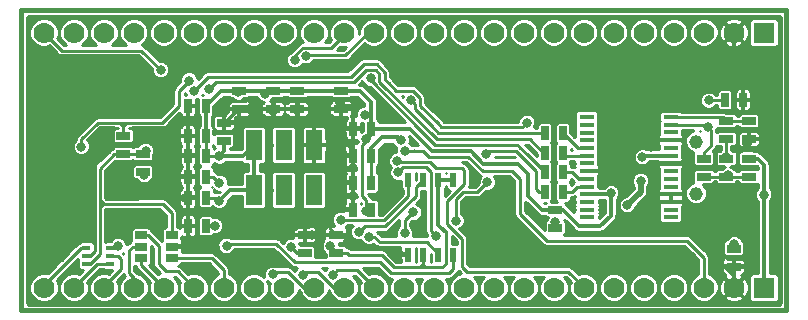
<source format=gbl>
G04 (created by PCBNEW-RS274X (2012-01-19 BZR 3256)-stable) date Wed 20 Feb 2013 03:59:13 PM COT*
G01*
G70*
G90*
%MOIN*%
G04 Gerber Fmt 3.4, Leading zero omitted, Abs format*
%FSLAX34Y34*%
G04 APERTURE LIST*
%ADD10C,0.006000*%
%ADD11C,0.015000*%
%ADD12R,0.025000X0.045000*%
%ADD13R,0.045000X0.025000*%
%ADD14C,0.045400*%
%ADD15R,0.020000X0.045000*%
%ADD16R,0.055000X0.100000*%
%ADD17R,0.050000X0.016000*%
%ADD18R,0.070000X0.070000*%
%ADD19C,0.070000*%
%ADD20R,0.026000X0.016000*%
%ADD21R,0.039400X0.027200*%
%ADD22C,0.031500*%
%ADD23C,0.009000*%
%ADD24C,0.014000*%
%ADD25C,0.020000*%
%ADD26C,0.012000*%
%ADD27C,0.010000*%
G04 APERTURE END LIST*
G54D10*
G54D11*
X44250Y-31250D02*
X44250Y-21250D01*
X69750Y-31250D02*
X44250Y-31250D01*
X69750Y-21250D02*
X69750Y-31250D01*
X44250Y-21250D02*
X69750Y-21250D01*
G54D12*
X61700Y-27300D03*
X62300Y-27300D03*
G54D13*
X47650Y-26050D03*
X47650Y-25450D03*
X48300Y-26650D03*
X48300Y-26050D03*
X62050Y-27900D03*
X62050Y-28500D03*
X68000Y-29200D03*
X68000Y-29800D03*
X68500Y-26800D03*
X68500Y-26200D03*
X67000Y-26200D03*
X67000Y-26800D03*
X67750Y-24950D03*
X67750Y-25550D03*
X68500Y-24950D03*
X68500Y-25550D03*
G54D12*
X67700Y-24250D03*
X68300Y-24250D03*
G54D13*
X67750Y-26200D03*
X67750Y-26800D03*
G54D12*
X50400Y-28450D03*
X49800Y-28450D03*
X50400Y-27500D03*
X49800Y-27500D03*
X50400Y-26100D03*
X49800Y-26100D03*
X50400Y-25450D03*
X49800Y-25450D03*
X50400Y-24450D03*
X49800Y-24450D03*
G54D13*
X51500Y-23950D03*
X51500Y-24550D03*
X52650Y-23950D03*
X52650Y-24550D03*
X53450Y-23950D03*
X53450Y-24550D03*
X54900Y-23950D03*
X54900Y-24550D03*
G54D12*
X55900Y-25200D03*
X55300Y-25200D03*
X55900Y-27900D03*
X55300Y-27900D03*
G54D13*
X54750Y-29350D03*
X54750Y-28750D03*
X53700Y-29350D03*
X53700Y-28750D03*
G54D12*
X50400Y-26800D03*
X49800Y-26800D03*
X55900Y-26100D03*
X55300Y-26100D03*
X55900Y-27000D03*
X55300Y-27000D03*
G54D14*
X66744Y-25634D03*
X66744Y-27366D03*
G54D15*
X58650Y-26900D03*
X58150Y-26900D03*
X57650Y-26900D03*
X57150Y-26900D03*
X57150Y-29400D03*
X57650Y-29400D03*
X58150Y-29400D03*
X58650Y-29400D03*
G54D12*
X61700Y-26650D03*
X62300Y-26650D03*
X61700Y-25350D03*
X62300Y-25350D03*
X61700Y-26000D03*
X62300Y-26000D03*
G54D13*
X51000Y-25600D03*
X51000Y-25000D03*
G54D16*
X52000Y-25750D03*
X53000Y-25750D03*
X54000Y-25750D03*
X54000Y-27250D03*
X53000Y-27250D03*
X52000Y-27250D03*
G54D17*
X63100Y-28150D03*
X63100Y-27900D03*
X63100Y-27640D03*
X63100Y-27380D03*
X63100Y-27130D03*
X63100Y-26870D03*
X63100Y-26610D03*
X63100Y-26360D03*
X63100Y-26100D03*
X63100Y-25850D03*
X63100Y-25590D03*
X63100Y-25330D03*
X63100Y-25080D03*
X63100Y-24820D03*
X65900Y-24820D03*
X65900Y-25080D03*
X65900Y-25320D03*
X65900Y-25590D03*
X65900Y-25850D03*
X65900Y-26100D03*
X65900Y-26360D03*
X65900Y-26610D03*
X65900Y-26870D03*
X65900Y-27130D03*
X65900Y-27380D03*
X65900Y-27640D03*
X65900Y-27900D03*
X65900Y-28150D03*
G54D18*
X69000Y-22000D03*
G54D19*
X68000Y-22000D03*
X67000Y-22000D03*
X66000Y-22000D03*
X65000Y-22000D03*
X64000Y-22000D03*
X63000Y-22000D03*
X62000Y-22000D03*
X61000Y-22000D03*
X60000Y-22000D03*
X59000Y-22000D03*
X58000Y-22000D03*
X57000Y-22000D03*
X56000Y-22000D03*
X55000Y-22000D03*
X54000Y-22000D03*
X53000Y-22000D03*
X52000Y-22000D03*
X51000Y-22000D03*
X50000Y-22000D03*
X49000Y-22000D03*
X48000Y-22000D03*
X47000Y-22000D03*
X46000Y-22000D03*
X45000Y-22000D03*
G54D18*
X69000Y-30500D03*
G54D19*
X68000Y-30500D03*
X67000Y-30500D03*
X66000Y-30500D03*
X65000Y-30500D03*
X64000Y-30500D03*
X63000Y-30500D03*
X62000Y-30500D03*
X61000Y-30500D03*
X60000Y-30500D03*
X59000Y-30500D03*
X58000Y-30500D03*
X57000Y-30500D03*
X56000Y-30500D03*
X55000Y-30500D03*
X54000Y-30500D03*
X53000Y-30500D03*
X52000Y-30500D03*
X51000Y-30500D03*
X50000Y-30500D03*
X49000Y-30500D03*
X48000Y-30500D03*
X47000Y-30500D03*
X46000Y-30500D03*
X45000Y-30500D03*
G54D20*
X47210Y-29180D03*
X47210Y-29700D03*
X47210Y-29440D03*
X46410Y-29700D03*
X46410Y-29180D03*
X46410Y-29440D03*
G54D21*
X49262Y-28756D03*
X49262Y-29504D03*
X49262Y-29130D03*
X48238Y-29504D03*
X48238Y-28756D03*
X48238Y-29130D03*
G54D22*
X56890Y-25570D03*
X50850Y-27000D03*
X53250Y-29150D03*
X51480Y-23970D03*
X55700Y-24750D03*
X48400Y-25950D03*
X50850Y-26100D03*
X50700Y-28450D03*
X50850Y-27600D03*
X54550Y-29120D03*
X69000Y-27400D03*
X55750Y-25550D03*
X55750Y-27950D03*
X63900Y-27350D03*
X52380Y-24030D03*
X64450Y-27750D03*
X64900Y-26950D03*
X64950Y-26150D03*
X47470Y-29110D03*
X55500Y-28650D03*
X51090Y-29120D03*
X54900Y-28250D03*
X55850Y-28800D03*
X59780Y-26990D03*
X62050Y-28300D03*
X58750Y-28270D03*
X57020Y-28690D03*
X57300Y-27980D03*
X55890Y-23520D03*
X50500Y-23880D03*
X57230Y-24260D03*
X50000Y-23950D03*
X59750Y-26050D03*
X61100Y-25000D03*
X54000Y-27510D03*
X48347Y-26750D03*
X52630Y-30060D03*
X56770Y-26270D03*
X57020Y-25940D03*
X53750Y-22780D03*
X53360Y-22920D03*
X46250Y-25800D03*
X49850Y-23600D03*
X53620Y-30070D03*
X54620Y-30070D03*
X48900Y-23250D03*
X56810Y-26660D03*
X58060Y-28780D03*
X67800Y-26750D03*
X67750Y-26150D03*
X67160Y-24260D03*
X67150Y-25140D03*
X64700Y-29700D03*
X63800Y-29800D03*
X50250Y-23000D03*
X60750Y-29000D03*
X61250Y-29000D03*
X67500Y-23250D03*
X64950Y-28650D03*
X62500Y-22750D03*
X67100Y-29000D03*
X45150Y-22800D03*
X45900Y-23050D03*
X45300Y-29500D03*
X45300Y-29050D03*
X45750Y-29050D03*
X60750Y-28500D03*
X46250Y-27850D03*
X59750Y-28500D03*
X59500Y-22750D03*
X60500Y-23250D03*
X60500Y-22750D03*
X61500Y-22750D03*
X61500Y-23250D03*
X65600Y-29400D03*
X66750Y-28650D03*
X63500Y-22750D03*
X63500Y-23250D03*
X64500Y-23250D03*
X64500Y-22750D03*
X65500Y-22750D03*
X65500Y-23250D03*
X66500Y-23250D03*
X66500Y-22750D03*
X67500Y-22750D03*
X46250Y-28300D03*
X60250Y-28500D03*
X60250Y-28000D03*
X59750Y-28000D03*
X49300Y-25250D03*
X51840Y-24550D03*
X68450Y-25700D03*
X48350Y-25300D03*
X49870Y-29150D03*
X48400Y-27400D03*
X64900Y-27950D03*
X47440Y-28200D03*
X47890Y-28180D03*
X54860Y-24360D03*
X46300Y-23470D03*
X55450Y-24450D03*
X53430Y-24590D03*
X53950Y-28750D03*
X55300Y-26500D03*
X65950Y-29750D03*
X66650Y-29750D03*
X66300Y-29400D03*
X62500Y-23250D03*
X49700Y-27500D03*
X55300Y-25200D03*
X55300Y-27450D03*
X65250Y-25800D03*
X49250Y-26850D03*
X52640Y-24610D03*
X55150Y-28950D03*
X68000Y-29050D03*
G54D23*
X69750Y-21250D02*
X69750Y-31250D01*
X69750Y-31250D02*
X44250Y-31250D01*
X44250Y-31250D02*
X44250Y-21250D01*
X44250Y-21250D02*
X69750Y-21250D01*
X55900Y-27000D02*
X55900Y-26100D01*
X53450Y-29350D02*
X53700Y-29350D01*
X53250Y-29150D02*
X53450Y-29350D01*
G54D24*
X56810Y-25490D02*
X56270Y-25490D01*
G54D23*
X50650Y-26800D02*
X50850Y-27000D01*
G54D24*
X56890Y-25570D02*
X56810Y-25490D01*
G54D23*
X50400Y-26800D02*
X50650Y-26800D01*
G54D24*
X55900Y-25860D02*
X55900Y-26100D01*
X56270Y-25490D02*
X55900Y-25860D01*
G54D23*
X57730Y-29820D02*
X57650Y-29740D01*
X57650Y-29720D02*
X57640Y-29720D01*
X57640Y-29720D02*
X57540Y-29820D01*
X57730Y-29820D02*
X57540Y-29820D01*
X57540Y-29820D02*
X56670Y-29820D01*
X55170Y-29420D02*
X56270Y-29420D01*
X54750Y-29350D02*
X55100Y-29350D01*
X55100Y-29350D02*
X55170Y-29420D01*
X56670Y-29820D02*
X56270Y-29420D01*
X58400Y-29550D02*
X58400Y-29700D01*
X57650Y-29740D02*
X57650Y-29720D01*
X58280Y-29820D02*
X57730Y-29820D01*
X58400Y-29700D02*
X58280Y-29820D01*
X49262Y-28756D02*
X49262Y-28022D01*
X46890Y-27710D02*
X46860Y-27710D01*
X46870Y-27710D02*
X46890Y-27710D01*
X46860Y-27720D02*
X46870Y-27710D01*
X48270Y-27720D02*
X46990Y-27720D01*
X46990Y-27720D02*
X46860Y-27720D01*
X48960Y-27720D02*
X48270Y-27720D01*
X49262Y-28022D02*
X48960Y-27720D01*
X52380Y-24030D02*
X52410Y-24000D01*
G54D24*
X54900Y-23950D02*
X53450Y-23950D01*
G54D23*
X55610Y-25750D02*
X55610Y-27450D01*
G54D24*
X55900Y-25200D02*
X55900Y-24750D01*
X62300Y-27900D02*
X62050Y-27900D01*
G54D23*
X55750Y-25550D02*
X55900Y-25400D01*
X55750Y-27590D02*
X55750Y-27950D01*
X55800Y-27900D02*
X55900Y-27900D01*
G54D24*
X55650Y-24050D02*
X55550Y-23950D01*
X62950Y-28450D02*
X62850Y-28450D01*
G54D23*
X57650Y-29720D02*
X57650Y-29400D01*
X46990Y-27710D02*
X46860Y-27580D01*
X46990Y-27720D02*
X46990Y-27710D01*
X46970Y-27710D02*
X46860Y-27820D01*
X55850Y-27900D02*
X55900Y-27900D01*
X50750Y-27500D02*
X50850Y-27600D01*
G54D24*
X51500Y-23950D02*
X50900Y-23950D01*
G54D23*
X46410Y-29700D02*
X46540Y-29700D01*
X46540Y-29700D02*
X46860Y-29380D01*
X46860Y-29380D02*
X46860Y-27820D01*
G54D24*
X61130Y-27430D02*
X61130Y-26700D01*
X69000Y-27350D02*
X69000Y-26400D01*
G54D23*
X51480Y-23970D02*
X51500Y-23950D01*
X47340Y-26050D02*
X47650Y-26050D01*
X46860Y-27580D02*
X46860Y-26530D01*
X46860Y-26530D02*
X47340Y-26050D01*
X46860Y-27820D02*
X46860Y-27710D01*
X46860Y-27710D02*
X46860Y-27580D01*
G54D24*
X69000Y-30500D02*
X69000Y-27400D01*
X50900Y-23950D02*
X50400Y-24450D01*
X63550Y-28450D02*
X62950Y-28450D01*
X62050Y-27900D02*
X61600Y-27900D01*
X61245Y-27545D02*
X61130Y-27430D01*
X60800Y-26370D02*
X59880Y-26370D01*
X58650Y-26900D02*
X58150Y-26900D01*
X52410Y-23950D02*
X51500Y-23950D01*
G54D23*
X48400Y-25950D02*
X48300Y-26050D01*
G54D24*
X51000Y-25950D02*
X50850Y-26100D01*
X63870Y-27380D02*
X63100Y-27380D01*
G54D23*
X52410Y-24000D02*
X52410Y-23950D01*
X46990Y-27710D02*
X46970Y-27710D01*
G54D24*
X51200Y-27250D02*
X52000Y-27250D01*
X56550Y-25200D02*
X55900Y-25200D01*
X63900Y-27350D02*
X63870Y-27380D01*
X62850Y-28450D02*
X62300Y-27900D01*
G54D23*
X50400Y-27500D02*
X50750Y-27500D01*
G54D24*
X50850Y-27600D02*
X51200Y-27250D01*
X55900Y-24750D02*
X55900Y-24300D01*
X52000Y-27250D02*
X52000Y-25750D01*
X58150Y-26900D02*
X58150Y-28400D01*
X58150Y-28400D02*
X58250Y-28500D01*
X58250Y-28500D02*
X58400Y-28650D01*
G54D23*
X50400Y-26100D02*
X50400Y-25450D01*
G54D24*
X59880Y-26370D02*
X59650Y-26370D01*
X54750Y-29320D02*
X54550Y-29120D01*
G54D23*
X58400Y-29460D02*
X58400Y-28650D01*
G54D24*
X51000Y-25600D02*
X51000Y-25950D01*
X57210Y-25200D02*
X56550Y-25200D01*
X57950Y-25940D02*
X57210Y-25200D01*
X59220Y-25940D02*
X57950Y-25940D01*
X59650Y-26370D02*
X59220Y-25940D01*
X54750Y-29350D02*
X54750Y-29320D01*
G54D23*
X58400Y-28650D02*
X58250Y-28500D01*
X55900Y-27900D02*
X55850Y-27900D01*
X55700Y-24750D02*
X55900Y-24750D01*
G54D24*
X53450Y-23950D02*
X52650Y-23950D01*
X61130Y-26700D02*
X60800Y-26370D01*
G54D23*
X58400Y-29550D02*
X58400Y-29460D01*
G54D24*
X63900Y-28100D02*
X63550Y-28450D01*
X68800Y-26200D02*
X68500Y-26200D01*
X50400Y-28450D02*
X50700Y-28450D01*
X50400Y-24450D02*
X50400Y-25450D01*
X50850Y-26100D02*
X51650Y-26100D01*
G54D23*
X55750Y-25610D02*
X55610Y-25750D01*
G54D24*
X63900Y-27350D02*
X63900Y-28100D01*
G54D23*
X55610Y-27450D02*
X55750Y-27590D01*
X55750Y-25550D02*
X55750Y-25610D01*
G54D24*
X68800Y-26200D02*
X69000Y-26400D01*
G54D23*
X55750Y-27950D02*
X55800Y-27900D01*
X50400Y-26100D02*
X50850Y-26100D01*
G54D24*
X52650Y-23950D02*
X52410Y-23950D01*
X55900Y-24300D02*
X55650Y-24050D01*
G54D23*
X47650Y-26050D02*
X48300Y-26050D01*
G54D24*
X55550Y-23950D02*
X54900Y-23950D01*
X61600Y-27900D02*
X61245Y-27545D01*
G54D23*
X55900Y-25400D02*
X55900Y-25200D01*
G54D24*
X51650Y-26100D02*
X52000Y-25750D01*
X69000Y-27400D02*
X69000Y-27350D01*
X65000Y-26100D02*
X65900Y-26100D01*
G54D25*
X64450Y-27750D02*
X64900Y-27300D01*
X64900Y-27300D02*
X64900Y-26950D01*
G54D24*
X64950Y-26150D02*
X65000Y-26100D01*
G54D23*
X48238Y-29504D02*
X48238Y-29738D01*
X48238Y-29738D02*
X49000Y-30500D01*
X48000Y-30180D02*
X47830Y-30010D01*
X47830Y-30010D02*
X47830Y-29260D01*
X47830Y-29260D02*
X47960Y-29130D01*
X47960Y-29130D02*
X48238Y-29130D01*
X48000Y-30500D02*
X48000Y-30180D01*
X48238Y-28756D02*
X48466Y-28756D01*
X49460Y-29960D02*
X50000Y-30500D01*
X49080Y-29960D02*
X49460Y-29960D01*
X48820Y-29700D02*
X49080Y-29960D01*
X48820Y-29110D02*
X48820Y-29700D01*
X48466Y-28756D02*
X48820Y-29110D01*
X49262Y-29504D02*
X50584Y-29504D01*
X51000Y-29920D02*
X51000Y-30500D01*
X50584Y-29504D02*
X51000Y-29920D01*
X62820Y-26870D02*
X62600Y-26650D01*
X62600Y-26650D02*
X62300Y-26650D01*
X63100Y-26870D02*
X62820Y-26870D01*
X63100Y-26100D02*
X62400Y-26100D01*
X62400Y-26100D02*
X62300Y-26000D01*
X63100Y-25850D02*
X62800Y-25850D01*
X62800Y-25850D02*
X62300Y-25350D01*
X63100Y-27130D02*
X62770Y-27130D01*
X62770Y-27130D02*
X62600Y-27300D01*
X62600Y-27300D02*
X62300Y-27300D01*
X47210Y-29700D02*
X46780Y-29700D01*
X46000Y-30480D02*
X46000Y-30500D01*
X46780Y-29700D02*
X46000Y-30480D01*
X47000Y-30500D02*
X47000Y-30450D01*
X47460Y-29440D02*
X47210Y-29440D01*
X47570Y-29550D02*
X47460Y-29440D01*
X47570Y-29880D02*
X47570Y-29550D01*
X47000Y-30450D02*
X47570Y-29880D01*
X47400Y-29180D02*
X47210Y-29180D01*
X47470Y-29110D02*
X47400Y-29180D01*
X46410Y-29180D02*
X46240Y-29180D01*
X45000Y-30420D02*
X45000Y-30500D01*
X46240Y-29180D02*
X45000Y-30420D01*
X57390Y-27440D02*
X57390Y-27160D01*
X57390Y-27160D02*
X57650Y-26900D01*
X56020Y-28450D02*
X56380Y-28450D01*
X56380Y-28450D02*
X57390Y-27440D01*
X55900Y-28450D02*
X55700Y-28450D01*
X56020Y-28450D02*
X55900Y-28450D01*
X55700Y-28450D02*
X55500Y-28650D01*
X53450Y-29660D02*
X53360Y-29660D01*
X51220Y-29050D02*
X51170Y-29100D01*
X52750Y-29050D02*
X51220Y-29050D01*
X53360Y-29660D02*
X52750Y-29050D01*
X56200Y-29660D02*
X53450Y-29660D01*
X56400Y-29860D02*
X56200Y-29660D01*
X51170Y-29100D02*
X51110Y-29100D01*
X56560Y-30020D02*
X58160Y-30020D01*
X56400Y-29860D02*
X56560Y-30020D01*
X51110Y-29100D02*
X51090Y-29120D01*
X58650Y-29870D02*
X58500Y-30020D01*
X58500Y-30020D02*
X58160Y-30020D01*
X58650Y-29400D02*
X58650Y-29870D01*
X57150Y-26900D02*
X57150Y-27440D01*
X56340Y-28250D02*
X56190Y-28250D01*
X57150Y-27440D02*
X56340Y-28250D01*
X56100Y-28250D02*
X56190Y-28250D01*
X56100Y-28250D02*
X56050Y-28250D01*
X56050Y-28250D02*
X54900Y-28250D01*
X56050Y-28250D02*
X56000Y-28250D01*
X55850Y-28800D02*
X56005Y-28800D01*
X58150Y-29370D02*
X58150Y-29400D01*
X57760Y-28980D02*
X58150Y-29370D01*
X56185Y-28980D02*
X57760Y-28980D01*
X56005Y-28800D02*
X56185Y-28980D01*
X57020Y-28690D02*
X57020Y-28260D01*
X58750Y-28270D02*
X58750Y-27550D01*
X59450Y-27320D02*
X59780Y-26990D01*
X58750Y-27550D02*
X58980Y-27320D01*
X62050Y-28500D02*
X62050Y-28300D01*
X58980Y-27320D02*
X59450Y-27320D01*
X57020Y-28260D02*
X57300Y-27980D01*
X61700Y-26650D02*
X61100Y-26050D01*
X58050Y-25750D02*
X57580Y-25280D01*
X60800Y-25750D02*
X58050Y-25750D01*
X60850Y-25800D02*
X60800Y-25750D01*
X61100Y-26050D02*
X60850Y-25800D01*
X57580Y-25280D02*
X55890Y-23590D01*
X55890Y-23590D02*
X55890Y-23520D01*
X61650Y-26000D02*
X61200Y-25550D01*
X56060Y-23250D02*
X56000Y-23250D01*
X61200Y-25550D02*
X58540Y-25550D01*
X58540Y-25550D02*
X58100Y-25550D01*
X56180Y-23630D02*
X58100Y-25550D01*
X56180Y-23370D02*
X56180Y-23630D01*
X58100Y-25550D02*
X58540Y-25550D01*
X61700Y-26000D02*
X61650Y-26000D01*
X56000Y-23250D02*
X55720Y-23250D01*
X50730Y-23650D02*
X50500Y-23880D01*
X56060Y-23250D02*
X56180Y-23370D01*
X55720Y-23250D02*
X55320Y-23650D01*
X55320Y-23650D02*
X50730Y-23650D01*
X57360Y-24560D02*
X57920Y-25120D01*
X57360Y-24390D02*
X57360Y-24560D01*
X57230Y-24260D02*
X57360Y-24390D01*
X57920Y-25120D02*
X58150Y-25350D01*
X61700Y-25350D02*
X58150Y-25350D01*
X55220Y-23490D02*
X50460Y-23490D01*
X55790Y-23050D02*
X55660Y-23050D01*
X55660Y-23050D02*
X55220Y-23490D01*
X59050Y-25150D02*
X60950Y-25150D01*
X55940Y-23050D02*
X56090Y-23050D01*
X56370Y-23570D02*
X56485Y-23685D01*
X56370Y-23330D02*
X56370Y-23570D01*
X56090Y-23050D02*
X56370Y-23330D01*
X60750Y-25950D02*
X60050Y-25950D01*
X56485Y-23685D02*
X56740Y-23940D01*
X50460Y-23490D02*
X50000Y-23950D01*
X57530Y-24180D02*
X57530Y-24430D01*
X57290Y-23940D02*
X57530Y-24180D01*
X60950Y-25150D02*
X61100Y-25000D01*
X61500Y-27300D02*
X61700Y-27300D01*
X55790Y-23050D02*
X55940Y-23050D01*
X58120Y-25020D02*
X58250Y-25150D01*
X56740Y-23940D02*
X57290Y-23940D01*
X58250Y-25150D02*
X59050Y-25150D01*
X57530Y-24430D02*
X58120Y-25020D01*
X59750Y-26050D02*
X59850Y-25950D01*
X59850Y-25950D02*
X60050Y-25950D01*
X61400Y-26600D02*
X61400Y-27200D01*
X61000Y-26200D02*
X61400Y-26600D01*
X61000Y-26200D02*
X60750Y-25950D01*
X61400Y-27200D02*
X61500Y-27300D01*
X54000Y-27510D02*
X54000Y-27250D01*
X48300Y-26703D02*
X48347Y-26750D01*
X48300Y-26650D02*
X48300Y-26703D01*
X54000Y-30500D02*
X53660Y-30500D01*
X52720Y-29970D02*
X52630Y-30060D01*
X53130Y-29970D02*
X52720Y-29970D01*
X53660Y-30500D02*
X53130Y-29970D01*
X56810Y-26310D02*
X56770Y-26270D01*
X59000Y-26810D02*
X59010Y-26820D01*
X59000Y-26740D02*
X59000Y-26810D01*
X58940Y-28880D02*
X58600Y-28540D01*
X58940Y-29510D02*
X58940Y-28880D01*
X58450Y-28390D02*
X58600Y-28540D01*
X59000Y-27060D02*
X58450Y-27610D01*
X58450Y-27610D02*
X58450Y-28390D01*
X59000Y-26740D02*
X59000Y-27060D01*
X58920Y-26500D02*
X59000Y-26580D01*
X59000Y-26580D02*
X59000Y-26740D01*
X58940Y-29510D02*
X58940Y-29800D01*
X63000Y-30490D02*
X63000Y-30500D01*
X62480Y-29970D02*
X63000Y-30490D01*
X59110Y-29970D02*
X62480Y-29970D01*
X58940Y-29800D02*
X59110Y-29970D01*
X56770Y-26270D02*
X56810Y-26310D01*
X57750Y-26310D02*
X57880Y-26310D01*
X57880Y-26310D02*
X58070Y-26500D01*
X58070Y-26500D02*
X58920Y-26500D01*
X57750Y-26310D02*
X56810Y-26310D01*
X60860Y-28030D02*
X61770Y-28940D01*
X60860Y-26870D02*
X60860Y-28030D01*
X60610Y-26620D02*
X60860Y-26870D01*
X59620Y-26620D02*
X60610Y-26620D01*
X61770Y-28940D02*
X66440Y-28940D01*
X66440Y-28940D02*
X67000Y-29500D01*
X67000Y-29500D02*
X67000Y-30500D01*
X57330Y-25940D02*
X57350Y-25920D01*
X57020Y-25940D02*
X57330Y-25940D01*
X57650Y-25940D02*
X57840Y-26130D01*
X57840Y-26130D02*
X59130Y-26130D01*
X59130Y-26130D02*
X59620Y-26620D01*
X57020Y-25940D02*
X57650Y-25940D01*
X53750Y-22780D02*
X53770Y-22760D01*
X54740Y-22760D02*
X55050Y-22760D01*
X55810Y-22000D02*
X56000Y-22000D01*
X55050Y-22760D02*
X55810Y-22000D01*
X53770Y-22760D02*
X54740Y-22760D01*
X53360Y-22760D02*
X53360Y-22920D01*
X53620Y-22500D02*
X53360Y-22760D01*
X55000Y-22000D02*
X55000Y-22080D01*
X55000Y-22080D02*
X54580Y-22500D01*
X54580Y-22500D02*
X53620Y-22500D01*
X49500Y-23950D02*
X49500Y-24450D01*
X47750Y-25000D02*
X47600Y-25000D01*
X46800Y-25000D02*
X46250Y-25550D01*
X47550Y-25000D02*
X47600Y-25000D01*
X49500Y-24450D02*
X48950Y-25000D01*
X47650Y-25100D02*
X47550Y-25000D01*
X46250Y-25550D02*
X46250Y-25800D01*
X47650Y-25100D02*
X47750Y-25000D01*
X49850Y-23600D02*
X49500Y-23950D01*
X47600Y-25000D02*
X46800Y-25000D01*
X48950Y-25000D02*
X47750Y-25000D01*
X47650Y-25450D02*
X47650Y-25100D01*
X54670Y-30500D02*
X54140Y-29970D01*
X54140Y-29970D02*
X53720Y-29970D01*
X53720Y-29970D02*
X53620Y-30070D01*
X55000Y-30500D02*
X54670Y-30500D01*
X54770Y-29920D02*
X55440Y-29920D01*
X55440Y-29920D02*
X56000Y-30480D01*
X56000Y-30480D02*
X56000Y-30500D01*
X54620Y-30070D02*
X54770Y-29920D01*
X48900Y-23250D02*
X48250Y-22600D01*
X48250Y-22600D02*
X45600Y-22600D01*
X45600Y-22600D02*
X45000Y-22000D01*
X56810Y-26660D02*
X56980Y-26490D01*
X56980Y-26490D02*
X57750Y-26490D01*
X57890Y-26630D02*
X57890Y-27990D01*
X57890Y-28610D02*
X58060Y-28780D01*
X57750Y-26490D02*
X57890Y-26630D01*
X57890Y-27990D02*
X57890Y-28610D01*
X68500Y-26800D02*
X67750Y-26800D01*
X67300Y-26800D02*
X67000Y-26800D01*
X67750Y-26800D02*
X67300Y-26800D01*
X67800Y-26750D02*
X67750Y-26800D01*
X67750Y-26150D02*
X67750Y-26200D01*
X67750Y-25550D02*
X67750Y-26200D01*
X67620Y-24820D02*
X67750Y-24950D01*
X68500Y-24950D02*
X67750Y-24950D01*
X65900Y-24820D02*
X67620Y-24820D01*
X67250Y-25500D02*
X67250Y-25240D01*
X67280Y-24260D02*
X67280Y-24250D01*
X67270Y-24250D02*
X67280Y-24260D01*
X67170Y-24250D02*
X67270Y-24250D01*
X67160Y-24260D02*
X67170Y-24250D01*
X67250Y-25240D02*
X67150Y-25140D01*
X67700Y-24250D02*
X67280Y-24250D01*
X67000Y-26000D02*
X67250Y-25750D01*
X67250Y-25750D02*
X67250Y-25500D01*
X67250Y-25500D02*
X67250Y-25250D01*
X67000Y-26200D02*
X67000Y-26000D01*
X67080Y-25080D02*
X65900Y-25080D01*
X67250Y-25250D02*
X67080Y-25080D01*
X65600Y-29400D02*
X65000Y-29400D01*
X64200Y-29400D02*
X63800Y-29800D01*
X65600Y-29400D02*
X64200Y-29400D01*
X50250Y-23260D02*
X50250Y-23000D01*
X60750Y-28500D02*
X60750Y-29000D01*
G54D24*
X68000Y-22750D02*
X67500Y-23250D01*
G54D23*
X46250Y-28300D02*
X45750Y-28800D01*
X64950Y-28650D02*
X64950Y-28600D01*
X67100Y-29000D02*
X66750Y-28650D01*
X45650Y-22800D02*
X45150Y-22800D01*
X45900Y-23050D02*
X45650Y-22800D01*
X46690Y-27900D02*
X46300Y-27900D01*
X45300Y-29050D02*
X45300Y-29500D01*
X45750Y-28800D02*
X45750Y-29050D01*
X65000Y-29400D02*
X64700Y-29700D01*
X46300Y-27900D02*
X46250Y-27850D01*
G54D24*
X68000Y-22000D02*
X68000Y-22750D01*
X60000Y-22750D02*
X59500Y-22750D01*
X60500Y-23250D02*
X60000Y-22750D01*
X61500Y-22750D02*
X60500Y-22750D01*
X62500Y-23250D02*
X61500Y-23250D01*
G54D23*
X65950Y-29750D02*
X65600Y-29400D01*
G54D24*
X64500Y-23250D02*
X63500Y-23250D01*
X65500Y-22750D02*
X64500Y-22750D01*
X66500Y-23250D02*
X65500Y-23250D01*
X67500Y-22750D02*
X66500Y-22750D01*
G54D23*
X60250Y-28500D02*
X59750Y-28500D01*
X59750Y-28000D02*
X60250Y-28000D01*
X48110Y-25750D02*
X48350Y-25510D01*
X47060Y-25750D02*
X48110Y-25750D01*
X46690Y-26120D02*
X47060Y-25750D01*
X49850Y-29130D02*
X49870Y-29150D01*
X49262Y-29130D02*
X49850Y-29130D01*
X48350Y-25510D02*
X48350Y-25300D01*
X46410Y-29440D02*
X46545Y-29440D01*
G54D24*
X65250Y-26770D02*
X65200Y-26720D01*
X51000Y-25000D02*
X51050Y-25000D01*
G54D23*
X54700Y-27900D02*
X54550Y-28050D01*
G54D24*
X68450Y-25700D02*
X68500Y-25650D01*
X65200Y-26720D02*
X65200Y-26650D01*
X54900Y-24550D02*
X53450Y-24550D01*
X66400Y-25750D02*
X66400Y-26200D01*
G54D23*
X57150Y-29400D02*
X57000Y-29400D01*
G54D24*
X63100Y-26610D02*
X65090Y-26610D01*
G54D23*
X46545Y-29440D02*
X46690Y-29295D01*
X46690Y-27900D02*
X46690Y-26120D01*
X46690Y-29295D02*
X46690Y-27900D01*
X49500Y-25450D02*
X49300Y-25250D01*
G54D24*
X49800Y-26800D02*
X49800Y-26100D01*
G54D23*
X49800Y-25450D02*
X49500Y-25450D01*
G54D24*
X68300Y-24250D02*
X69000Y-24250D01*
X48500Y-27500D02*
X48400Y-27400D01*
X66400Y-26200D02*
X66240Y-26360D01*
G54D23*
X54550Y-28550D02*
X54750Y-28750D01*
X55150Y-28950D02*
X54950Y-28750D01*
X64900Y-27950D02*
X65470Y-27380D01*
G54D24*
X65900Y-27380D02*
X65480Y-27380D01*
G54D23*
X56750Y-29150D02*
X55350Y-29150D01*
X54550Y-28050D02*
X54550Y-28550D01*
G54D24*
X65900Y-25590D02*
X66240Y-25590D01*
X55450Y-24450D02*
X55000Y-24450D01*
X69250Y-24500D02*
X69250Y-25250D01*
X55150Y-25750D02*
X55300Y-25900D01*
X54900Y-24400D02*
X54860Y-24360D01*
X52650Y-24600D02*
X52650Y-24550D01*
X52650Y-24550D02*
X51840Y-24550D01*
X55300Y-27450D02*
X55300Y-27000D01*
X65250Y-26800D02*
X65250Y-26770D01*
G54D23*
X55350Y-29150D02*
X55150Y-28950D01*
G54D24*
X65200Y-26500D02*
X65340Y-26360D01*
X49800Y-26100D02*
X49800Y-25450D01*
X66240Y-26360D02*
X65900Y-26360D01*
X65900Y-27380D02*
X65470Y-27380D01*
X67550Y-28750D02*
X67550Y-29650D01*
X49800Y-28450D02*
X49800Y-27500D01*
X68000Y-30100D02*
X67950Y-30050D01*
X68000Y-30050D02*
X68000Y-29800D01*
X65340Y-26360D02*
X65900Y-26360D01*
X65250Y-27150D02*
X65250Y-26800D01*
X52640Y-24610D02*
X52650Y-24600D01*
X65480Y-27380D02*
X65250Y-27150D01*
G54D23*
X55300Y-27900D02*
X54700Y-27900D01*
G54D24*
X49800Y-24550D02*
X49800Y-24450D01*
X65900Y-27640D02*
X65900Y-27380D01*
X55300Y-26500D02*
X55300Y-26100D01*
X54000Y-25750D02*
X55150Y-25750D01*
X55300Y-25600D02*
X55300Y-25650D01*
X55300Y-25650D02*
X55250Y-25700D01*
X53450Y-24550D02*
X52650Y-24550D01*
X53950Y-28750D02*
X53700Y-28750D01*
X65200Y-26500D02*
X65200Y-26720D01*
X65250Y-26450D02*
X65340Y-26360D01*
X65250Y-26800D02*
X65250Y-26450D01*
G54D23*
X57000Y-29400D02*
X56750Y-29150D01*
G54D24*
X66240Y-25590D02*
X66400Y-25750D01*
X67700Y-29800D02*
X68000Y-29800D01*
X67550Y-29650D02*
X67700Y-29800D01*
X68500Y-25650D02*
X68500Y-25550D01*
X69000Y-24250D02*
X69250Y-24500D01*
G54D23*
X49870Y-29150D02*
X50000Y-29020D01*
X49300Y-25250D02*
X49250Y-25300D01*
G54D24*
X65900Y-25590D02*
X65460Y-25590D01*
X65200Y-26650D02*
X65200Y-26720D01*
X65090Y-26610D02*
X65200Y-26500D01*
X49800Y-27500D02*
X48500Y-27500D01*
X55300Y-26100D02*
X55300Y-25700D01*
X67550Y-29650D02*
X68000Y-30100D01*
X53430Y-24590D02*
X53450Y-24570D01*
X55300Y-25200D02*
X55300Y-24500D01*
G54D23*
X47870Y-28200D02*
X47440Y-28200D01*
X47890Y-28180D02*
X47870Y-28200D01*
G54D24*
X55300Y-25900D02*
X55300Y-26100D01*
X68000Y-30500D02*
X68000Y-30050D01*
X65460Y-25590D02*
X65250Y-25800D01*
X53450Y-24570D02*
X53450Y-24550D01*
X65470Y-27380D02*
X64900Y-27950D01*
X49800Y-28750D02*
X49800Y-28450D01*
X49950Y-28900D02*
X49800Y-28750D01*
X50000Y-28900D02*
X49950Y-28900D01*
X50800Y-28900D02*
X50000Y-28900D01*
X53700Y-28750D02*
X51500Y-28750D01*
X68300Y-22300D02*
X68000Y-22000D01*
X49360Y-23590D02*
X46420Y-23590D01*
X46420Y-23590D02*
X46300Y-23470D01*
G54D23*
X49250Y-25300D02*
X48350Y-25300D01*
G54D24*
X51050Y-25000D02*
X51500Y-24550D01*
X49800Y-25450D02*
X49800Y-24550D01*
X55300Y-27000D02*
X55300Y-26500D01*
X67950Y-30050D02*
X68000Y-30050D01*
G54D23*
X49700Y-27500D02*
X49800Y-27500D01*
G54D24*
X49800Y-27450D02*
X49800Y-26450D01*
X65250Y-25800D02*
X65250Y-25750D01*
X56480Y-22820D02*
X55950Y-22820D01*
X58130Y-24470D02*
X56480Y-22820D01*
X64630Y-24470D02*
X58130Y-24470D01*
X64800Y-24640D02*
X64630Y-24470D01*
X64800Y-25300D02*
X64800Y-24640D01*
X65250Y-25750D02*
X64800Y-25300D01*
X49800Y-27500D02*
X49800Y-26800D01*
X68300Y-24250D02*
X68300Y-22300D01*
X55950Y-22820D02*
X55530Y-22820D01*
X49690Y-23260D02*
X49360Y-23590D01*
X55090Y-23260D02*
X50250Y-23260D01*
X63500Y-22750D02*
X62500Y-22750D01*
G54D23*
X66300Y-29400D02*
X66650Y-29750D01*
X49250Y-26850D02*
X49300Y-26800D01*
X50000Y-29020D02*
X50000Y-28900D01*
G54D24*
X55300Y-25700D02*
X55300Y-25200D01*
G54D23*
X55400Y-24500D02*
X55300Y-24500D01*
X55450Y-24450D02*
X55400Y-24500D01*
G54D24*
X69250Y-25250D02*
X68950Y-25550D01*
G54D23*
X65470Y-27380D02*
X65480Y-27380D01*
G54D24*
X49800Y-26450D02*
X49800Y-25450D01*
G54D23*
X54950Y-28750D02*
X54750Y-28750D01*
G54D24*
X50950Y-28750D02*
X50800Y-28900D01*
X55300Y-27900D02*
X55300Y-27450D01*
X51500Y-28750D02*
X50950Y-28750D01*
X65900Y-27640D02*
X66440Y-27640D01*
X55000Y-24450D02*
X54900Y-24550D01*
X51840Y-24550D02*
X51500Y-24550D01*
X50250Y-23260D02*
X49690Y-23260D01*
X55530Y-22820D02*
X55090Y-23260D01*
G54D23*
X49300Y-26800D02*
X49800Y-26800D01*
G54D24*
X54750Y-28750D02*
X53950Y-28750D01*
X65200Y-26720D02*
X65090Y-26610D01*
X54900Y-24550D02*
X54900Y-24400D01*
X55250Y-25700D02*
X55300Y-25700D01*
X55150Y-25750D02*
X55300Y-25600D01*
X66440Y-27640D02*
X67550Y-28750D01*
X68950Y-25550D02*
X68500Y-25550D01*
G54D23*
X68000Y-29200D02*
X68000Y-29050D01*
G54D10*
G36*
X46415Y-29445D02*
X46405Y-29445D01*
X46405Y-29435D01*
X46415Y-29435D01*
X46415Y-29445D01*
X46415Y-29445D01*
G37*
G54D26*
X46415Y-29445D02*
X46405Y-29445D01*
X46405Y-29435D01*
X46415Y-29435D01*
X46415Y-29445D01*
G54D10*
G36*
X49067Y-28471D02*
X49035Y-28471D01*
X48980Y-28494D01*
X48938Y-28536D01*
X48916Y-28591D01*
X48916Y-28650D01*
X48916Y-28888D01*
X48912Y-28892D01*
X48901Y-28916D01*
X48604Y-28618D01*
X48584Y-28604D01*
X48584Y-28590D01*
X48561Y-28535D01*
X48519Y-28493D01*
X48464Y-28471D01*
X48405Y-28471D01*
X48011Y-28471D01*
X47956Y-28494D01*
X47914Y-28536D01*
X47892Y-28591D01*
X47892Y-28650D01*
X47892Y-28922D01*
X47900Y-28943D01*
X47899Y-28947D01*
X47885Y-28950D01*
X47822Y-28992D01*
X47820Y-28994D01*
X47773Y-29040D01*
X47730Y-28936D01*
X47644Y-28850D01*
X47531Y-28803D01*
X47409Y-28803D01*
X47296Y-28850D01*
X47210Y-28936D01*
X47203Y-28951D01*
X47055Y-28951D01*
X47055Y-27915D01*
X48270Y-27915D01*
X48879Y-27915D01*
X49067Y-28103D01*
X49067Y-28471D01*
X49067Y-28471D01*
G37*
G54D26*
X49067Y-28471D02*
X49035Y-28471D01*
X48980Y-28494D01*
X48938Y-28536D01*
X48916Y-28591D01*
X48916Y-28650D01*
X48916Y-28888D01*
X48912Y-28892D01*
X48901Y-28916D01*
X48604Y-28618D01*
X48584Y-28604D01*
X48584Y-28590D01*
X48561Y-28535D01*
X48519Y-28493D01*
X48464Y-28471D01*
X48405Y-28471D01*
X48011Y-28471D01*
X47956Y-28494D01*
X47914Y-28536D01*
X47892Y-28591D01*
X47892Y-28650D01*
X47892Y-28922D01*
X47900Y-28943D01*
X47899Y-28947D01*
X47885Y-28950D01*
X47822Y-28992D01*
X47820Y-28994D01*
X47773Y-29040D01*
X47730Y-28936D01*
X47644Y-28850D01*
X47531Y-28803D01*
X47409Y-28803D01*
X47296Y-28850D01*
X47210Y-28936D01*
X47203Y-28951D01*
X47055Y-28951D01*
X47055Y-27915D01*
X48270Y-27915D01*
X48879Y-27915D01*
X49067Y-28103D01*
X49067Y-28471D01*
G54D10*
G36*
X66805Y-30040D02*
X66718Y-30077D01*
X66577Y-30217D01*
X66501Y-30401D01*
X66501Y-30599D01*
X66577Y-30782D01*
X66717Y-30923D01*
X66758Y-30940D01*
X66241Y-30940D01*
X66282Y-30923D01*
X66423Y-30783D01*
X66499Y-30599D01*
X66499Y-30401D01*
X66423Y-30218D01*
X66283Y-30077D01*
X66099Y-30001D01*
X65901Y-30001D01*
X65718Y-30077D01*
X65577Y-30217D01*
X65501Y-30401D01*
X65501Y-30599D01*
X65577Y-30782D01*
X65717Y-30923D01*
X65758Y-30940D01*
X65241Y-30940D01*
X65282Y-30923D01*
X65423Y-30783D01*
X65499Y-30599D01*
X65499Y-30401D01*
X65423Y-30218D01*
X65283Y-30077D01*
X65099Y-30001D01*
X64901Y-30001D01*
X64718Y-30077D01*
X64577Y-30217D01*
X64501Y-30401D01*
X64501Y-30599D01*
X64577Y-30782D01*
X64717Y-30923D01*
X64758Y-30940D01*
X64241Y-30940D01*
X64282Y-30923D01*
X64423Y-30783D01*
X64499Y-30599D01*
X64499Y-30401D01*
X64423Y-30218D01*
X64283Y-30077D01*
X64099Y-30001D01*
X63901Y-30001D01*
X63718Y-30077D01*
X63577Y-30217D01*
X63501Y-30401D01*
X63501Y-30599D01*
X63577Y-30782D01*
X63717Y-30923D01*
X63758Y-30940D01*
X63241Y-30940D01*
X63282Y-30923D01*
X63423Y-30783D01*
X63499Y-30599D01*
X63499Y-30401D01*
X63423Y-30218D01*
X63283Y-30077D01*
X63099Y-30001D01*
X62901Y-30001D01*
X62820Y-30034D01*
X62618Y-29832D01*
X62555Y-29790D01*
X62480Y-29775D01*
X59191Y-29775D01*
X59135Y-29719D01*
X59135Y-29510D01*
X59135Y-28880D01*
X59134Y-28879D01*
X59135Y-28879D01*
X59120Y-28805D01*
X59078Y-28742D01*
X59075Y-28740D01*
X58882Y-28547D01*
X58924Y-28530D01*
X59010Y-28444D01*
X59057Y-28331D01*
X59057Y-28209D01*
X59010Y-28096D01*
X58945Y-28031D01*
X58945Y-27631D01*
X59061Y-27515D01*
X59450Y-27515D01*
X59524Y-27500D01*
X59525Y-27500D01*
X59588Y-27458D01*
X59748Y-27297D01*
X59841Y-27297D01*
X59954Y-27250D01*
X60040Y-27164D01*
X60087Y-27051D01*
X60087Y-26929D01*
X60040Y-26816D01*
X60039Y-26815D01*
X60529Y-26815D01*
X60665Y-26950D01*
X60665Y-28030D01*
X60680Y-28105D01*
X60722Y-28168D01*
X61631Y-29077D01*
X61632Y-29078D01*
X61695Y-29120D01*
X61769Y-29135D01*
X61769Y-29134D01*
X61770Y-29135D01*
X66359Y-29135D01*
X66805Y-29581D01*
X66805Y-30040D01*
X66805Y-30040D01*
G37*
G54D26*
X66805Y-30040D02*
X66718Y-30077D01*
X66577Y-30217D01*
X66501Y-30401D01*
X66501Y-30599D01*
X66577Y-30782D01*
X66717Y-30923D01*
X66758Y-30940D01*
X66241Y-30940D01*
X66282Y-30923D01*
X66423Y-30783D01*
X66499Y-30599D01*
X66499Y-30401D01*
X66423Y-30218D01*
X66283Y-30077D01*
X66099Y-30001D01*
X65901Y-30001D01*
X65718Y-30077D01*
X65577Y-30217D01*
X65501Y-30401D01*
X65501Y-30599D01*
X65577Y-30782D01*
X65717Y-30923D01*
X65758Y-30940D01*
X65241Y-30940D01*
X65282Y-30923D01*
X65423Y-30783D01*
X65499Y-30599D01*
X65499Y-30401D01*
X65423Y-30218D01*
X65283Y-30077D01*
X65099Y-30001D01*
X64901Y-30001D01*
X64718Y-30077D01*
X64577Y-30217D01*
X64501Y-30401D01*
X64501Y-30599D01*
X64577Y-30782D01*
X64717Y-30923D01*
X64758Y-30940D01*
X64241Y-30940D01*
X64282Y-30923D01*
X64423Y-30783D01*
X64499Y-30599D01*
X64499Y-30401D01*
X64423Y-30218D01*
X64283Y-30077D01*
X64099Y-30001D01*
X63901Y-30001D01*
X63718Y-30077D01*
X63577Y-30217D01*
X63501Y-30401D01*
X63501Y-30599D01*
X63577Y-30782D01*
X63717Y-30923D01*
X63758Y-30940D01*
X63241Y-30940D01*
X63282Y-30923D01*
X63423Y-30783D01*
X63499Y-30599D01*
X63499Y-30401D01*
X63423Y-30218D01*
X63283Y-30077D01*
X63099Y-30001D01*
X62901Y-30001D01*
X62820Y-30034D01*
X62618Y-29832D01*
X62555Y-29790D01*
X62480Y-29775D01*
X59191Y-29775D01*
X59135Y-29719D01*
X59135Y-29510D01*
X59135Y-28880D01*
X59134Y-28879D01*
X59135Y-28879D01*
X59120Y-28805D01*
X59078Y-28742D01*
X59075Y-28740D01*
X58882Y-28547D01*
X58924Y-28530D01*
X59010Y-28444D01*
X59057Y-28331D01*
X59057Y-28209D01*
X59010Y-28096D01*
X58945Y-28031D01*
X58945Y-27631D01*
X59061Y-27515D01*
X59450Y-27515D01*
X59524Y-27500D01*
X59525Y-27500D01*
X59588Y-27458D01*
X59748Y-27297D01*
X59841Y-27297D01*
X59954Y-27250D01*
X60040Y-27164D01*
X60087Y-27051D01*
X60087Y-26929D01*
X60040Y-26816D01*
X60039Y-26815D01*
X60529Y-26815D01*
X60665Y-26950D01*
X60665Y-28030D01*
X60680Y-28105D01*
X60722Y-28168D01*
X61631Y-29077D01*
X61632Y-29078D01*
X61695Y-29120D01*
X61769Y-29135D01*
X61769Y-29134D01*
X61770Y-29135D01*
X66359Y-29135D01*
X66805Y-29581D01*
X66805Y-30040D01*
G54D10*
G36*
X69440Y-30029D02*
X69434Y-30023D01*
X69379Y-30001D01*
X69320Y-30001D01*
X69220Y-30001D01*
X69220Y-27614D01*
X69260Y-27574D01*
X69307Y-27461D01*
X69307Y-27339D01*
X69260Y-27226D01*
X69220Y-27186D01*
X69220Y-26400D01*
X69219Y-26399D01*
X69220Y-26399D01*
X69216Y-26382D01*
X69203Y-26316D01*
X69202Y-26315D01*
X69156Y-26244D01*
X69153Y-26242D01*
X68956Y-26044D01*
X68905Y-26010D01*
X68905Y-25711D01*
X68905Y-25600D01*
X68905Y-25500D01*
X68905Y-25389D01*
X68878Y-25323D01*
X68827Y-25272D01*
X68761Y-25245D01*
X68689Y-25245D01*
X68550Y-25245D01*
X68505Y-25290D01*
X68505Y-25545D01*
X68860Y-25545D01*
X68905Y-25500D01*
X68905Y-25600D01*
X68860Y-25555D01*
X68505Y-25555D01*
X68505Y-25810D01*
X68550Y-25855D01*
X68689Y-25855D01*
X68761Y-25855D01*
X68827Y-25828D01*
X68878Y-25777D01*
X68905Y-25711D01*
X68905Y-26010D01*
X68884Y-25997D01*
X68851Y-25990D01*
X68850Y-25989D01*
X68809Y-25948D01*
X68754Y-25926D01*
X68695Y-25926D01*
X68245Y-25926D01*
X68190Y-25949D01*
X68148Y-25991D01*
X68126Y-26046D01*
X68126Y-26105D01*
X68126Y-26355D01*
X68149Y-26410D01*
X68191Y-26452D01*
X68246Y-26474D01*
X68305Y-26474D01*
X68755Y-26474D01*
X68760Y-26471D01*
X68780Y-26491D01*
X68780Y-26536D01*
X68754Y-26526D01*
X68695Y-26526D01*
X68245Y-26526D01*
X68190Y-26549D01*
X68148Y-26591D01*
X68142Y-26605D01*
X68107Y-26605D01*
X68101Y-26590D01*
X68059Y-26548D01*
X68014Y-26530D01*
X67974Y-26490D01*
X67935Y-26474D01*
X68005Y-26474D01*
X68060Y-26451D01*
X68102Y-26409D01*
X68124Y-26354D01*
X68124Y-26295D01*
X68124Y-26045D01*
X68101Y-25990D01*
X68059Y-25948D01*
X68004Y-25926D01*
X67960Y-25926D01*
X67945Y-25911D01*
X67945Y-25824D01*
X68005Y-25824D01*
X68060Y-25801D01*
X68102Y-25759D01*
X68108Y-25743D01*
X68122Y-25777D01*
X68173Y-25828D01*
X68239Y-25855D01*
X68311Y-25855D01*
X68450Y-25855D01*
X68495Y-25810D01*
X68495Y-25615D01*
X68495Y-25555D01*
X68495Y-25545D01*
X68495Y-25485D01*
X68495Y-25290D01*
X68450Y-25245D01*
X68311Y-25245D01*
X68239Y-25245D01*
X68173Y-25272D01*
X68122Y-25323D01*
X68108Y-25356D01*
X68101Y-25340D01*
X68059Y-25298D01*
X68004Y-25276D01*
X67945Y-25276D01*
X67495Y-25276D01*
X67445Y-25296D01*
X67445Y-25250D01*
X67445Y-25240D01*
X67443Y-25233D01*
X67454Y-25207D01*
X67496Y-25224D01*
X67555Y-25224D01*
X68005Y-25224D01*
X68060Y-25201D01*
X68102Y-25159D01*
X68107Y-25145D01*
X68142Y-25145D01*
X68149Y-25160D01*
X68191Y-25202D01*
X68246Y-25224D01*
X68305Y-25224D01*
X68755Y-25224D01*
X68810Y-25201D01*
X68852Y-25159D01*
X68874Y-25104D01*
X68874Y-25045D01*
X68874Y-24795D01*
X68851Y-24740D01*
X68809Y-24698D01*
X68754Y-24676D01*
X68695Y-24676D01*
X68605Y-24676D01*
X68605Y-24511D01*
X68605Y-24439D01*
X68605Y-24300D01*
X68605Y-24200D01*
X68605Y-24061D01*
X68605Y-23989D01*
X68578Y-23923D01*
X68527Y-23872D01*
X68461Y-23845D01*
X68350Y-23845D01*
X68339Y-23856D01*
X68339Y-22346D01*
X68000Y-22007D01*
X67661Y-22346D01*
X67693Y-22431D01*
X67881Y-22516D01*
X68088Y-22522D01*
X68281Y-22449D01*
X68307Y-22431D01*
X68339Y-22346D01*
X68339Y-23856D01*
X68305Y-23890D01*
X68305Y-24245D01*
X68560Y-24245D01*
X68605Y-24200D01*
X68605Y-24300D01*
X68560Y-24255D01*
X68305Y-24255D01*
X68305Y-24610D01*
X68350Y-24655D01*
X68461Y-24655D01*
X68527Y-24628D01*
X68578Y-24577D01*
X68605Y-24511D01*
X68605Y-24676D01*
X68295Y-24676D01*
X68295Y-24610D01*
X68295Y-24255D01*
X68295Y-24245D01*
X68295Y-23890D01*
X68250Y-23845D01*
X68139Y-23845D01*
X68073Y-23872D01*
X68022Y-23923D01*
X67995Y-23989D01*
X67995Y-24061D01*
X67995Y-24200D01*
X68040Y-24245D01*
X68295Y-24245D01*
X68295Y-24255D01*
X68040Y-24255D01*
X67995Y-24300D01*
X67995Y-24439D01*
X67995Y-24511D01*
X68022Y-24577D01*
X68073Y-24628D01*
X68139Y-24655D01*
X68250Y-24655D01*
X68295Y-24610D01*
X68295Y-24676D01*
X68245Y-24676D01*
X68190Y-24699D01*
X68148Y-24741D01*
X68142Y-24755D01*
X68107Y-24755D01*
X68101Y-24740D01*
X68059Y-24698D01*
X68004Y-24676D01*
X67974Y-24676D01*
X67974Y-24504D01*
X67974Y-24445D01*
X67974Y-23995D01*
X67951Y-23940D01*
X67909Y-23898D01*
X67854Y-23876D01*
X67795Y-23876D01*
X67545Y-23876D01*
X67490Y-23899D01*
X67448Y-23941D01*
X67426Y-23996D01*
X67426Y-24055D01*
X67389Y-24055D01*
X67334Y-24000D01*
X67221Y-23953D01*
X67099Y-23953D01*
X66986Y-24000D01*
X66900Y-24086D01*
X66853Y-24199D01*
X66853Y-24321D01*
X66900Y-24434D01*
X66986Y-24520D01*
X67099Y-24567D01*
X67221Y-24567D01*
X67334Y-24520D01*
X67409Y-24445D01*
X67426Y-24445D01*
X67426Y-24505D01*
X67449Y-24560D01*
X67491Y-24602D01*
X67546Y-24624D01*
X67605Y-24624D01*
X67855Y-24624D01*
X67910Y-24601D01*
X67952Y-24559D01*
X67974Y-24504D01*
X67974Y-24676D01*
X67945Y-24676D01*
X67749Y-24676D01*
X67695Y-24640D01*
X67620Y-24625D01*
X66246Y-24625D01*
X66234Y-24613D01*
X66179Y-24591D01*
X66120Y-24591D01*
X65620Y-24591D01*
X65565Y-24614D01*
X65523Y-24656D01*
X65501Y-24711D01*
X65501Y-24770D01*
X65501Y-24930D01*
X65509Y-24950D01*
X65501Y-24971D01*
X65501Y-25030D01*
X65501Y-25190D01*
X65505Y-25200D01*
X65501Y-25211D01*
X65501Y-25270D01*
X65501Y-25404D01*
X65497Y-25408D01*
X65470Y-25474D01*
X65470Y-25540D01*
X65515Y-25585D01*
X65835Y-25585D01*
X65895Y-25585D01*
X65905Y-25585D01*
X65965Y-25585D01*
X66285Y-25585D01*
X66330Y-25540D01*
X66330Y-25474D01*
X66303Y-25408D01*
X66299Y-25404D01*
X66299Y-25370D01*
X66299Y-25275D01*
X66625Y-25275D01*
X66530Y-25314D01*
X66424Y-25420D01*
X66367Y-25559D01*
X66367Y-25709D01*
X66424Y-25848D01*
X66530Y-25954D01*
X66644Y-26000D01*
X66626Y-26046D01*
X66626Y-26105D01*
X66626Y-26355D01*
X66649Y-26410D01*
X66691Y-26452D01*
X66746Y-26474D01*
X66805Y-26474D01*
X67255Y-26474D01*
X67310Y-26451D01*
X67352Y-26409D01*
X67374Y-26354D01*
X67374Y-26295D01*
X67374Y-26045D01*
X67351Y-25990D01*
X67318Y-25957D01*
X67385Y-25889D01*
X67387Y-25888D01*
X67388Y-25888D01*
X67430Y-25825D01*
X67435Y-25796D01*
X67441Y-25802D01*
X67496Y-25824D01*
X67555Y-25824D01*
X67555Y-25911D01*
X67540Y-25926D01*
X67495Y-25926D01*
X67440Y-25949D01*
X67398Y-25991D01*
X67376Y-26046D01*
X67376Y-26105D01*
X67376Y-26355D01*
X67399Y-26410D01*
X67441Y-26452D01*
X67496Y-26474D01*
X67555Y-26474D01*
X67664Y-26474D01*
X67626Y-26490D01*
X67590Y-26526D01*
X67495Y-26526D01*
X67440Y-26549D01*
X67398Y-26591D01*
X67392Y-26605D01*
X67357Y-26605D01*
X67351Y-26590D01*
X67309Y-26548D01*
X67254Y-26526D01*
X67195Y-26526D01*
X66745Y-26526D01*
X66690Y-26549D01*
X66648Y-26591D01*
X66626Y-26646D01*
X66626Y-26705D01*
X66626Y-26955D01*
X66644Y-26999D01*
X66530Y-27046D01*
X66424Y-27152D01*
X66367Y-27291D01*
X66367Y-27441D01*
X66424Y-27580D01*
X66530Y-27686D01*
X66669Y-27743D01*
X66819Y-27743D01*
X66958Y-27686D01*
X67064Y-27580D01*
X67121Y-27441D01*
X67121Y-27291D01*
X67064Y-27152D01*
X66986Y-27074D01*
X67255Y-27074D01*
X67310Y-27051D01*
X67352Y-27009D01*
X67357Y-26995D01*
X67392Y-26995D01*
X67399Y-27010D01*
X67441Y-27052D01*
X67496Y-27074D01*
X67555Y-27074D01*
X68005Y-27074D01*
X68060Y-27051D01*
X68102Y-27009D01*
X68107Y-26995D01*
X68142Y-26995D01*
X68149Y-27010D01*
X68191Y-27052D01*
X68246Y-27074D01*
X68305Y-27074D01*
X68755Y-27074D01*
X68780Y-27063D01*
X68780Y-27186D01*
X68740Y-27226D01*
X68693Y-27339D01*
X68693Y-27461D01*
X68740Y-27574D01*
X68780Y-27614D01*
X68780Y-30001D01*
X68620Y-30001D01*
X68565Y-30024D01*
X68523Y-30066D01*
X68501Y-30121D01*
X68501Y-30180D01*
X68501Y-30356D01*
X68449Y-30219D01*
X68431Y-30193D01*
X68405Y-30183D01*
X68405Y-29961D01*
X68405Y-29850D01*
X68405Y-29750D01*
X68405Y-29639D01*
X68378Y-29573D01*
X68374Y-29569D01*
X68374Y-29354D01*
X68374Y-29295D01*
X68374Y-29045D01*
X68351Y-28990D01*
X68309Y-28948D01*
X68286Y-28938D01*
X68260Y-28876D01*
X68174Y-28790D01*
X68061Y-28743D01*
X67939Y-28743D01*
X67826Y-28790D01*
X67740Y-28876D01*
X67713Y-28939D01*
X67690Y-28949D01*
X67648Y-28991D01*
X67626Y-29046D01*
X67626Y-29105D01*
X67626Y-29355D01*
X67649Y-29410D01*
X67691Y-29452D01*
X67746Y-29474D01*
X67805Y-29474D01*
X68255Y-29474D01*
X68310Y-29451D01*
X68352Y-29409D01*
X68374Y-29354D01*
X68374Y-29569D01*
X68327Y-29522D01*
X68261Y-29495D01*
X68189Y-29495D01*
X68050Y-29495D01*
X68005Y-29540D01*
X68005Y-29795D01*
X68360Y-29795D01*
X68405Y-29750D01*
X68405Y-29850D01*
X68360Y-29805D01*
X68065Y-29805D01*
X68005Y-29805D01*
X67995Y-29805D01*
X67995Y-29795D01*
X67995Y-29540D01*
X67950Y-29495D01*
X67811Y-29495D01*
X67739Y-29495D01*
X67673Y-29522D01*
X67622Y-29573D01*
X67595Y-29639D01*
X67595Y-29750D01*
X67640Y-29795D01*
X67995Y-29795D01*
X67995Y-29805D01*
X67935Y-29805D01*
X67640Y-29805D01*
X67595Y-29850D01*
X67595Y-29961D01*
X67622Y-30027D01*
X67673Y-30078D01*
X67687Y-30083D01*
X67661Y-30154D01*
X68000Y-30493D01*
X68339Y-30154D01*
X68312Y-30083D01*
X68327Y-30078D01*
X68378Y-30027D01*
X68405Y-29961D01*
X68405Y-30183D01*
X68346Y-30161D01*
X68007Y-30500D01*
X68346Y-30839D01*
X68431Y-30807D01*
X68501Y-30652D01*
X68501Y-30880D01*
X68524Y-30935D01*
X68529Y-30940D01*
X68294Y-30940D01*
X68307Y-30931D01*
X68339Y-30846D01*
X68000Y-30507D01*
X67661Y-30846D01*
X67693Y-30931D01*
X67712Y-30940D01*
X67241Y-30940D01*
X67282Y-30923D01*
X67423Y-30783D01*
X67490Y-30620D01*
X67551Y-30781D01*
X67569Y-30807D01*
X67654Y-30839D01*
X67993Y-30500D01*
X67654Y-30161D01*
X67569Y-30193D01*
X67487Y-30373D01*
X67423Y-30218D01*
X67283Y-30077D01*
X67195Y-30040D01*
X67195Y-29500D01*
X67194Y-29499D01*
X67180Y-29425D01*
X67138Y-29362D01*
X67137Y-29361D01*
X66578Y-28802D01*
X66515Y-28760D01*
X66440Y-28745D01*
X66330Y-28745D01*
X66330Y-27756D01*
X66330Y-27690D01*
X66330Y-27590D01*
X66330Y-27524D01*
X66324Y-27510D01*
X66330Y-27496D01*
X66330Y-27430D01*
X66330Y-27330D01*
X66330Y-27264D01*
X66303Y-27198D01*
X66299Y-27194D01*
X66299Y-27180D01*
X66299Y-27020D01*
X66290Y-26999D01*
X66299Y-26979D01*
X66299Y-26920D01*
X66299Y-26760D01*
X66290Y-26739D01*
X66299Y-26719D01*
X66299Y-26660D01*
X66299Y-26546D01*
X66303Y-26542D01*
X66330Y-26476D01*
X66330Y-26410D01*
X66330Y-26310D01*
X66330Y-26244D01*
X66303Y-26178D01*
X66299Y-26174D01*
X66299Y-26150D01*
X66299Y-25990D01*
X66292Y-25974D01*
X66299Y-25959D01*
X66299Y-25900D01*
X66299Y-25776D01*
X66303Y-25772D01*
X66330Y-25706D01*
X66330Y-25640D01*
X66285Y-25595D01*
X65965Y-25595D01*
X65905Y-25595D01*
X65895Y-25595D01*
X65835Y-25595D01*
X65515Y-25595D01*
X65470Y-25640D01*
X65470Y-25706D01*
X65497Y-25772D01*
X65501Y-25776D01*
X65501Y-25800D01*
X65501Y-25880D01*
X65099Y-25880D01*
X65011Y-25843D01*
X64889Y-25843D01*
X64776Y-25890D01*
X64690Y-25976D01*
X64643Y-26089D01*
X64643Y-26211D01*
X64690Y-26324D01*
X64776Y-26410D01*
X64889Y-26457D01*
X65011Y-26457D01*
X65124Y-26410D01*
X65210Y-26324D01*
X65211Y-26320D01*
X65480Y-26320D01*
X65515Y-26355D01*
X65835Y-26355D01*
X65895Y-26355D01*
X65905Y-26355D01*
X65965Y-26355D01*
X66285Y-26355D01*
X66330Y-26310D01*
X66330Y-26410D01*
X66285Y-26365D01*
X65965Y-26365D01*
X65905Y-26365D01*
X65895Y-26365D01*
X65835Y-26365D01*
X65515Y-26365D01*
X65470Y-26410D01*
X65470Y-26476D01*
X65497Y-26542D01*
X65501Y-26546D01*
X65501Y-26560D01*
X65501Y-26720D01*
X65509Y-26740D01*
X65501Y-26761D01*
X65501Y-26820D01*
X65501Y-26980D01*
X65509Y-27000D01*
X65501Y-27021D01*
X65501Y-27080D01*
X65501Y-27194D01*
X65497Y-27198D01*
X65470Y-27264D01*
X65470Y-27330D01*
X65515Y-27375D01*
X65835Y-27375D01*
X65895Y-27375D01*
X65905Y-27375D01*
X65965Y-27375D01*
X66285Y-27375D01*
X66330Y-27330D01*
X66330Y-27430D01*
X66285Y-27385D01*
X66198Y-27385D01*
X66186Y-27380D01*
X66114Y-27380D01*
X65950Y-27380D01*
X65945Y-27385D01*
X65905Y-27385D01*
X65905Y-27425D01*
X65905Y-27595D01*
X65905Y-27635D01*
X65945Y-27635D01*
X65950Y-27640D01*
X66114Y-27640D01*
X66186Y-27640D01*
X66198Y-27635D01*
X66285Y-27635D01*
X66330Y-27590D01*
X66330Y-27690D01*
X66285Y-27645D01*
X65965Y-27645D01*
X65905Y-27645D01*
X65895Y-27645D01*
X65895Y-27635D01*
X65895Y-27595D01*
X65895Y-27425D01*
X65895Y-27385D01*
X65855Y-27385D01*
X65850Y-27380D01*
X65686Y-27380D01*
X65614Y-27380D01*
X65601Y-27385D01*
X65515Y-27385D01*
X65470Y-27430D01*
X65470Y-27496D01*
X65475Y-27510D01*
X65470Y-27524D01*
X65470Y-27590D01*
X65515Y-27635D01*
X65601Y-27635D01*
X65614Y-27640D01*
X65686Y-27640D01*
X65850Y-27640D01*
X65855Y-27635D01*
X65895Y-27635D01*
X65895Y-27645D01*
X65835Y-27645D01*
X65515Y-27645D01*
X65470Y-27690D01*
X65470Y-27756D01*
X65497Y-27822D01*
X65501Y-27826D01*
X65501Y-27850D01*
X65501Y-28010D01*
X65507Y-28025D01*
X65501Y-28041D01*
X65501Y-28100D01*
X65501Y-28260D01*
X65524Y-28315D01*
X65566Y-28357D01*
X65621Y-28379D01*
X65680Y-28379D01*
X66180Y-28379D01*
X66235Y-28356D01*
X66277Y-28314D01*
X66299Y-28259D01*
X66299Y-28200D01*
X66299Y-28040D01*
X66292Y-28024D01*
X66299Y-28009D01*
X66299Y-27950D01*
X66299Y-27826D01*
X66303Y-27822D01*
X66330Y-27756D01*
X66330Y-28745D01*
X65207Y-28745D01*
X65207Y-27011D01*
X65207Y-26889D01*
X65160Y-26776D01*
X65074Y-26690D01*
X64961Y-26643D01*
X64839Y-26643D01*
X64726Y-26690D01*
X64640Y-26776D01*
X64593Y-26889D01*
X64593Y-27011D01*
X64640Y-27124D01*
X64650Y-27134D01*
X64650Y-27196D01*
X64403Y-27443D01*
X64389Y-27443D01*
X64276Y-27490D01*
X64190Y-27576D01*
X64143Y-27689D01*
X64143Y-27811D01*
X64190Y-27924D01*
X64276Y-28010D01*
X64389Y-28057D01*
X64511Y-28057D01*
X64624Y-28010D01*
X64710Y-27924D01*
X64757Y-27811D01*
X64757Y-27796D01*
X65074Y-27478D01*
X65076Y-27477D01*
X65077Y-27477D01*
X65131Y-27396D01*
X65150Y-27300D01*
X65150Y-27134D01*
X65160Y-27124D01*
X65207Y-27011D01*
X65207Y-28745D01*
X62366Y-28745D01*
X62402Y-28709D01*
X62424Y-28654D01*
X62424Y-28595D01*
X62424Y-28345D01*
X62417Y-28328D01*
X62692Y-28603D01*
X62694Y-28606D01*
X62765Y-28652D01*
X62766Y-28653D01*
X62832Y-28666D01*
X62849Y-28670D01*
X62849Y-28669D01*
X62850Y-28670D01*
X62950Y-28670D01*
X63545Y-28670D01*
X63550Y-28671D01*
X63550Y-28670D01*
X63634Y-28653D01*
X63706Y-28606D01*
X64053Y-28257D01*
X64055Y-28256D01*
X64056Y-28256D01*
X64102Y-28185D01*
X64103Y-28184D01*
X64116Y-28118D01*
X64120Y-28101D01*
X64119Y-28100D01*
X64120Y-28100D01*
X64120Y-27564D01*
X64160Y-27524D01*
X64207Y-27411D01*
X64207Y-27289D01*
X64160Y-27176D01*
X64074Y-27090D01*
X63961Y-27043D01*
X63839Y-27043D01*
X63726Y-27090D01*
X63656Y-27160D01*
X63499Y-27160D01*
X63499Y-27020D01*
X63490Y-26999D01*
X63499Y-26979D01*
X63499Y-26920D01*
X63499Y-26796D01*
X63503Y-26792D01*
X63530Y-26726D01*
X63530Y-26660D01*
X63485Y-26615D01*
X63165Y-26615D01*
X63105Y-26615D01*
X63095Y-26615D01*
X63095Y-26605D01*
X63105Y-26605D01*
X63165Y-26605D01*
X63485Y-26605D01*
X63530Y-26560D01*
X63530Y-26494D01*
X63503Y-26428D01*
X63499Y-26424D01*
X63499Y-26410D01*
X63499Y-26250D01*
X63490Y-26229D01*
X63499Y-26209D01*
X63499Y-26150D01*
X63499Y-25990D01*
X63492Y-25974D01*
X63499Y-25959D01*
X63499Y-25900D01*
X63499Y-25740D01*
X63490Y-25719D01*
X63499Y-25699D01*
X63499Y-25640D01*
X63499Y-25480D01*
X63490Y-25459D01*
X63499Y-25439D01*
X63499Y-25380D01*
X63499Y-25220D01*
X63492Y-25204D01*
X63499Y-25189D01*
X63499Y-25130D01*
X63499Y-24970D01*
X63490Y-24949D01*
X63499Y-24929D01*
X63499Y-24870D01*
X63499Y-24710D01*
X63476Y-24655D01*
X63434Y-24613D01*
X63379Y-24591D01*
X63320Y-24591D01*
X62820Y-24591D01*
X62765Y-24614D01*
X62723Y-24656D01*
X62701Y-24711D01*
X62701Y-24770D01*
X62701Y-24930D01*
X62709Y-24950D01*
X62701Y-24971D01*
X62701Y-25030D01*
X62701Y-25190D01*
X62707Y-25205D01*
X62701Y-25221D01*
X62701Y-25280D01*
X62701Y-25440D01*
X62709Y-25460D01*
X62702Y-25476D01*
X62574Y-25348D01*
X62574Y-25095D01*
X62551Y-25040D01*
X62509Y-24998D01*
X62454Y-24976D01*
X62395Y-24976D01*
X62145Y-24976D01*
X62090Y-24999D01*
X62048Y-25041D01*
X62026Y-25096D01*
X62026Y-25155D01*
X62026Y-25605D01*
X62049Y-25660D01*
X62064Y-25675D01*
X62048Y-25691D01*
X62026Y-25746D01*
X62026Y-25805D01*
X62026Y-26255D01*
X62049Y-26310D01*
X62064Y-26325D01*
X62048Y-26341D01*
X62026Y-26396D01*
X62026Y-26455D01*
X62026Y-26905D01*
X62049Y-26960D01*
X62064Y-26975D01*
X62048Y-26991D01*
X62026Y-27046D01*
X62026Y-27105D01*
X62026Y-27555D01*
X62049Y-27610D01*
X62065Y-27626D01*
X61935Y-27626D01*
X61952Y-27609D01*
X61974Y-27554D01*
X61974Y-27495D01*
X61974Y-27045D01*
X61951Y-26990D01*
X61936Y-26975D01*
X61952Y-26959D01*
X61974Y-26904D01*
X61974Y-26845D01*
X61974Y-26395D01*
X61951Y-26340D01*
X61936Y-26325D01*
X61952Y-26309D01*
X61974Y-26254D01*
X61974Y-26195D01*
X61974Y-25745D01*
X61951Y-25690D01*
X61936Y-25675D01*
X61952Y-25659D01*
X61974Y-25604D01*
X61974Y-25545D01*
X61974Y-25095D01*
X61951Y-25040D01*
X61909Y-24998D01*
X61854Y-24976D01*
X61795Y-24976D01*
X61545Y-24976D01*
X61490Y-24999D01*
X61448Y-25041D01*
X61426Y-25096D01*
X61426Y-25155D01*
X61367Y-25155D01*
X61407Y-25061D01*
X61407Y-24939D01*
X61360Y-24826D01*
X61274Y-24740D01*
X61161Y-24693D01*
X61039Y-24693D01*
X60926Y-24740D01*
X60840Y-24826D01*
X60793Y-24939D01*
X60793Y-24955D01*
X59050Y-24955D01*
X58330Y-24955D01*
X58258Y-24882D01*
X57725Y-24349D01*
X57725Y-24180D01*
X57710Y-24105D01*
X57668Y-24042D01*
X57428Y-23802D01*
X57365Y-23760D01*
X57290Y-23745D01*
X56820Y-23745D01*
X56623Y-23547D01*
X56620Y-23545D01*
X56565Y-23489D01*
X56565Y-23330D01*
X56564Y-23329D01*
X56550Y-23255D01*
X56508Y-23192D01*
X56507Y-23191D01*
X56228Y-22912D01*
X56165Y-22870D01*
X56090Y-22855D01*
X55940Y-22855D01*
X55790Y-22855D01*
X55660Y-22855D01*
X55585Y-22870D01*
X55522Y-22912D01*
X55139Y-23295D01*
X50460Y-23295D01*
X50385Y-23310D01*
X50322Y-23352D01*
X50150Y-23523D01*
X50110Y-23426D01*
X50024Y-23340D01*
X49911Y-23293D01*
X49789Y-23293D01*
X49676Y-23340D01*
X49590Y-23426D01*
X49543Y-23539D01*
X49543Y-23631D01*
X49362Y-23812D01*
X49320Y-23875D01*
X49305Y-23950D01*
X49305Y-24369D01*
X48869Y-24805D01*
X47750Y-24805D01*
X47600Y-24805D01*
X47550Y-24805D01*
X46800Y-24805D01*
X46799Y-24805D01*
X46725Y-24820D01*
X46662Y-24862D01*
X46660Y-24864D01*
X46112Y-25412D01*
X46070Y-25475D01*
X46055Y-25550D01*
X46055Y-25561D01*
X45990Y-25626D01*
X45943Y-25739D01*
X45943Y-25861D01*
X45990Y-25974D01*
X46076Y-26060D01*
X46189Y-26107D01*
X46311Y-26107D01*
X46424Y-26060D01*
X46510Y-25974D01*
X46557Y-25861D01*
X46557Y-25739D01*
X46510Y-25626D01*
X46479Y-25595D01*
X46880Y-25195D01*
X47349Y-25195D01*
X47340Y-25199D01*
X47298Y-25241D01*
X47276Y-25296D01*
X47276Y-25355D01*
X47276Y-25605D01*
X47299Y-25660D01*
X47341Y-25702D01*
X47396Y-25724D01*
X47455Y-25724D01*
X47905Y-25724D01*
X47960Y-25701D01*
X48002Y-25659D01*
X48024Y-25604D01*
X48024Y-25545D01*
X48024Y-25295D01*
X48001Y-25240D01*
X47959Y-25198D01*
X47951Y-25195D01*
X48950Y-25195D01*
X49024Y-25180D01*
X49025Y-25180D01*
X49088Y-25138D01*
X49500Y-24724D01*
X49522Y-24777D01*
X49573Y-24828D01*
X49639Y-24855D01*
X49750Y-24855D01*
X49795Y-24810D01*
X49795Y-24515D01*
X49795Y-24455D01*
X49795Y-24445D01*
X49805Y-24445D01*
X49865Y-24445D01*
X50060Y-24445D01*
X50105Y-24400D01*
X50105Y-24261D01*
X50105Y-24238D01*
X50126Y-24229D01*
X50126Y-24255D01*
X50126Y-24705D01*
X50149Y-24760D01*
X50180Y-24791D01*
X50180Y-25109D01*
X50148Y-25141D01*
X50126Y-25196D01*
X50126Y-25255D01*
X50126Y-25705D01*
X50149Y-25760D01*
X50164Y-25775D01*
X50148Y-25791D01*
X50126Y-25846D01*
X50126Y-25905D01*
X50126Y-26355D01*
X50149Y-26410D01*
X50189Y-26450D01*
X50148Y-26491D01*
X50126Y-26546D01*
X50126Y-26605D01*
X50126Y-27055D01*
X50149Y-27110D01*
X50189Y-27150D01*
X50148Y-27191D01*
X50126Y-27246D01*
X50126Y-27305D01*
X50126Y-27755D01*
X50149Y-27810D01*
X50191Y-27852D01*
X50246Y-27874D01*
X50305Y-27874D01*
X50555Y-27874D01*
X50610Y-27851D01*
X50638Y-27822D01*
X50676Y-27860D01*
X50789Y-27907D01*
X50911Y-27907D01*
X51024Y-27860D01*
X51110Y-27774D01*
X51157Y-27661D01*
X51157Y-27604D01*
X51291Y-27470D01*
X51576Y-27470D01*
X51576Y-27780D01*
X51599Y-27835D01*
X51641Y-27877D01*
X51696Y-27899D01*
X51755Y-27899D01*
X52305Y-27899D01*
X52360Y-27876D01*
X52402Y-27834D01*
X52424Y-27779D01*
X52424Y-27720D01*
X52424Y-26720D01*
X52401Y-26665D01*
X52359Y-26623D01*
X52304Y-26601D01*
X52245Y-26601D01*
X52220Y-26601D01*
X52220Y-26399D01*
X52305Y-26399D01*
X52360Y-26376D01*
X52402Y-26334D01*
X52424Y-26279D01*
X52424Y-26220D01*
X52424Y-25220D01*
X52401Y-25165D01*
X52359Y-25123D01*
X52304Y-25101D01*
X52245Y-25101D01*
X51905Y-25101D01*
X51905Y-24711D01*
X51905Y-24600D01*
X51860Y-24555D01*
X51505Y-24555D01*
X51505Y-24810D01*
X51550Y-24855D01*
X51689Y-24855D01*
X51761Y-24855D01*
X51827Y-24828D01*
X51878Y-24777D01*
X51905Y-24711D01*
X51905Y-25101D01*
X51695Y-25101D01*
X51640Y-25124D01*
X51598Y-25166D01*
X51576Y-25221D01*
X51576Y-25280D01*
X51576Y-25862D01*
X51558Y-25880D01*
X51495Y-25880D01*
X51495Y-24810D01*
X51495Y-24555D01*
X51140Y-24555D01*
X51095Y-24600D01*
X51095Y-24695D01*
X51050Y-24695D01*
X51005Y-24740D01*
X51005Y-24995D01*
X51360Y-24995D01*
X51405Y-24950D01*
X51405Y-24855D01*
X51450Y-24855D01*
X51495Y-24810D01*
X51495Y-25880D01*
X51405Y-25880D01*
X51405Y-25161D01*
X51405Y-25050D01*
X51360Y-25005D01*
X51005Y-25005D01*
X51005Y-25260D01*
X51050Y-25305D01*
X51189Y-25305D01*
X51261Y-25305D01*
X51327Y-25278D01*
X51378Y-25227D01*
X51405Y-25161D01*
X51405Y-25880D01*
X51220Y-25880D01*
X51220Y-25874D01*
X51255Y-25874D01*
X51310Y-25851D01*
X51352Y-25809D01*
X51374Y-25754D01*
X51374Y-25695D01*
X51374Y-25445D01*
X51351Y-25390D01*
X51309Y-25348D01*
X51254Y-25326D01*
X51195Y-25326D01*
X50745Y-25326D01*
X50690Y-25349D01*
X50674Y-25365D01*
X50674Y-25278D01*
X50739Y-25305D01*
X50811Y-25305D01*
X50950Y-25305D01*
X50995Y-25260D01*
X50995Y-25065D01*
X50995Y-25005D01*
X50995Y-24995D01*
X50995Y-24935D01*
X50995Y-24740D01*
X50950Y-24695D01*
X50811Y-24695D01*
X50739Y-24695D01*
X50673Y-24722D01*
X50662Y-24732D01*
X50674Y-24704D01*
X50674Y-24645D01*
X50674Y-24487D01*
X50991Y-24170D01*
X51159Y-24170D01*
X51191Y-24202D01*
X51246Y-24224D01*
X51300Y-24224D01*
X51306Y-24230D01*
X51342Y-24245D01*
X51311Y-24245D01*
X51239Y-24245D01*
X51173Y-24272D01*
X51122Y-24323D01*
X51095Y-24389D01*
X51095Y-24500D01*
X51140Y-24545D01*
X51435Y-24545D01*
X51495Y-24545D01*
X51505Y-24545D01*
X51565Y-24545D01*
X51860Y-24545D01*
X51905Y-24500D01*
X51905Y-24389D01*
X51878Y-24323D01*
X51827Y-24272D01*
X51761Y-24245D01*
X51689Y-24245D01*
X51617Y-24245D01*
X51654Y-24230D01*
X51660Y-24224D01*
X51755Y-24224D01*
X51810Y-24201D01*
X51841Y-24170D01*
X52105Y-24170D01*
X52120Y-24204D01*
X52206Y-24290D01*
X52275Y-24319D01*
X52272Y-24323D01*
X52245Y-24389D01*
X52245Y-24500D01*
X52290Y-24545D01*
X52645Y-24545D01*
X52645Y-24290D01*
X52600Y-24245D01*
X52599Y-24245D01*
X52620Y-24224D01*
X52905Y-24224D01*
X52960Y-24201D01*
X52991Y-24170D01*
X53109Y-24170D01*
X53141Y-24202D01*
X53196Y-24224D01*
X53255Y-24224D01*
X53705Y-24224D01*
X53760Y-24201D01*
X53791Y-24170D01*
X54559Y-24170D01*
X54591Y-24202D01*
X54646Y-24224D01*
X54705Y-24224D01*
X55155Y-24224D01*
X55210Y-24201D01*
X55241Y-24170D01*
X55458Y-24170D01*
X55492Y-24203D01*
X55494Y-24206D01*
X55680Y-24391D01*
X55680Y-24443D01*
X55639Y-24443D01*
X55526Y-24490D01*
X55440Y-24576D01*
X55393Y-24689D01*
X55393Y-24795D01*
X55350Y-24795D01*
X55305Y-24840D01*
X55305Y-24711D01*
X55305Y-24600D01*
X55305Y-24500D01*
X55305Y-24389D01*
X55278Y-24323D01*
X55227Y-24272D01*
X55161Y-24245D01*
X55089Y-24245D01*
X54950Y-24245D01*
X54905Y-24290D01*
X54905Y-24545D01*
X55260Y-24545D01*
X55305Y-24500D01*
X55305Y-24600D01*
X55260Y-24555D01*
X54905Y-24555D01*
X54905Y-24810D01*
X54950Y-24855D01*
X55040Y-24855D01*
X55022Y-24873D01*
X54995Y-24939D01*
X54995Y-25011D01*
X54995Y-25150D01*
X55040Y-25195D01*
X55295Y-25195D01*
X55295Y-24840D01*
X55255Y-24800D01*
X55278Y-24777D01*
X55305Y-24711D01*
X55305Y-24840D01*
X55305Y-25195D01*
X55560Y-25195D01*
X55605Y-25150D01*
X55605Y-25042D01*
X55626Y-25051D01*
X55626Y-25269D01*
X55605Y-25277D01*
X55605Y-25250D01*
X55560Y-25205D01*
X55305Y-25205D01*
X55305Y-25560D01*
X55350Y-25605D01*
X55443Y-25605D01*
X55443Y-25611D01*
X55454Y-25638D01*
X55430Y-25675D01*
X55426Y-25695D01*
X55350Y-25695D01*
X55305Y-25740D01*
X55305Y-26035D01*
X55305Y-26095D01*
X55305Y-26105D01*
X55305Y-26165D01*
X55305Y-26460D01*
X55350Y-26505D01*
X55415Y-26505D01*
X55415Y-26595D01*
X55350Y-26595D01*
X55305Y-26640D01*
X55305Y-26935D01*
X55305Y-26995D01*
X55305Y-27005D01*
X55305Y-27065D01*
X55305Y-27360D01*
X55350Y-27405D01*
X55415Y-27405D01*
X55415Y-27450D01*
X55424Y-27495D01*
X55350Y-27495D01*
X55305Y-27540D01*
X55305Y-27835D01*
X55305Y-27895D01*
X55305Y-27905D01*
X55295Y-27905D01*
X55295Y-27895D01*
X55295Y-27540D01*
X55295Y-27360D01*
X55295Y-27005D01*
X55295Y-26995D01*
X55295Y-26640D01*
X55295Y-26460D01*
X55295Y-26105D01*
X55295Y-26095D01*
X55295Y-25740D01*
X55295Y-25560D01*
X55295Y-25205D01*
X55040Y-25205D01*
X54995Y-25250D01*
X54995Y-25389D01*
X54995Y-25461D01*
X55022Y-25527D01*
X55073Y-25578D01*
X55139Y-25605D01*
X55250Y-25605D01*
X55295Y-25560D01*
X55295Y-25740D01*
X55250Y-25695D01*
X55139Y-25695D01*
X55073Y-25722D01*
X55022Y-25773D01*
X54995Y-25839D01*
X54995Y-25911D01*
X54995Y-26050D01*
X55040Y-26095D01*
X55295Y-26095D01*
X55295Y-26105D01*
X55040Y-26105D01*
X54995Y-26150D01*
X54995Y-26289D01*
X54995Y-26361D01*
X55022Y-26427D01*
X55073Y-26478D01*
X55139Y-26505D01*
X55250Y-26505D01*
X55295Y-26460D01*
X55295Y-26640D01*
X55250Y-26595D01*
X55139Y-26595D01*
X55073Y-26622D01*
X55022Y-26673D01*
X54995Y-26739D01*
X54995Y-26811D01*
X54995Y-26950D01*
X55040Y-26995D01*
X55295Y-26995D01*
X55295Y-27005D01*
X55040Y-27005D01*
X54995Y-27050D01*
X54995Y-27189D01*
X54995Y-27261D01*
X55022Y-27327D01*
X55073Y-27378D01*
X55139Y-27405D01*
X55250Y-27405D01*
X55295Y-27360D01*
X55295Y-27540D01*
X55250Y-27495D01*
X55139Y-27495D01*
X55073Y-27522D01*
X55022Y-27573D01*
X54995Y-27639D01*
X54995Y-27711D01*
X54995Y-27850D01*
X55040Y-27895D01*
X55295Y-27895D01*
X55295Y-27905D01*
X55235Y-27905D01*
X55040Y-27905D01*
X54995Y-27950D01*
X54995Y-27957D01*
X54961Y-27943D01*
X54895Y-27943D01*
X54895Y-24810D01*
X54895Y-24555D01*
X54895Y-24545D01*
X54895Y-24290D01*
X54850Y-24245D01*
X54711Y-24245D01*
X54639Y-24245D01*
X54573Y-24272D01*
X54522Y-24323D01*
X54495Y-24389D01*
X54495Y-24500D01*
X54540Y-24545D01*
X54895Y-24545D01*
X54895Y-24555D01*
X54540Y-24555D01*
X54495Y-24600D01*
X54495Y-24711D01*
X54522Y-24777D01*
X54573Y-24828D01*
X54639Y-24855D01*
X54711Y-24855D01*
X54850Y-24855D01*
X54895Y-24810D01*
X54895Y-27943D01*
X54839Y-27943D01*
X54726Y-27990D01*
X54640Y-28076D01*
X54593Y-28189D01*
X54593Y-28311D01*
X54640Y-28424D01*
X54661Y-28445D01*
X54561Y-28445D01*
X54489Y-28445D01*
X54455Y-28458D01*
X54455Y-26286D01*
X54455Y-25800D01*
X54455Y-25700D01*
X54455Y-25214D01*
X54428Y-25148D01*
X54377Y-25097D01*
X54311Y-25070D01*
X54239Y-25070D01*
X54050Y-25070D01*
X54005Y-25115D01*
X54005Y-25745D01*
X54410Y-25745D01*
X54455Y-25700D01*
X54455Y-25800D01*
X54410Y-25755D01*
X54005Y-25755D01*
X54005Y-26385D01*
X54050Y-26430D01*
X54239Y-26430D01*
X54311Y-26430D01*
X54377Y-26403D01*
X54428Y-26352D01*
X54455Y-26286D01*
X54455Y-28458D01*
X54424Y-28471D01*
X54424Y-27779D01*
X54424Y-27720D01*
X54424Y-26720D01*
X54401Y-26665D01*
X54359Y-26623D01*
X54304Y-26601D01*
X54245Y-26601D01*
X53995Y-26601D01*
X53995Y-26385D01*
X53995Y-25755D01*
X53995Y-25745D01*
X53995Y-25115D01*
X53950Y-25070D01*
X53855Y-25070D01*
X53855Y-24711D01*
X53855Y-24600D01*
X53855Y-24500D01*
X53855Y-24389D01*
X53828Y-24323D01*
X53777Y-24272D01*
X53711Y-24245D01*
X53639Y-24245D01*
X53500Y-24245D01*
X53455Y-24290D01*
X53455Y-24545D01*
X53810Y-24545D01*
X53855Y-24500D01*
X53855Y-24600D01*
X53810Y-24555D01*
X53455Y-24555D01*
X53455Y-24810D01*
X53500Y-24855D01*
X53639Y-24855D01*
X53711Y-24855D01*
X53777Y-24828D01*
X53828Y-24777D01*
X53855Y-24711D01*
X53855Y-25070D01*
X53761Y-25070D01*
X53689Y-25070D01*
X53623Y-25097D01*
X53572Y-25148D01*
X53545Y-25214D01*
X53545Y-25700D01*
X53590Y-25745D01*
X53995Y-25745D01*
X53995Y-25755D01*
X53590Y-25755D01*
X53545Y-25800D01*
X53545Y-26286D01*
X53572Y-26352D01*
X53623Y-26403D01*
X53689Y-26430D01*
X53761Y-26430D01*
X53950Y-26430D01*
X53995Y-26385D01*
X53995Y-26601D01*
X53695Y-26601D01*
X53640Y-26624D01*
X53598Y-26666D01*
X53576Y-26721D01*
X53576Y-26780D01*
X53576Y-27780D01*
X53599Y-27835D01*
X53641Y-27877D01*
X53696Y-27899D01*
X53755Y-27899D01*
X54305Y-27899D01*
X54360Y-27876D01*
X54402Y-27834D01*
X54424Y-27779D01*
X54424Y-28471D01*
X54423Y-28472D01*
X54372Y-28523D01*
X54345Y-28589D01*
X54345Y-28700D01*
X54390Y-28745D01*
X54685Y-28745D01*
X54745Y-28745D01*
X54755Y-28745D01*
X54815Y-28745D01*
X55110Y-28745D01*
X55155Y-28700D01*
X55155Y-28589D01*
X55128Y-28523D01*
X55094Y-28489D01*
X55139Y-28445D01*
X55271Y-28445D01*
X55240Y-28476D01*
X55193Y-28589D01*
X55193Y-28711D01*
X55240Y-28824D01*
X55326Y-28910D01*
X55439Y-28957D01*
X55561Y-28957D01*
X55579Y-28949D01*
X55590Y-28974D01*
X55676Y-29060D01*
X55789Y-29107D01*
X55911Y-29107D01*
X55999Y-29070D01*
X56045Y-29115D01*
X56047Y-29118D01*
X56110Y-29160D01*
X56185Y-29175D01*
X56870Y-29175D01*
X56870Y-29211D01*
X56870Y-29350D01*
X56915Y-29395D01*
X57085Y-29395D01*
X57145Y-29395D01*
X57155Y-29395D01*
X57155Y-29405D01*
X57145Y-29405D01*
X57085Y-29405D01*
X56915Y-29405D01*
X56870Y-29450D01*
X56870Y-29589D01*
X56870Y-29625D01*
X56750Y-29625D01*
X56408Y-29282D01*
X56345Y-29240D01*
X56270Y-29225D01*
X55251Y-29225D01*
X55238Y-29212D01*
X55175Y-29170D01*
X55107Y-29156D01*
X55101Y-29140D01*
X55059Y-29098D01*
X55004Y-29076D01*
X54945Y-29076D01*
X54857Y-29076D01*
X54857Y-29059D01*
X54855Y-29055D01*
X54939Y-29055D01*
X55011Y-29055D01*
X55077Y-29028D01*
X55128Y-28977D01*
X55155Y-28911D01*
X55155Y-28800D01*
X55110Y-28755D01*
X54815Y-28755D01*
X54755Y-28755D01*
X54745Y-28755D01*
X54685Y-28755D01*
X54390Y-28755D01*
X54345Y-28800D01*
X54345Y-28891D01*
X54290Y-28946D01*
X54243Y-29059D01*
X54243Y-29181D01*
X54290Y-29294D01*
X54376Y-29380D01*
X54376Y-29465D01*
X54105Y-29465D01*
X54105Y-28911D01*
X54105Y-28800D01*
X54105Y-28700D01*
X54105Y-28589D01*
X54078Y-28523D01*
X54027Y-28472D01*
X53961Y-28445D01*
X53889Y-28445D01*
X53750Y-28445D01*
X53705Y-28490D01*
X53705Y-28745D01*
X54060Y-28745D01*
X54105Y-28700D01*
X54105Y-28800D01*
X54060Y-28755D01*
X53705Y-28755D01*
X53705Y-29010D01*
X53750Y-29055D01*
X53889Y-29055D01*
X53961Y-29055D01*
X54027Y-29028D01*
X54078Y-28977D01*
X54105Y-28911D01*
X54105Y-29465D01*
X54074Y-29465D01*
X54074Y-29445D01*
X54074Y-29195D01*
X54051Y-29140D01*
X54009Y-29098D01*
X53954Y-29076D01*
X53895Y-29076D01*
X53551Y-29076D01*
X53542Y-29055D01*
X53650Y-29055D01*
X53695Y-29010D01*
X53695Y-28755D01*
X53695Y-28745D01*
X53695Y-28490D01*
X53650Y-28445D01*
X53511Y-28445D01*
X53445Y-28445D01*
X53445Y-24810D01*
X53445Y-24555D01*
X53445Y-24545D01*
X53445Y-24290D01*
X53400Y-24245D01*
X53261Y-24245D01*
X53189Y-24245D01*
X53123Y-24272D01*
X53072Y-24323D01*
X53050Y-24376D01*
X53028Y-24323D01*
X52977Y-24272D01*
X52911Y-24245D01*
X52839Y-24245D01*
X52700Y-24245D01*
X52655Y-24290D01*
X52655Y-24545D01*
X53010Y-24545D01*
X53050Y-24505D01*
X53090Y-24545D01*
X53445Y-24545D01*
X53445Y-24555D01*
X53090Y-24555D01*
X53050Y-24595D01*
X53010Y-24555D01*
X52655Y-24555D01*
X52655Y-24810D01*
X52700Y-24855D01*
X52839Y-24855D01*
X52911Y-24855D01*
X52977Y-24828D01*
X53028Y-24777D01*
X53050Y-24723D01*
X53072Y-24777D01*
X53123Y-24828D01*
X53189Y-24855D01*
X53261Y-24855D01*
X53400Y-24855D01*
X53445Y-24810D01*
X53445Y-28445D01*
X53439Y-28445D01*
X53424Y-28451D01*
X53424Y-27779D01*
X53424Y-27720D01*
X53424Y-26720D01*
X53424Y-26279D01*
X53424Y-26220D01*
X53424Y-25220D01*
X53401Y-25165D01*
X53359Y-25123D01*
X53304Y-25101D01*
X53245Y-25101D01*
X52695Y-25101D01*
X52645Y-25121D01*
X52645Y-24810D01*
X52645Y-24555D01*
X52290Y-24555D01*
X52245Y-24600D01*
X52245Y-24711D01*
X52272Y-24777D01*
X52323Y-24828D01*
X52389Y-24855D01*
X52461Y-24855D01*
X52600Y-24855D01*
X52645Y-24810D01*
X52645Y-25121D01*
X52640Y-25124D01*
X52598Y-25166D01*
X52576Y-25221D01*
X52576Y-25280D01*
X52576Y-26280D01*
X52599Y-26335D01*
X52641Y-26377D01*
X52696Y-26399D01*
X52755Y-26399D01*
X53305Y-26399D01*
X53360Y-26376D01*
X53402Y-26334D01*
X53424Y-26279D01*
X53424Y-26720D01*
X53401Y-26665D01*
X53359Y-26623D01*
X53304Y-26601D01*
X53245Y-26601D01*
X52695Y-26601D01*
X52640Y-26624D01*
X52598Y-26666D01*
X52576Y-26721D01*
X52576Y-26780D01*
X52576Y-27780D01*
X52599Y-27835D01*
X52641Y-27877D01*
X52696Y-27899D01*
X52755Y-27899D01*
X53305Y-27899D01*
X53360Y-27876D01*
X53402Y-27834D01*
X53424Y-27779D01*
X53424Y-28451D01*
X53373Y-28472D01*
X53322Y-28523D01*
X53295Y-28589D01*
X53295Y-28700D01*
X53340Y-28745D01*
X53695Y-28745D01*
X53695Y-28755D01*
X53340Y-28755D01*
X53295Y-28800D01*
X53295Y-28843D01*
X53189Y-28843D01*
X53076Y-28890D01*
X52990Y-28976D01*
X52978Y-29002D01*
X52888Y-28912D01*
X52825Y-28870D01*
X52750Y-28855D01*
X51251Y-28855D01*
X51151Y-28813D01*
X51029Y-28813D01*
X51007Y-28822D01*
X51007Y-28511D01*
X51007Y-28389D01*
X50960Y-28276D01*
X50874Y-28190D01*
X50761Y-28143D01*
X50652Y-28143D01*
X50651Y-28140D01*
X50609Y-28098D01*
X50554Y-28076D01*
X50495Y-28076D01*
X50245Y-28076D01*
X50190Y-28099D01*
X50148Y-28141D01*
X50126Y-28196D01*
X50126Y-28255D01*
X50126Y-28705D01*
X50149Y-28760D01*
X50191Y-28802D01*
X50246Y-28824D01*
X50305Y-28824D01*
X50555Y-28824D01*
X50610Y-28801D01*
X50652Y-28759D01*
X50652Y-28757D01*
X50761Y-28757D01*
X50874Y-28710D01*
X50960Y-28624D01*
X51007Y-28511D01*
X51007Y-28822D01*
X50916Y-28860D01*
X50830Y-28946D01*
X50783Y-29059D01*
X50783Y-29181D01*
X50830Y-29294D01*
X50916Y-29380D01*
X51029Y-29427D01*
X51151Y-29427D01*
X51264Y-29380D01*
X51350Y-29294D01*
X51370Y-29245D01*
X52669Y-29245D01*
X53220Y-29795D01*
X53222Y-29798D01*
X53285Y-29840D01*
X53360Y-29855D01*
X53401Y-29855D01*
X53360Y-29896D01*
X53351Y-29915D01*
X53268Y-29832D01*
X53205Y-29790D01*
X53130Y-29775D01*
X52743Y-29775D01*
X52691Y-29753D01*
X52569Y-29753D01*
X52456Y-29800D01*
X52370Y-29886D01*
X52323Y-29999D01*
X52323Y-30117D01*
X52283Y-30077D01*
X52099Y-30001D01*
X51901Y-30001D01*
X51718Y-30077D01*
X51577Y-30217D01*
X51501Y-30401D01*
X51501Y-30599D01*
X51577Y-30782D01*
X51717Y-30923D01*
X51758Y-30940D01*
X51241Y-30940D01*
X51282Y-30923D01*
X51423Y-30783D01*
X51499Y-30599D01*
X51499Y-30401D01*
X51423Y-30218D01*
X51283Y-30077D01*
X51195Y-30040D01*
X51195Y-29920D01*
X51180Y-29846D01*
X51180Y-29845D01*
X51138Y-29782D01*
X50722Y-29366D01*
X50659Y-29324D01*
X50584Y-29309D01*
X50105Y-29309D01*
X50105Y-28711D01*
X50105Y-28639D01*
X50105Y-28500D01*
X50105Y-28400D01*
X50105Y-28261D01*
X50105Y-28189D01*
X50105Y-27761D01*
X50105Y-27689D01*
X50105Y-27550D01*
X50105Y-27450D01*
X50105Y-27311D01*
X50105Y-27239D01*
X50078Y-27173D01*
X50055Y-27150D01*
X50078Y-27127D01*
X50105Y-27061D01*
X50105Y-26989D01*
X50105Y-26850D01*
X50105Y-26750D01*
X50105Y-26611D01*
X50105Y-26539D01*
X50078Y-26473D01*
X50055Y-26450D01*
X50078Y-26427D01*
X50105Y-26361D01*
X50105Y-26289D01*
X50105Y-26150D01*
X50105Y-26050D01*
X50105Y-25911D01*
X50105Y-25839D01*
X50078Y-25775D01*
X50105Y-25711D01*
X50105Y-25639D01*
X50105Y-25500D01*
X50105Y-25400D01*
X50105Y-25261D01*
X50105Y-25189D01*
X50105Y-24711D01*
X50105Y-24639D01*
X50105Y-24500D01*
X50060Y-24455D01*
X49805Y-24455D01*
X49805Y-24810D01*
X49850Y-24855D01*
X49961Y-24855D01*
X50027Y-24828D01*
X50078Y-24777D01*
X50105Y-24711D01*
X50105Y-25189D01*
X50078Y-25123D01*
X50027Y-25072D01*
X49961Y-25045D01*
X49850Y-25045D01*
X49805Y-25090D01*
X49805Y-25445D01*
X50060Y-25445D01*
X50105Y-25400D01*
X50105Y-25500D01*
X50060Y-25455D01*
X49805Y-25455D01*
X49805Y-25740D01*
X49805Y-25810D01*
X49805Y-26095D01*
X50060Y-26095D01*
X50105Y-26050D01*
X50105Y-26150D01*
X50060Y-26105D01*
X49805Y-26105D01*
X49805Y-26440D01*
X49805Y-26460D01*
X49805Y-26795D01*
X50060Y-26795D01*
X50105Y-26750D01*
X50105Y-26850D01*
X50060Y-26805D01*
X49805Y-26805D01*
X49805Y-27140D01*
X49805Y-27160D01*
X49805Y-27495D01*
X50060Y-27495D01*
X50105Y-27450D01*
X50105Y-27550D01*
X50060Y-27505D01*
X49805Y-27505D01*
X49805Y-27860D01*
X49850Y-27905D01*
X49961Y-27905D01*
X50027Y-27878D01*
X50078Y-27827D01*
X50105Y-27761D01*
X50105Y-28189D01*
X50078Y-28123D01*
X50027Y-28072D01*
X49961Y-28045D01*
X49850Y-28045D01*
X49805Y-28090D01*
X49805Y-28445D01*
X50060Y-28445D01*
X50105Y-28400D01*
X50105Y-28500D01*
X50060Y-28455D01*
X49805Y-28455D01*
X49805Y-28810D01*
X49850Y-28855D01*
X49961Y-28855D01*
X50027Y-28828D01*
X50078Y-28777D01*
X50105Y-28711D01*
X50105Y-29309D01*
X49636Y-29309D01*
X49639Y-29302D01*
X49639Y-29180D01*
X49594Y-29135D01*
X49327Y-29135D01*
X49267Y-29135D01*
X49257Y-29135D01*
X49257Y-29125D01*
X49267Y-29125D01*
X49327Y-29125D01*
X49594Y-29125D01*
X49639Y-29080D01*
X49639Y-28958D01*
X49612Y-28892D01*
X49608Y-28888D01*
X49608Y-28862D01*
X49608Y-28842D01*
X49639Y-28855D01*
X49750Y-28855D01*
X49795Y-28810D01*
X49795Y-28455D01*
X49795Y-28445D01*
X49795Y-28090D01*
X49795Y-27860D01*
X49795Y-27505D01*
X49795Y-27495D01*
X49795Y-27160D01*
X49795Y-27140D01*
X49795Y-26805D01*
X49795Y-26795D01*
X49795Y-26460D01*
X49795Y-26440D01*
X49795Y-26105D01*
X49795Y-26095D01*
X49795Y-25810D01*
X49795Y-25740D01*
X49795Y-25455D01*
X49795Y-25445D01*
X49795Y-25090D01*
X49750Y-25045D01*
X49639Y-25045D01*
X49573Y-25072D01*
X49522Y-25123D01*
X49495Y-25189D01*
X49495Y-25261D01*
X49495Y-25400D01*
X49540Y-25445D01*
X49795Y-25445D01*
X49795Y-25455D01*
X49540Y-25455D01*
X49495Y-25500D01*
X49495Y-25639D01*
X49495Y-25711D01*
X49521Y-25775D01*
X49495Y-25839D01*
X49495Y-25911D01*
X49495Y-26050D01*
X49540Y-26095D01*
X49795Y-26095D01*
X49795Y-26105D01*
X49540Y-26105D01*
X49495Y-26150D01*
X49495Y-26289D01*
X49495Y-26361D01*
X49522Y-26427D01*
X49545Y-26450D01*
X49522Y-26473D01*
X49495Y-26539D01*
X49495Y-26611D01*
X49495Y-26750D01*
X49540Y-26795D01*
X49795Y-26795D01*
X49795Y-26805D01*
X49540Y-26805D01*
X49495Y-26850D01*
X49495Y-26989D01*
X49495Y-27061D01*
X49522Y-27127D01*
X49545Y-27150D01*
X49522Y-27173D01*
X49495Y-27239D01*
X49495Y-27311D01*
X49495Y-27450D01*
X49540Y-27495D01*
X49795Y-27495D01*
X49795Y-27505D01*
X49540Y-27505D01*
X49495Y-27550D01*
X49495Y-27689D01*
X49495Y-27761D01*
X49522Y-27827D01*
X49573Y-27878D01*
X49639Y-27905D01*
X49750Y-27905D01*
X49795Y-27860D01*
X49795Y-28090D01*
X49750Y-28045D01*
X49639Y-28045D01*
X49573Y-28072D01*
X49522Y-28123D01*
X49495Y-28189D01*
X49495Y-28261D01*
X49495Y-28400D01*
X49540Y-28445D01*
X49795Y-28445D01*
X49795Y-28455D01*
X49540Y-28455D01*
X49513Y-28481D01*
X49488Y-28471D01*
X49457Y-28471D01*
X49457Y-28022D01*
X49442Y-27948D01*
X49442Y-27947D01*
X49400Y-27884D01*
X49098Y-27582D01*
X49035Y-27540D01*
X48960Y-27525D01*
X48674Y-27525D01*
X48674Y-26804D01*
X48674Y-26745D01*
X48674Y-26495D01*
X48651Y-26440D01*
X48609Y-26398D01*
X48554Y-26376D01*
X48495Y-26376D01*
X48045Y-26376D01*
X47990Y-26399D01*
X47948Y-26441D01*
X47926Y-26496D01*
X47926Y-26555D01*
X47926Y-26805D01*
X47949Y-26860D01*
X47991Y-26902D01*
X48046Y-26924D01*
X48087Y-26924D01*
X48173Y-27010D01*
X48286Y-27057D01*
X48408Y-27057D01*
X48521Y-27010D01*
X48607Y-26924D01*
X48621Y-26889D01*
X48652Y-26859D01*
X48674Y-26804D01*
X48674Y-27525D01*
X48270Y-27525D01*
X47080Y-27525D01*
X47055Y-27499D01*
X47055Y-26610D01*
X47356Y-26308D01*
X47396Y-26324D01*
X47455Y-26324D01*
X47905Y-26324D01*
X47960Y-26301D01*
X47975Y-26286D01*
X47991Y-26302D01*
X48046Y-26324D01*
X48105Y-26324D01*
X48555Y-26324D01*
X48610Y-26301D01*
X48652Y-26259D01*
X48674Y-26204D01*
X48674Y-26145D01*
X48674Y-26090D01*
X48707Y-26011D01*
X48707Y-25889D01*
X48660Y-25776D01*
X48574Y-25690D01*
X48461Y-25643D01*
X48339Y-25643D01*
X48226Y-25690D01*
X48140Y-25776D01*
X48045Y-25776D01*
X47990Y-25799D01*
X47975Y-25814D01*
X47959Y-25798D01*
X47904Y-25776D01*
X47845Y-25776D01*
X47395Y-25776D01*
X47340Y-25799D01*
X47298Y-25841D01*
X47288Y-25865D01*
X47265Y-25870D01*
X47202Y-25912D01*
X47200Y-25914D01*
X46722Y-26392D01*
X46680Y-26455D01*
X46665Y-26530D01*
X46665Y-27580D01*
X46665Y-27710D01*
X46665Y-27720D01*
X46665Y-27820D01*
X46665Y-29014D01*
X46624Y-28973D01*
X46569Y-28951D01*
X46510Y-28951D01*
X46250Y-28951D01*
X46195Y-28974D01*
X46170Y-28999D01*
X46165Y-29000D01*
X46102Y-29042D01*
X46100Y-29044D01*
X45130Y-30013D01*
X45099Y-30001D01*
X44901Y-30001D01*
X44718Y-30077D01*
X44577Y-30217D01*
X44560Y-30258D01*
X44560Y-22241D01*
X44577Y-22282D01*
X44717Y-22423D01*
X44901Y-22499D01*
X45099Y-22499D01*
X45186Y-22462D01*
X45462Y-22738D01*
X45525Y-22780D01*
X45600Y-22795D01*
X48169Y-22795D01*
X48593Y-23219D01*
X48593Y-23311D01*
X48640Y-23424D01*
X48726Y-23510D01*
X48839Y-23557D01*
X48961Y-23557D01*
X49074Y-23510D01*
X49160Y-23424D01*
X49207Y-23311D01*
X49207Y-23189D01*
X49160Y-23076D01*
X49074Y-22990D01*
X48961Y-22943D01*
X48869Y-22943D01*
X48388Y-22462D01*
X48325Y-22420D01*
X48291Y-22413D01*
X48423Y-22283D01*
X48499Y-22099D01*
X48499Y-21901D01*
X48423Y-21718D01*
X48283Y-21577D01*
X48241Y-21560D01*
X48758Y-21560D01*
X48718Y-21577D01*
X48577Y-21717D01*
X48501Y-21901D01*
X48501Y-22099D01*
X48577Y-22282D01*
X48717Y-22423D01*
X48901Y-22499D01*
X49099Y-22499D01*
X49282Y-22423D01*
X49423Y-22283D01*
X49499Y-22099D01*
X49499Y-21901D01*
X49423Y-21718D01*
X49283Y-21577D01*
X49241Y-21560D01*
X49758Y-21560D01*
X49718Y-21577D01*
X49577Y-21717D01*
X49501Y-21901D01*
X49501Y-22099D01*
X49577Y-22282D01*
X49717Y-22423D01*
X49901Y-22499D01*
X50099Y-22499D01*
X50282Y-22423D01*
X50423Y-22283D01*
X50499Y-22099D01*
X50499Y-21901D01*
X50423Y-21718D01*
X50283Y-21577D01*
X50241Y-21560D01*
X50758Y-21560D01*
X50718Y-21577D01*
X50577Y-21717D01*
X50501Y-21901D01*
X50501Y-22099D01*
X50577Y-22282D01*
X50717Y-22423D01*
X50901Y-22499D01*
X51099Y-22499D01*
X51282Y-22423D01*
X51423Y-22283D01*
X51499Y-22099D01*
X51499Y-21901D01*
X51423Y-21718D01*
X51283Y-21577D01*
X51241Y-21560D01*
X51758Y-21560D01*
X51718Y-21577D01*
X51577Y-21717D01*
X51501Y-21901D01*
X51501Y-22099D01*
X51577Y-22282D01*
X51717Y-22423D01*
X51901Y-22499D01*
X52099Y-22499D01*
X52282Y-22423D01*
X52423Y-22283D01*
X52499Y-22099D01*
X52499Y-21901D01*
X52423Y-21718D01*
X52283Y-21577D01*
X52241Y-21560D01*
X52758Y-21560D01*
X52718Y-21577D01*
X52577Y-21717D01*
X52501Y-21901D01*
X52501Y-22099D01*
X52577Y-22282D01*
X52717Y-22423D01*
X52901Y-22499D01*
X53099Y-22499D01*
X53282Y-22423D01*
X53423Y-22283D01*
X53499Y-22099D01*
X53499Y-21901D01*
X53423Y-21718D01*
X53283Y-21577D01*
X53241Y-21560D01*
X53758Y-21560D01*
X53718Y-21577D01*
X53577Y-21717D01*
X53501Y-21901D01*
X53501Y-22099D01*
X53577Y-22282D01*
X53603Y-22308D01*
X53545Y-22320D01*
X53482Y-22362D01*
X53480Y-22364D01*
X53222Y-22622D01*
X53201Y-22653D01*
X53200Y-22653D01*
X53186Y-22660D01*
X53100Y-22746D01*
X53053Y-22859D01*
X53053Y-22981D01*
X53100Y-23094D01*
X53186Y-23180D01*
X53299Y-23227D01*
X53421Y-23227D01*
X53534Y-23180D01*
X53620Y-23094D01*
X53632Y-23063D01*
X53689Y-23087D01*
X53811Y-23087D01*
X53924Y-23040D01*
X54009Y-22955D01*
X54740Y-22955D01*
X55050Y-22955D01*
X55124Y-22940D01*
X55125Y-22940D01*
X55188Y-22898D01*
X55689Y-22395D01*
X55717Y-22423D01*
X55901Y-22499D01*
X56099Y-22499D01*
X56282Y-22423D01*
X56423Y-22283D01*
X56499Y-22099D01*
X56499Y-21901D01*
X56423Y-21718D01*
X56283Y-21577D01*
X56241Y-21560D01*
X56758Y-21560D01*
X56718Y-21577D01*
X56577Y-21717D01*
X56501Y-21901D01*
X56501Y-22099D01*
X56577Y-22282D01*
X56717Y-22423D01*
X56901Y-22499D01*
X57099Y-22499D01*
X57282Y-22423D01*
X57423Y-22283D01*
X57499Y-22099D01*
X57499Y-21901D01*
X57423Y-21718D01*
X57283Y-21577D01*
X57241Y-21560D01*
X57758Y-21560D01*
X57718Y-21577D01*
X57577Y-21717D01*
X57501Y-21901D01*
X57501Y-22099D01*
X57577Y-22282D01*
X57717Y-22423D01*
X57901Y-22499D01*
X58099Y-22499D01*
X58282Y-22423D01*
X58423Y-22283D01*
X58499Y-22099D01*
X58499Y-21901D01*
X58423Y-21718D01*
X58283Y-21577D01*
X58241Y-21560D01*
X58758Y-21560D01*
X58718Y-21577D01*
X58577Y-21717D01*
X58501Y-21901D01*
X58501Y-22099D01*
X58577Y-22282D01*
X58717Y-22423D01*
X58901Y-22499D01*
X59099Y-22499D01*
X59282Y-22423D01*
X59423Y-22283D01*
X59499Y-22099D01*
X59499Y-21901D01*
X59423Y-21718D01*
X59283Y-21577D01*
X59241Y-21560D01*
X59758Y-21560D01*
X59718Y-21577D01*
X59577Y-21717D01*
X59501Y-21901D01*
X59501Y-22099D01*
X59577Y-22282D01*
X59717Y-22423D01*
X59901Y-22499D01*
X60099Y-22499D01*
X60282Y-22423D01*
X60423Y-22283D01*
X60499Y-22099D01*
X60499Y-21901D01*
X60423Y-21718D01*
X60283Y-21577D01*
X60241Y-21560D01*
X60758Y-21560D01*
X60718Y-21577D01*
X60577Y-21717D01*
X60501Y-21901D01*
X60501Y-22099D01*
X60577Y-22282D01*
X60717Y-22423D01*
X60901Y-22499D01*
X61099Y-22499D01*
X61282Y-22423D01*
X61423Y-22283D01*
X61499Y-22099D01*
X61499Y-21901D01*
X61423Y-21718D01*
X61283Y-21577D01*
X61241Y-21560D01*
X61758Y-21560D01*
X61718Y-21577D01*
X61577Y-21717D01*
X61501Y-21901D01*
X61501Y-22099D01*
X61577Y-22282D01*
X61717Y-22423D01*
X61901Y-22499D01*
X62099Y-22499D01*
X62282Y-22423D01*
X62423Y-22283D01*
X62499Y-22099D01*
X62499Y-21901D01*
X62423Y-21718D01*
X62283Y-21577D01*
X62241Y-21560D01*
X62758Y-21560D01*
X62718Y-21577D01*
X62577Y-21717D01*
X62501Y-21901D01*
X62501Y-22099D01*
X62577Y-22282D01*
X62717Y-22423D01*
X62901Y-22499D01*
X63099Y-22499D01*
X63282Y-22423D01*
X63423Y-22283D01*
X63499Y-22099D01*
X63499Y-21901D01*
X63423Y-21718D01*
X63283Y-21577D01*
X63241Y-21560D01*
X63758Y-21560D01*
X63718Y-21577D01*
X63577Y-21717D01*
X63501Y-21901D01*
X63501Y-22099D01*
X63577Y-22282D01*
X63717Y-22423D01*
X63901Y-22499D01*
X64099Y-22499D01*
X64282Y-22423D01*
X64423Y-22283D01*
X64499Y-22099D01*
X64499Y-21901D01*
X64423Y-21718D01*
X64283Y-21577D01*
X64241Y-21560D01*
X64758Y-21560D01*
X64718Y-21577D01*
X64577Y-21717D01*
X64501Y-21901D01*
X64501Y-22099D01*
X64577Y-22282D01*
X64717Y-22423D01*
X64901Y-22499D01*
X65099Y-22499D01*
X65282Y-22423D01*
X65423Y-22283D01*
X65499Y-22099D01*
X65499Y-21901D01*
X65423Y-21718D01*
X65283Y-21577D01*
X65241Y-21560D01*
X65758Y-21560D01*
X65718Y-21577D01*
X65577Y-21717D01*
X65501Y-21901D01*
X65501Y-22099D01*
X65577Y-22282D01*
X65717Y-22423D01*
X65901Y-22499D01*
X66099Y-22499D01*
X66282Y-22423D01*
X66423Y-22283D01*
X66499Y-22099D01*
X66499Y-21901D01*
X66423Y-21718D01*
X66283Y-21577D01*
X66241Y-21560D01*
X66758Y-21560D01*
X66718Y-21577D01*
X66577Y-21717D01*
X66501Y-21901D01*
X66501Y-22099D01*
X66577Y-22282D01*
X66717Y-22423D01*
X66901Y-22499D01*
X67099Y-22499D01*
X67282Y-22423D01*
X67423Y-22283D01*
X67490Y-22120D01*
X67551Y-22281D01*
X67569Y-22307D01*
X67654Y-22339D01*
X67993Y-22000D01*
X67654Y-21661D01*
X67569Y-21693D01*
X67487Y-21873D01*
X67423Y-21718D01*
X67283Y-21577D01*
X67241Y-21560D01*
X67706Y-21560D01*
X67693Y-21569D01*
X67661Y-21654D01*
X68000Y-21993D01*
X68339Y-21654D01*
X68307Y-21569D01*
X68287Y-21560D01*
X68529Y-21560D01*
X68523Y-21566D01*
X68501Y-21621D01*
X68501Y-21680D01*
X68501Y-21856D01*
X68449Y-21719D01*
X68431Y-21693D01*
X68346Y-21661D01*
X68007Y-22000D01*
X68346Y-22339D01*
X68431Y-22307D01*
X68501Y-22152D01*
X68501Y-22380D01*
X68524Y-22435D01*
X68566Y-22477D01*
X68621Y-22499D01*
X68680Y-22499D01*
X69380Y-22499D01*
X69435Y-22476D01*
X69440Y-22471D01*
X69440Y-30029D01*
X69440Y-30029D01*
G37*
G54D26*
X69440Y-30029D02*
X69434Y-30023D01*
X69379Y-30001D01*
X69320Y-30001D01*
X69220Y-30001D01*
X69220Y-27614D01*
X69260Y-27574D01*
X69307Y-27461D01*
X69307Y-27339D01*
X69260Y-27226D01*
X69220Y-27186D01*
X69220Y-26400D01*
X69219Y-26399D01*
X69220Y-26399D01*
X69216Y-26382D01*
X69203Y-26316D01*
X69202Y-26315D01*
X69156Y-26244D01*
X69153Y-26242D01*
X68956Y-26044D01*
X68905Y-26010D01*
X68905Y-25711D01*
X68905Y-25600D01*
X68905Y-25500D01*
X68905Y-25389D01*
X68878Y-25323D01*
X68827Y-25272D01*
X68761Y-25245D01*
X68689Y-25245D01*
X68550Y-25245D01*
X68505Y-25290D01*
X68505Y-25545D01*
X68860Y-25545D01*
X68905Y-25500D01*
X68905Y-25600D01*
X68860Y-25555D01*
X68505Y-25555D01*
X68505Y-25810D01*
X68550Y-25855D01*
X68689Y-25855D01*
X68761Y-25855D01*
X68827Y-25828D01*
X68878Y-25777D01*
X68905Y-25711D01*
X68905Y-26010D01*
X68884Y-25997D01*
X68851Y-25990D01*
X68850Y-25989D01*
X68809Y-25948D01*
X68754Y-25926D01*
X68695Y-25926D01*
X68245Y-25926D01*
X68190Y-25949D01*
X68148Y-25991D01*
X68126Y-26046D01*
X68126Y-26105D01*
X68126Y-26355D01*
X68149Y-26410D01*
X68191Y-26452D01*
X68246Y-26474D01*
X68305Y-26474D01*
X68755Y-26474D01*
X68760Y-26471D01*
X68780Y-26491D01*
X68780Y-26536D01*
X68754Y-26526D01*
X68695Y-26526D01*
X68245Y-26526D01*
X68190Y-26549D01*
X68148Y-26591D01*
X68142Y-26605D01*
X68107Y-26605D01*
X68101Y-26590D01*
X68059Y-26548D01*
X68014Y-26530D01*
X67974Y-26490D01*
X67935Y-26474D01*
X68005Y-26474D01*
X68060Y-26451D01*
X68102Y-26409D01*
X68124Y-26354D01*
X68124Y-26295D01*
X68124Y-26045D01*
X68101Y-25990D01*
X68059Y-25948D01*
X68004Y-25926D01*
X67960Y-25926D01*
X67945Y-25911D01*
X67945Y-25824D01*
X68005Y-25824D01*
X68060Y-25801D01*
X68102Y-25759D01*
X68108Y-25743D01*
X68122Y-25777D01*
X68173Y-25828D01*
X68239Y-25855D01*
X68311Y-25855D01*
X68450Y-25855D01*
X68495Y-25810D01*
X68495Y-25615D01*
X68495Y-25555D01*
X68495Y-25545D01*
X68495Y-25485D01*
X68495Y-25290D01*
X68450Y-25245D01*
X68311Y-25245D01*
X68239Y-25245D01*
X68173Y-25272D01*
X68122Y-25323D01*
X68108Y-25356D01*
X68101Y-25340D01*
X68059Y-25298D01*
X68004Y-25276D01*
X67945Y-25276D01*
X67495Y-25276D01*
X67445Y-25296D01*
X67445Y-25250D01*
X67445Y-25240D01*
X67443Y-25233D01*
X67454Y-25207D01*
X67496Y-25224D01*
X67555Y-25224D01*
X68005Y-25224D01*
X68060Y-25201D01*
X68102Y-25159D01*
X68107Y-25145D01*
X68142Y-25145D01*
X68149Y-25160D01*
X68191Y-25202D01*
X68246Y-25224D01*
X68305Y-25224D01*
X68755Y-25224D01*
X68810Y-25201D01*
X68852Y-25159D01*
X68874Y-25104D01*
X68874Y-25045D01*
X68874Y-24795D01*
X68851Y-24740D01*
X68809Y-24698D01*
X68754Y-24676D01*
X68695Y-24676D01*
X68605Y-24676D01*
X68605Y-24511D01*
X68605Y-24439D01*
X68605Y-24300D01*
X68605Y-24200D01*
X68605Y-24061D01*
X68605Y-23989D01*
X68578Y-23923D01*
X68527Y-23872D01*
X68461Y-23845D01*
X68350Y-23845D01*
X68339Y-23856D01*
X68339Y-22346D01*
X68000Y-22007D01*
X67661Y-22346D01*
X67693Y-22431D01*
X67881Y-22516D01*
X68088Y-22522D01*
X68281Y-22449D01*
X68307Y-22431D01*
X68339Y-22346D01*
X68339Y-23856D01*
X68305Y-23890D01*
X68305Y-24245D01*
X68560Y-24245D01*
X68605Y-24200D01*
X68605Y-24300D01*
X68560Y-24255D01*
X68305Y-24255D01*
X68305Y-24610D01*
X68350Y-24655D01*
X68461Y-24655D01*
X68527Y-24628D01*
X68578Y-24577D01*
X68605Y-24511D01*
X68605Y-24676D01*
X68295Y-24676D01*
X68295Y-24610D01*
X68295Y-24255D01*
X68295Y-24245D01*
X68295Y-23890D01*
X68250Y-23845D01*
X68139Y-23845D01*
X68073Y-23872D01*
X68022Y-23923D01*
X67995Y-23989D01*
X67995Y-24061D01*
X67995Y-24200D01*
X68040Y-24245D01*
X68295Y-24245D01*
X68295Y-24255D01*
X68040Y-24255D01*
X67995Y-24300D01*
X67995Y-24439D01*
X67995Y-24511D01*
X68022Y-24577D01*
X68073Y-24628D01*
X68139Y-24655D01*
X68250Y-24655D01*
X68295Y-24610D01*
X68295Y-24676D01*
X68245Y-24676D01*
X68190Y-24699D01*
X68148Y-24741D01*
X68142Y-24755D01*
X68107Y-24755D01*
X68101Y-24740D01*
X68059Y-24698D01*
X68004Y-24676D01*
X67974Y-24676D01*
X67974Y-24504D01*
X67974Y-24445D01*
X67974Y-23995D01*
X67951Y-23940D01*
X67909Y-23898D01*
X67854Y-23876D01*
X67795Y-23876D01*
X67545Y-23876D01*
X67490Y-23899D01*
X67448Y-23941D01*
X67426Y-23996D01*
X67426Y-24055D01*
X67389Y-24055D01*
X67334Y-24000D01*
X67221Y-23953D01*
X67099Y-23953D01*
X66986Y-24000D01*
X66900Y-24086D01*
X66853Y-24199D01*
X66853Y-24321D01*
X66900Y-24434D01*
X66986Y-24520D01*
X67099Y-24567D01*
X67221Y-24567D01*
X67334Y-24520D01*
X67409Y-24445D01*
X67426Y-24445D01*
X67426Y-24505D01*
X67449Y-24560D01*
X67491Y-24602D01*
X67546Y-24624D01*
X67605Y-24624D01*
X67855Y-24624D01*
X67910Y-24601D01*
X67952Y-24559D01*
X67974Y-24504D01*
X67974Y-24676D01*
X67945Y-24676D01*
X67749Y-24676D01*
X67695Y-24640D01*
X67620Y-24625D01*
X66246Y-24625D01*
X66234Y-24613D01*
X66179Y-24591D01*
X66120Y-24591D01*
X65620Y-24591D01*
X65565Y-24614D01*
X65523Y-24656D01*
X65501Y-24711D01*
X65501Y-24770D01*
X65501Y-24930D01*
X65509Y-24950D01*
X65501Y-24971D01*
X65501Y-25030D01*
X65501Y-25190D01*
X65505Y-25200D01*
X65501Y-25211D01*
X65501Y-25270D01*
X65501Y-25404D01*
X65497Y-25408D01*
X65470Y-25474D01*
X65470Y-25540D01*
X65515Y-25585D01*
X65835Y-25585D01*
X65895Y-25585D01*
X65905Y-25585D01*
X65965Y-25585D01*
X66285Y-25585D01*
X66330Y-25540D01*
X66330Y-25474D01*
X66303Y-25408D01*
X66299Y-25404D01*
X66299Y-25370D01*
X66299Y-25275D01*
X66625Y-25275D01*
X66530Y-25314D01*
X66424Y-25420D01*
X66367Y-25559D01*
X66367Y-25709D01*
X66424Y-25848D01*
X66530Y-25954D01*
X66644Y-26000D01*
X66626Y-26046D01*
X66626Y-26105D01*
X66626Y-26355D01*
X66649Y-26410D01*
X66691Y-26452D01*
X66746Y-26474D01*
X66805Y-26474D01*
X67255Y-26474D01*
X67310Y-26451D01*
X67352Y-26409D01*
X67374Y-26354D01*
X67374Y-26295D01*
X67374Y-26045D01*
X67351Y-25990D01*
X67318Y-25957D01*
X67385Y-25889D01*
X67387Y-25888D01*
X67388Y-25888D01*
X67430Y-25825D01*
X67435Y-25796D01*
X67441Y-25802D01*
X67496Y-25824D01*
X67555Y-25824D01*
X67555Y-25911D01*
X67540Y-25926D01*
X67495Y-25926D01*
X67440Y-25949D01*
X67398Y-25991D01*
X67376Y-26046D01*
X67376Y-26105D01*
X67376Y-26355D01*
X67399Y-26410D01*
X67441Y-26452D01*
X67496Y-26474D01*
X67555Y-26474D01*
X67664Y-26474D01*
X67626Y-26490D01*
X67590Y-26526D01*
X67495Y-26526D01*
X67440Y-26549D01*
X67398Y-26591D01*
X67392Y-26605D01*
X67357Y-26605D01*
X67351Y-26590D01*
X67309Y-26548D01*
X67254Y-26526D01*
X67195Y-26526D01*
X66745Y-26526D01*
X66690Y-26549D01*
X66648Y-26591D01*
X66626Y-26646D01*
X66626Y-26705D01*
X66626Y-26955D01*
X66644Y-26999D01*
X66530Y-27046D01*
X66424Y-27152D01*
X66367Y-27291D01*
X66367Y-27441D01*
X66424Y-27580D01*
X66530Y-27686D01*
X66669Y-27743D01*
X66819Y-27743D01*
X66958Y-27686D01*
X67064Y-27580D01*
X67121Y-27441D01*
X67121Y-27291D01*
X67064Y-27152D01*
X66986Y-27074D01*
X67255Y-27074D01*
X67310Y-27051D01*
X67352Y-27009D01*
X67357Y-26995D01*
X67392Y-26995D01*
X67399Y-27010D01*
X67441Y-27052D01*
X67496Y-27074D01*
X67555Y-27074D01*
X68005Y-27074D01*
X68060Y-27051D01*
X68102Y-27009D01*
X68107Y-26995D01*
X68142Y-26995D01*
X68149Y-27010D01*
X68191Y-27052D01*
X68246Y-27074D01*
X68305Y-27074D01*
X68755Y-27074D01*
X68780Y-27063D01*
X68780Y-27186D01*
X68740Y-27226D01*
X68693Y-27339D01*
X68693Y-27461D01*
X68740Y-27574D01*
X68780Y-27614D01*
X68780Y-30001D01*
X68620Y-30001D01*
X68565Y-30024D01*
X68523Y-30066D01*
X68501Y-30121D01*
X68501Y-30180D01*
X68501Y-30356D01*
X68449Y-30219D01*
X68431Y-30193D01*
X68405Y-30183D01*
X68405Y-29961D01*
X68405Y-29850D01*
X68405Y-29750D01*
X68405Y-29639D01*
X68378Y-29573D01*
X68374Y-29569D01*
X68374Y-29354D01*
X68374Y-29295D01*
X68374Y-29045D01*
X68351Y-28990D01*
X68309Y-28948D01*
X68286Y-28938D01*
X68260Y-28876D01*
X68174Y-28790D01*
X68061Y-28743D01*
X67939Y-28743D01*
X67826Y-28790D01*
X67740Y-28876D01*
X67713Y-28939D01*
X67690Y-28949D01*
X67648Y-28991D01*
X67626Y-29046D01*
X67626Y-29105D01*
X67626Y-29355D01*
X67649Y-29410D01*
X67691Y-29452D01*
X67746Y-29474D01*
X67805Y-29474D01*
X68255Y-29474D01*
X68310Y-29451D01*
X68352Y-29409D01*
X68374Y-29354D01*
X68374Y-29569D01*
X68327Y-29522D01*
X68261Y-29495D01*
X68189Y-29495D01*
X68050Y-29495D01*
X68005Y-29540D01*
X68005Y-29795D01*
X68360Y-29795D01*
X68405Y-29750D01*
X68405Y-29850D01*
X68360Y-29805D01*
X68065Y-29805D01*
X68005Y-29805D01*
X67995Y-29805D01*
X67995Y-29795D01*
X67995Y-29540D01*
X67950Y-29495D01*
X67811Y-29495D01*
X67739Y-29495D01*
X67673Y-29522D01*
X67622Y-29573D01*
X67595Y-29639D01*
X67595Y-29750D01*
X67640Y-29795D01*
X67995Y-29795D01*
X67995Y-29805D01*
X67935Y-29805D01*
X67640Y-29805D01*
X67595Y-29850D01*
X67595Y-29961D01*
X67622Y-30027D01*
X67673Y-30078D01*
X67687Y-30083D01*
X67661Y-30154D01*
X68000Y-30493D01*
X68339Y-30154D01*
X68312Y-30083D01*
X68327Y-30078D01*
X68378Y-30027D01*
X68405Y-29961D01*
X68405Y-30183D01*
X68346Y-30161D01*
X68007Y-30500D01*
X68346Y-30839D01*
X68431Y-30807D01*
X68501Y-30652D01*
X68501Y-30880D01*
X68524Y-30935D01*
X68529Y-30940D01*
X68294Y-30940D01*
X68307Y-30931D01*
X68339Y-30846D01*
X68000Y-30507D01*
X67661Y-30846D01*
X67693Y-30931D01*
X67712Y-30940D01*
X67241Y-30940D01*
X67282Y-30923D01*
X67423Y-30783D01*
X67490Y-30620D01*
X67551Y-30781D01*
X67569Y-30807D01*
X67654Y-30839D01*
X67993Y-30500D01*
X67654Y-30161D01*
X67569Y-30193D01*
X67487Y-30373D01*
X67423Y-30218D01*
X67283Y-30077D01*
X67195Y-30040D01*
X67195Y-29500D01*
X67194Y-29499D01*
X67180Y-29425D01*
X67138Y-29362D01*
X67137Y-29361D01*
X66578Y-28802D01*
X66515Y-28760D01*
X66440Y-28745D01*
X66330Y-28745D01*
X66330Y-27756D01*
X66330Y-27690D01*
X66330Y-27590D01*
X66330Y-27524D01*
X66324Y-27510D01*
X66330Y-27496D01*
X66330Y-27430D01*
X66330Y-27330D01*
X66330Y-27264D01*
X66303Y-27198D01*
X66299Y-27194D01*
X66299Y-27180D01*
X66299Y-27020D01*
X66290Y-26999D01*
X66299Y-26979D01*
X66299Y-26920D01*
X66299Y-26760D01*
X66290Y-26739D01*
X66299Y-26719D01*
X66299Y-26660D01*
X66299Y-26546D01*
X66303Y-26542D01*
X66330Y-26476D01*
X66330Y-26410D01*
X66330Y-26310D01*
X66330Y-26244D01*
X66303Y-26178D01*
X66299Y-26174D01*
X66299Y-26150D01*
X66299Y-25990D01*
X66292Y-25974D01*
X66299Y-25959D01*
X66299Y-25900D01*
X66299Y-25776D01*
X66303Y-25772D01*
X66330Y-25706D01*
X66330Y-25640D01*
X66285Y-25595D01*
X65965Y-25595D01*
X65905Y-25595D01*
X65895Y-25595D01*
X65835Y-25595D01*
X65515Y-25595D01*
X65470Y-25640D01*
X65470Y-25706D01*
X65497Y-25772D01*
X65501Y-25776D01*
X65501Y-25800D01*
X65501Y-25880D01*
X65099Y-25880D01*
X65011Y-25843D01*
X64889Y-25843D01*
X64776Y-25890D01*
X64690Y-25976D01*
X64643Y-26089D01*
X64643Y-26211D01*
X64690Y-26324D01*
X64776Y-26410D01*
X64889Y-26457D01*
X65011Y-26457D01*
X65124Y-26410D01*
X65210Y-26324D01*
X65211Y-26320D01*
X65480Y-26320D01*
X65515Y-26355D01*
X65835Y-26355D01*
X65895Y-26355D01*
X65905Y-26355D01*
X65965Y-26355D01*
X66285Y-26355D01*
X66330Y-26310D01*
X66330Y-26410D01*
X66285Y-26365D01*
X65965Y-26365D01*
X65905Y-26365D01*
X65895Y-26365D01*
X65835Y-26365D01*
X65515Y-26365D01*
X65470Y-26410D01*
X65470Y-26476D01*
X65497Y-26542D01*
X65501Y-26546D01*
X65501Y-26560D01*
X65501Y-26720D01*
X65509Y-26740D01*
X65501Y-26761D01*
X65501Y-26820D01*
X65501Y-26980D01*
X65509Y-27000D01*
X65501Y-27021D01*
X65501Y-27080D01*
X65501Y-27194D01*
X65497Y-27198D01*
X65470Y-27264D01*
X65470Y-27330D01*
X65515Y-27375D01*
X65835Y-27375D01*
X65895Y-27375D01*
X65905Y-27375D01*
X65965Y-27375D01*
X66285Y-27375D01*
X66330Y-27330D01*
X66330Y-27430D01*
X66285Y-27385D01*
X66198Y-27385D01*
X66186Y-27380D01*
X66114Y-27380D01*
X65950Y-27380D01*
X65945Y-27385D01*
X65905Y-27385D01*
X65905Y-27425D01*
X65905Y-27595D01*
X65905Y-27635D01*
X65945Y-27635D01*
X65950Y-27640D01*
X66114Y-27640D01*
X66186Y-27640D01*
X66198Y-27635D01*
X66285Y-27635D01*
X66330Y-27590D01*
X66330Y-27690D01*
X66285Y-27645D01*
X65965Y-27645D01*
X65905Y-27645D01*
X65895Y-27645D01*
X65895Y-27635D01*
X65895Y-27595D01*
X65895Y-27425D01*
X65895Y-27385D01*
X65855Y-27385D01*
X65850Y-27380D01*
X65686Y-27380D01*
X65614Y-27380D01*
X65601Y-27385D01*
X65515Y-27385D01*
X65470Y-27430D01*
X65470Y-27496D01*
X65475Y-27510D01*
X65470Y-27524D01*
X65470Y-27590D01*
X65515Y-27635D01*
X65601Y-27635D01*
X65614Y-27640D01*
X65686Y-27640D01*
X65850Y-27640D01*
X65855Y-27635D01*
X65895Y-27635D01*
X65895Y-27645D01*
X65835Y-27645D01*
X65515Y-27645D01*
X65470Y-27690D01*
X65470Y-27756D01*
X65497Y-27822D01*
X65501Y-27826D01*
X65501Y-27850D01*
X65501Y-28010D01*
X65507Y-28025D01*
X65501Y-28041D01*
X65501Y-28100D01*
X65501Y-28260D01*
X65524Y-28315D01*
X65566Y-28357D01*
X65621Y-28379D01*
X65680Y-28379D01*
X66180Y-28379D01*
X66235Y-28356D01*
X66277Y-28314D01*
X66299Y-28259D01*
X66299Y-28200D01*
X66299Y-28040D01*
X66292Y-28024D01*
X66299Y-28009D01*
X66299Y-27950D01*
X66299Y-27826D01*
X66303Y-27822D01*
X66330Y-27756D01*
X66330Y-28745D01*
X65207Y-28745D01*
X65207Y-27011D01*
X65207Y-26889D01*
X65160Y-26776D01*
X65074Y-26690D01*
X64961Y-26643D01*
X64839Y-26643D01*
X64726Y-26690D01*
X64640Y-26776D01*
X64593Y-26889D01*
X64593Y-27011D01*
X64640Y-27124D01*
X64650Y-27134D01*
X64650Y-27196D01*
X64403Y-27443D01*
X64389Y-27443D01*
X64276Y-27490D01*
X64190Y-27576D01*
X64143Y-27689D01*
X64143Y-27811D01*
X64190Y-27924D01*
X64276Y-28010D01*
X64389Y-28057D01*
X64511Y-28057D01*
X64624Y-28010D01*
X64710Y-27924D01*
X64757Y-27811D01*
X64757Y-27796D01*
X65074Y-27478D01*
X65076Y-27477D01*
X65077Y-27477D01*
X65131Y-27396D01*
X65150Y-27300D01*
X65150Y-27134D01*
X65160Y-27124D01*
X65207Y-27011D01*
X65207Y-28745D01*
X62366Y-28745D01*
X62402Y-28709D01*
X62424Y-28654D01*
X62424Y-28595D01*
X62424Y-28345D01*
X62417Y-28328D01*
X62692Y-28603D01*
X62694Y-28606D01*
X62765Y-28652D01*
X62766Y-28653D01*
X62832Y-28666D01*
X62849Y-28670D01*
X62849Y-28669D01*
X62850Y-28670D01*
X62950Y-28670D01*
X63545Y-28670D01*
X63550Y-28671D01*
X63550Y-28670D01*
X63634Y-28653D01*
X63706Y-28606D01*
X64053Y-28257D01*
X64055Y-28256D01*
X64056Y-28256D01*
X64102Y-28185D01*
X64103Y-28184D01*
X64116Y-28118D01*
X64120Y-28101D01*
X64119Y-28100D01*
X64120Y-28100D01*
X64120Y-27564D01*
X64160Y-27524D01*
X64207Y-27411D01*
X64207Y-27289D01*
X64160Y-27176D01*
X64074Y-27090D01*
X63961Y-27043D01*
X63839Y-27043D01*
X63726Y-27090D01*
X63656Y-27160D01*
X63499Y-27160D01*
X63499Y-27020D01*
X63490Y-26999D01*
X63499Y-26979D01*
X63499Y-26920D01*
X63499Y-26796D01*
X63503Y-26792D01*
X63530Y-26726D01*
X63530Y-26660D01*
X63485Y-26615D01*
X63165Y-26615D01*
X63105Y-26615D01*
X63095Y-26615D01*
X63095Y-26605D01*
X63105Y-26605D01*
X63165Y-26605D01*
X63485Y-26605D01*
X63530Y-26560D01*
X63530Y-26494D01*
X63503Y-26428D01*
X63499Y-26424D01*
X63499Y-26410D01*
X63499Y-26250D01*
X63490Y-26229D01*
X63499Y-26209D01*
X63499Y-26150D01*
X63499Y-25990D01*
X63492Y-25974D01*
X63499Y-25959D01*
X63499Y-25900D01*
X63499Y-25740D01*
X63490Y-25719D01*
X63499Y-25699D01*
X63499Y-25640D01*
X63499Y-25480D01*
X63490Y-25459D01*
X63499Y-25439D01*
X63499Y-25380D01*
X63499Y-25220D01*
X63492Y-25204D01*
X63499Y-25189D01*
X63499Y-25130D01*
X63499Y-24970D01*
X63490Y-24949D01*
X63499Y-24929D01*
X63499Y-24870D01*
X63499Y-24710D01*
X63476Y-24655D01*
X63434Y-24613D01*
X63379Y-24591D01*
X63320Y-24591D01*
X62820Y-24591D01*
X62765Y-24614D01*
X62723Y-24656D01*
X62701Y-24711D01*
X62701Y-24770D01*
X62701Y-24930D01*
X62709Y-24950D01*
X62701Y-24971D01*
X62701Y-25030D01*
X62701Y-25190D01*
X62707Y-25205D01*
X62701Y-25221D01*
X62701Y-25280D01*
X62701Y-25440D01*
X62709Y-25460D01*
X62702Y-25476D01*
X62574Y-25348D01*
X62574Y-25095D01*
X62551Y-25040D01*
X62509Y-24998D01*
X62454Y-24976D01*
X62395Y-24976D01*
X62145Y-24976D01*
X62090Y-24999D01*
X62048Y-25041D01*
X62026Y-25096D01*
X62026Y-25155D01*
X62026Y-25605D01*
X62049Y-25660D01*
X62064Y-25675D01*
X62048Y-25691D01*
X62026Y-25746D01*
X62026Y-25805D01*
X62026Y-26255D01*
X62049Y-26310D01*
X62064Y-26325D01*
X62048Y-26341D01*
X62026Y-26396D01*
X62026Y-26455D01*
X62026Y-26905D01*
X62049Y-26960D01*
X62064Y-26975D01*
X62048Y-26991D01*
X62026Y-27046D01*
X62026Y-27105D01*
X62026Y-27555D01*
X62049Y-27610D01*
X62065Y-27626D01*
X61935Y-27626D01*
X61952Y-27609D01*
X61974Y-27554D01*
X61974Y-27495D01*
X61974Y-27045D01*
X61951Y-26990D01*
X61936Y-26975D01*
X61952Y-26959D01*
X61974Y-26904D01*
X61974Y-26845D01*
X61974Y-26395D01*
X61951Y-26340D01*
X61936Y-26325D01*
X61952Y-26309D01*
X61974Y-26254D01*
X61974Y-26195D01*
X61974Y-25745D01*
X61951Y-25690D01*
X61936Y-25675D01*
X61952Y-25659D01*
X61974Y-25604D01*
X61974Y-25545D01*
X61974Y-25095D01*
X61951Y-25040D01*
X61909Y-24998D01*
X61854Y-24976D01*
X61795Y-24976D01*
X61545Y-24976D01*
X61490Y-24999D01*
X61448Y-25041D01*
X61426Y-25096D01*
X61426Y-25155D01*
X61367Y-25155D01*
X61407Y-25061D01*
X61407Y-24939D01*
X61360Y-24826D01*
X61274Y-24740D01*
X61161Y-24693D01*
X61039Y-24693D01*
X60926Y-24740D01*
X60840Y-24826D01*
X60793Y-24939D01*
X60793Y-24955D01*
X59050Y-24955D01*
X58330Y-24955D01*
X58258Y-24882D01*
X57725Y-24349D01*
X57725Y-24180D01*
X57710Y-24105D01*
X57668Y-24042D01*
X57428Y-23802D01*
X57365Y-23760D01*
X57290Y-23745D01*
X56820Y-23745D01*
X56623Y-23547D01*
X56620Y-23545D01*
X56565Y-23489D01*
X56565Y-23330D01*
X56564Y-23329D01*
X56550Y-23255D01*
X56508Y-23192D01*
X56507Y-23191D01*
X56228Y-22912D01*
X56165Y-22870D01*
X56090Y-22855D01*
X55940Y-22855D01*
X55790Y-22855D01*
X55660Y-22855D01*
X55585Y-22870D01*
X55522Y-22912D01*
X55139Y-23295D01*
X50460Y-23295D01*
X50385Y-23310D01*
X50322Y-23352D01*
X50150Y-23523D01*
X50110Y-23426D01*
X50024Y-23340D01*
X49911Y-23293D01*
X49789Y-23293D01*
X49676Y-23340D01*
X49590Y-23426D01*
X49543Y-23539D01*
X49543Y-23631D01*
X49362Y-23812D01*
X49320Y-23875D01*
X49305Y-23950D01*
X49305Y-24369D01*
X48869Y-24805D01*
X47750Y-24805D01*
X47600Y-24805D01*
X47550Y-24805D01*
X46800Y-24805D01*
X46799Y-24805D01*
X46725Y-24820D01*
X46662Y-24862D01*
X46660Y-24864D01*
X46112Y-25412D01*
X46070Y-25475D01*
X46055Y-25550D01*
X46055Y-25561D01*
X45990Y-25626D01*
X45943Y-25739D01*
X45943Y-25861D01*
X45990Y-25974D01*
X46076Y-26060D01*
X46189Y-26107D01*
X46311Y-26107D01*
X46424Y-26060D01*
X46510Y-25974D01*
X46557Y-25861D01*
X46557Y-25739D01*
X46510Y-25626D01*
X46479Y-25595D01*
X46880Y-25195D01*
X47349Y-25195D01*
X47340Y-25199D01*
X47298Y-25241D01*
X47276Y-25296D01*
X47276Y-25355D01*
X47276Y-25605D01*
X47299Y-25660D01*
X47341Y-25702D01*
X47396Y-25724D01*
X47455Y-25724D01*
X47905Y-25724D01*
X47960Y-25701D01*
X48002Y-25659D01*
X48024Y-25604D01*
X48024Y-25545D01*
X48024Y-25295D01*
X48001Y-25240D01*
X47959Y-25198D01*
X47951Y-25195D01*
X48950Y-25195D01*
X49024Y-25180D01*
X49025Y-25180D01*
X49088Y-25138D01*
X49500Y-24724D01*
X49522Y-24777D01*
X49573Y-24828D01*
X49639Y-24855D01*
X49750Y-24855D01*
X49795Y-24810D01*
X49795Y-24515D01*
X49795Y-24455D01*
X49795Y-24445D01*
X49805Y-24445D01*
X49865Y-24445D01*
X50060Y-24445D01*
X50105Y-24400D01*
X50105Y-24261D01*
X50105Y-24238D01*
X50126Y-24229D01*
X50126Y-24255D01*
X50126Y-24705D01*
X50149Y-24760D01*
X50180Y-24791D01*
X50180Y-25109D01*
X50148Y-25141D01*
X50126Y-25196D01*
X50126Y-25255D01*
X50126Y-25705D01*
X50149Y-25760D01*
X50164Y-25775D01*
X50148Y-25791D01*
X50126Y-25846D01*
X50126Y-25905D01*
X50126Y-26355D01*
X50149Y-26410D01*
X50189Y-26450D01*
X50148Y-26491D01*
X50126Y-26546D01*
X50126Y-26605D01*
X50126Y-27055D01*
X50149Y-27110D01*
X50189Y-27150D01*
X50148Y-27191D01*
X50126Y-27246D01*
X50126Y-27305D01*
X50126Y-27755D01*
X50149Y-27810D01*
X50191Y-27852D01*
X50246Y-27874D01*
X50305Y-27874D01*
X50555Y-27874D01*
X50610Y-27851D01*
X50638Y-27822D01*
X50676Y-27860D01*
X50789Y-27907D01*
X50911Y-27907D01*
X51024Y-27860D01*
X51110Y-27774D01*
X51157Y-27661D01*
X51157Y-27604D01*
X51291Y-27470D01*
X51576Y-27470D01*
X51576Y-27780D01*
X51599Y-27835D01*
X51641Y-27877D01*
X51696Y-27899D01*
X51755Y-27899D01*
X52305Y-27899D01*
X52360Y-27876D01*
X52402Y-27834D01*
X52424Y-27779D01*
X52424Y-27720D01*
X52424Y-26720D01*
X52401Y-26665D01*
X52359Y-26623D01*
X52304Y-26601D01*
X52245Y-26601D01*
X52220Y-26601D01*
X52220Y-26399D01*
X52305Y-26399D01*
X52360Y-26376D01*
X52402Y-26334D01*
X52424Y-26279D01*
X52424Y-26220D01*
X52424Y-25220D01*
X52401Y-25165D01*
X52359Y-25123D01*
X52304Y-25101D01*
X52245Y-25101D01*
X51905Y-25101D01*
X51905Y-24711D01*
X51905Y-24600D01*
X51860Y-24555D01*
X51505Y-24555D01*
X51505Y-24810D01*
X51550Y-24855D01*
X51689Y-24855D01*
X51761Y-24855D01*
X51827Y-24828D01*
X51878Y-24777D01*
X51905Y-24711D01*
X51905Y-25101D01*
X51695Y-25101D01*
X51640Y-25124D01*
X51598Y-25166D01*
X51576Y-25221D01*
X51576Y-25280D01*
X51576Y-25862D01*
X51558Y-25880D01*
X51495Y-25880D01*
X51495Y-24810D01*
X51495Y-24555D01*
X51140Y-24555D01*
X51095Y-24600D01*
X51095Y-24695D01*
X51050Y-24695D01*
X51005Y-24740D01*
X51005Y-24995D01*
X51360Y-24995D01*
X51405Y-24950D01*
X51405Y-24855D01*
X51450Y-24855D01*
X51495Y-24810D01*
X51495Y-25880D01*
X51405Y-25880D01*
X51405Y-25161D01*
X51405Y-25050D01*
X51360Y-25005D01*
X51005Y-25005D01*
X51005Y-25260D01*
X51050Y-25305D01*
X51189Y-25305D01*
X51261Y-25305D01*
X51327Y-25278D01*
X51378Y-25227D01*
X51405Y-25161D01*
X51405Y-25880D01*
X51220Y-25880D01*
X51220Y-25874D01*
X51255Y-25874D01*
X51310Y-25851D01*
X51352Y-25809D01*
X51374Y-25754D01*
X51374Y-25695D01*
X51374Y-25445D01*
X51351Y-25390D01*
X51309Y-25348D01*
X51254Y-25326D01*
X51195Y-25326D01*
X50745Y-25326D01*
X50690Y-25349D01*
X50674Y-25365D01*
X50674Y-25278D01*
X50739Y-25305D01*
X50811Y-25305D01*
X50950Y-25305D01*
X50995Y-25260D01*
X50995Y-25065D01*
X50995Y-25005D01*
X50995Y-24995D01*
X50995Y-24935D01*
X50995Y-24740D01*
X50950Y-24695D01*
X50811Y-24695D01*
X50739Y-24695D01*
X50673Y-24722D01*
X50662Y-24732D01*
X50674Y-24704D01*
X50674Y-24645D01*
X50674Y-24487D01*
X50991Y-24170D01*
X51159Y-24170D01*
X51191Y-24202D01*
X51246Y-24224D01*
X51300Y-24224D01*
X51306Y-24230D01*
X51342Y-24245D01*
X51311Y-24245D01*
X51239Y-24245D01*
X51173Y-24272D01*
X51122Y-24323D01*
X51095Y-24389D01*
X51095Y-24500D01*
X51140Y-24545D01*
X51435Y-24545D01*
X51495Y-24545D01*
X51505Y-24545D01*
X51565Y-24545D01*
X51860Y-24545D01*
X51905Y-24500D01*
X51905Y-24389D01*
X51878Y-24323D01*
X51827Y-24272D01*
X51761Y-24245D01*
X51689Y-24245D01*
X51617Y-24245D01*
X51654Y-24230D01*
X51660Y-24224D01*
X51755Y-24224D01*
X51810Y-24201D01*
X51841Y-24170D01*
X52105Y-24170D01*
X52120Y-24204D01*
X52206Y-24290D01*
X52275Y-24319D01*
X52272Y-24323D01*
X52245Y-24389D01*
X52245Y-24500D01*
X52290Y-24545D01*
X52645Y-24545D01*
X52645Y-24290D01*
X52600Y-24245D01*
X52599Y-24245D01*
X52620Y-24224D01*
X52905Y-24224D01*
X52960Y-24201D01*
X52991Y-24170D01*
X53109Y-24170D01*
X53141Y-24202D01*
X53196Y-24224D01*
X53255Y-24224D01*
X53705Y-24224D01*
X53760Y-24201D01*
X53791Y-24170D01*
X54559Y-24170D01*
X54591Y-24202D01*
X54646Y-24224D01*
X54705Y-24224D01*
X55155Y-24224D01*
X55210Y-24201D01*
X55241Y-24170D01*
X55458Y-24170D01*
X55492Y-24203D01*
X55494Y-24206D01*
X55680Y-24391D01*
X55680Y-24443D01*
X55639Y-24443D01*
X55526Y-24490D01*
X55440Y-24576D01*
X55393Y-24689D01*
X55393Y-24795D01*
X55350Y-24795D01*
X55305Y-24840D01*
X55305Y-24711D01*
X55305Y-24600D01*
X55305Y-24500D01*
X55305Y-24389D01*
X55278Y-24323D01*
X55227Y-24272D01*
X55161Y-24245D01*
X55089Y-24245D01*
X54950Y-24245D01*
X54905Y-24290D01*
X54905Y-24545D01*
X55260Y-24545D01*
X55305Y-24500D01*
X55305Y-24600D01*
X55260Y-24555D01*
X54905Y-24555D01*
X54905Y-24810D01*
X54950Y-24855D01*
X55040Y-24855D01*
X55022Y-24873D01*
X54995Y-24939D01*
X54995Y-25011D01*
X54995Y-25150D01*
X55040Y-25195D01*
X55295Y-25195D01*
X55295Y-24840D01*
X55255Y-24800D01*
X55278Y-24777D01*
X55305Y-24711D01*
X55305Y-24840D01*
X55305Y-25195D01*
X55560Y-25195D01*
X55605Y-25150D01*
X55605Y-25042D01*
X55626Y-25051D01*
X55626Y-25269D01*
X55605Y-25277D01*
X55605Y-25250D01*
X55560Y-25205D01*
X55305Y-25205D01*
X55305Y-25560D01*
X55350Y-25605D01*
X55443Y-25605D01*
X55443Y-25611D01*
X55454Y-25638D01*
X55430Y-25675D01*
X55426Y-25695D01*
X55350Y-25695D01*
X55305Y-25740D01*
X55305Y-26035D01*
X55305Y-26095D01*
X55305Y-26105D01*
X55305Y-26165D01*
X55305Y-26460D01*
X55350Y-26505D01*
X55415Y-26505D01*
X55415Y-26595D01*
X55350Y-26595D01*
X55305Y-26640D01*
X55305Y-26935D01*
X55305Y-26995D01*
X55305Y-27005D01*
X55305Y-27065D01*
X55305Y-27360D01*
X55350Y-27405D01*
X55415Y-27405D01*
X55415Y-27450D01*
X55424Y-27495D01*
X55350Y-27495D01*
X55305Y-27540D01*
X55305Y-27835D01*
X55305Y-27895D01*
X55305Y-27905D01*
X55295Y-27905D01*
X55295Y-27895D01*
X55295Y-27540D01*
X55295Y-27360D01*
X55295Y-27005D01*
X55295Y-26995D01*
X55295Y-26640D01*
X55295Y-26460D01*
X55295Y-26105D01*
X55295Y-26095D01*
X55295Y-25740D01*
X55295Y-25560D01*
X55295Y-25205D01*
X55040Y-25205D01*
X54995Y-25250D01*
X54995Y-25389D01*
X54995Y-25461D01*
X55022Y-25527D01*
X55073Y-25578D01*
X55139Y-25605D01*
X55250Y-25605D01*
X55295Y-25560D01*
X55295Y-25740D01*
X55250Y-25695D01*
X55139Y-25695D01*
X55073Y-25722D01*
X55022Y-25773D01*
X54995Y-25839D01*
X54995Y-25911D01*
X54995Y-26050D01*
X55040Y-26095D01*
X55295Y-26095D01*
X55295Y-26105D01*
X55040Y-26105D01*
X54995Y-26150D01*
X54995Y-26289D01*
X54995Y-26361D01*
X55022Y-26427D01*
X55073Y-26478D01*
X55139Y-26505D01*
X55250Y-26505D01*
X55295Y-26460D01*
X55295Y-26640D01*
X55250Y-26595D01*
X55139Y-26595D01*
X55073Y-26622D01*
X55022Y-26673D01*
X54995Y-26739D01*
X54995Y-26811D01*
X54995Y-26950D01*
X55040Y-26995D01*
X55295Y-26995D01*
X55295Y-27005D01*
X55040Y-27005D01*
X54995Y-27050D01*
X54995Y-27189D01*
X54995Y-27261D01*
X55022Y-27327D01*
X55073Y-27378D01*
X55139Y-27405D01*
X55250Y-27405D01*
X55295Y-27360D01*
X55295Y-27540D01*
X55250Y-27495D01*
X55139Y-27495D01*
X55073Y-27522D01*
X55022Y-27573D01*
X54995Y-27639D01*
X54995Y-27711D01*
X54995Y-27850D01*
X55040Y-27895D01*
X55295Y-27895D01*
X55295Y-27905D01*
X55235Y-27905D01*
X55040Y-27905D01*
X54995Y-27950D01*
X54995Y-27957D01*
X54961Y-27943D01*
X54895Y-27943D01*
X54895Y-24810D01*
X54895Y-24555D01*
X54895Y-24545D01*
X54895Y-24290D01*
X54850Y-24245D01*
X54711Y-24245D01*
X54639Y-24245D01*
X54573Y-24272D01*
X54522Y-24323D01*
X54495Y-24389D01*
X54495Y-24500D01*
X54540Y-24545D01*
X54895Y-24545D01*
X54895Y-24555D01*
X54540Y-24555D01*
X54495Y-24600D01*
X54495Y-24711D01*
X54522Y-24777D01*
X54573Y-24828D01*
X54639Y-24855D01*
X54711Y-24855D01*
X54850Y-24855D01*
X54895Y-24810D01*
X54895Y-27943D01*
X54839Y-27943D01*
X54726Y-27990D01*
X54640Y-28076D01*
X54593Y-28189D01*
X54593Y-28311D01*
X54640Y-28424D01*
X54661Y-28445D01*
X54561Y-28445D01*
X54489Y-28445D01*
X54455Y-28458D01*
X54455Y-26286D01*
X54455Y-25800D01*
X54455Y-25700D01*
X54455Y-25214D01*
X54428Y-25148D01*
X54377Y-25097D01*
X54311Y-25070D01*
X54239Y-25070D01*
X54050Y-25070D01*
X54005Y-25115D01*
X54005Y-25745D01*
X54410Y-25745D01*
X54455Y-25700D01*
X54455Y-25800D01*
X54410Y-25755D01*
X54005Y-25755D01*
X54005Y-26385D01*
X54050Y-26430D01*
X54239Y-26430D01*
X54311Y-26430D01*
X54377Y-26403D01*
X54428Y-26352D01*
X54455Y-26286D01*
X54455Y-28458D01*
X54424Y-28471D01*
X54424Y-27779D01*
X54424Y-27720D01*
X54424Y-26720D01*
X54401Y-26665D01*
X54359Y-26623D01*
X54304Y-26601D01*
X54245Y-26601D01*
X53995Y-26601D01*
X53995Y-26385D01*
X53995Y-25755D01*
X53995Y-25745D01*
X53995Y-25115D01*
X53950Y-25070D01*
X53855Y-25070D01*
X53855Y-24711D01*
X53855Y-24600D01*
X53855Y-24500D01*
X53855Y-24389D01*
X53828Y-24323D01*
X53777Y-24272D01*
X53711Y-24245D01*
X53639Y-24245D01*
X53500Y-24245D01*
X53455Y-24290D01*
X53455Y-24545D01*
X53810Y-24545D01*
X53855Y-24500D01*
X53855Y-24600D01*
X53810Y-24555D01*
X53455Y-24555D01*
X53455Y-24810D01*
X53500Y-24855D01*
X53639Y-24855D01*
X53711Y-24855D01*
X53777Y-24828D01*
X53828Y-24777D01*
X53855Y-24711D01*
X53855Y-25070D01*
X53761Y-25070D01*
X53689Y-25070D01*
X53623Y-25097D01*
X53572Y-25148D01*
X53545Y-25214D01*
X53545Y-25700D01*
X53590Y-25745D01*
X53995Y-25745D01*
X53995Y-25755D01*
X53590Y-25755D01*
X53545Y-25800D01*
X53545Y-26286D01*
X53572Y-26352D01*
X53623Y-26403D01*
X53689Y-26430D01*
X53761Y-26430D01*
X53950Y-26430D01*
X53995Y-26385D01*
X53995Y-26601D01*
X53695Y-26601D01*
X53640Y-26624D01*
X53598Y-26666D01*
X53576Y-26721D01*
X53576Y-26780D01*
X53576Y-27780D01*
X53599Y-27835D01*
X53641Y-27877D01*
X53696Y-27899D01*
X53755Y-27899D01*
X54305Y-27899D01*
X54360Y-27876D01*
X54402Y-27834D01*
X54424Y-27779D01*
X54424Y-28471D01*
X54423Y-28472D01*
X54372Y-28523D01*
X54345Y-28589D01*
X54345Y-28700D01*
X54390Y-28745D01*
X54685Y-28745D01*
X54745Y-28745D01*
X54755Y-28745D01*
X54815Y-28745D01*
X55110Y-28745D01*
X55155Y-28700D01*
X55155Y-28589D01*
X55128Y-28523D01*
X55094Y-28489D01*
X55139Y-28445D01*
X55271Y-28445D01*
X55240Y-28476D01*
X55193Y-28589D01*
X55193Y-28711D01*
X55240Y-28824D01*
X55326Y-28910D01*
X55439Y-28957D01*
X55561Y-28957D01*
X55579Y-28949D01*
X55590Y-28974D01*
X55676Y-29060D01*
X55789Y-29107D01*
X55911Y-29107D01*
X55999Y-29070D01*
X56045Y-29115D01*
X56047Y-29118D01*
X56110Y-29160D01*
X56185Y-29175D01*
X56870Y-29175D01*
X56870Y-29211D01*
X56870Y-29350D01*
X56915Y-29395D01*
X57085Y-29395D01*
X57145Y-29395D01*
X57155Y-29395D01*
X57155Y-29405D01*
X57145Y-29405D01*
X57085Y-29405D01*
X56915Y-29405D01*
X56870Y-29450D01*
X56870Y-29589D01*
X56870Y-29625D01*
X56750Y-29625D01*
X56408Y-29282D01*
X56345Y-29240D01*
X56270Y-29225D01*
X55251Y-29225D01*
X55238Y-29212D01*
X55175Y-29170D01*
X55107Y-29156D01*
X55101Y-29140D01*
X55059Y-29098D01*
X55004Y-29076D01*
X54945Y-29076D01*
X54857Y-29076D01*
X54857Y-29059D01*
X54855Y-29055D01*
X54939Y-29055D01*
X55011Y-29055D01*
X55077Y-29028D01*
X55128Y-28977D01*
X55155Y-28911D01*
X55155Y-28800D01*
X55110Y-28755D01*
X54815Y-28755D01*
X54755Y-28755D01*
X54745Y-28755D01*
X54685Y-28755D01*
X54390Y-28755D01*
X54345Y-28800D01*
X54345Y-28891D01*
X54290Y-28946D01*
X54243Y-29059D01*
X54243Y-29181D01*
X54290Y-29294D01*
X54376Y-29380D01*
X54376Y-29465D01*
X54105Y-29465D01*
X54105Y-28911D01*
X54105Y-28800D01*
X54105Y-28700D01*
X54105Y-28589D01*
X54078Y-28523D01*
X54027Y-28472D01*
X53961Y-28445D01*
X53889Y-28445D01*
X53750Y-28445D01*
X53705Y-28490D01*
X53705Y-28745D01*
X54060Y-28745D01*
X54105Y-28700D01*
X54105Y-28800D01*
X54060Y-28755D01*
X53705Y-28755D01*
X53705Y-29010D01*
X53750Y-29055D01*
X53889Y-29055D01*
X53961Y-29055D01*
X54027Y-29028D01*
X54078Y-28977D01*
X54105Y-28911D01*
X54105Y-29465D01*
X54074Y-29465D01*
X54074Y-29445D01*
X54074Y-29195D01*
X54051Y-29140D01*
X54009Y-29098D01*
X53954Y-29076D01*
X53895Y-29076D01*
X53551Y-29076D01*
X53542Y-29055D01*
X53650Y-29055D01*
X53695Y-29010D01*
X53695Y-28755D01*
X53695Y-28745D01*
X53695Y-28490D01*
X53650Y-28445D01*
X53511Y-28445D01*
X53445Y-28445D01*
X53445Y-24810D01*
X53445Y-24555D01*
X53445Y-24545D01*
X53445Y-24290D01*
X53400Y-24245D01*
X53261Y-24245D01*
X53189Y-24245D01*
X53123Y-24272D01*
X53072Y-24323D01*
X53050Y-24376D01*
X53028Y-24323D01*
X52977Y-24272D01*
X52911Y-24245D01*
X52839Y-24245D01*
X52700Y-24245D01*
X52655Y-24290D01*
X52655Y-24545D01*
X53010Y-24545D01*
X53050Y-24505D01*
X53090Y-24545D01*
X53445Y-24545D01*
X53445Y-24555D01*
X53090Y-24555D01*
X53050Y-24595D01*
X53010Y-24555D01*
X52655Y-24555D01*
X52655Y-24810D01*
X52700Y-24855D01*
X52839Y-24855D01*
X52911Y-24855D01*
X52977Y-24828D01*
X53028Y-24777D01*
X53050Y-24723D01*
X53072Y-24777D01*
X53123Y-24828D01*
X53189Y-24855D01*
X53261Y-24855D01*
X53400Y-24855D01*
X53445Y-24810D01*
X53445Y-28445D01*
X53439Y-28445D01*
X53424Y-28451D01*
X53424Y-27779D01*
X53424Y-27720D01*
X53424Y-26720D01*
X53424Y-26279D01*
X53424Y-26220D01*
X53424Y-25220D01*
X53401Y-25165D01*
X53359Y-25123D01*
X53304Y-25101D01*
X53245Y-25101D01*
X52695Y-25101D01*
X52645Y-25121D01*
X52645Y-24810D01*
X52645Y-24555D01*
X52290Y-24555D01*
X52245Y-24600D01*
X52245Y-24711D01*
X52272Y-24777D01*
X52323Y-24828D01*
X52389Y-24855D01*
X52461Y-24855D01*
X52600Y-24855D01*
X52645Y-24810D01*
X52645Y-25121D01*
X52640Y-25124D01*
X52598Y-25166D01*
X52576Y-25221D01*
X52576Y-25280D01*
X52576Y-26280D01*
X52599Y-26335D01*
X52641Y-26377D01*
X52696Y-26399D01*
X52755Y-26399D01*
X53305Y-26399D01*
X53360Y-26376D01*
X53402Y-26334D01*
X53424Y-26279D01*
X53424Y-26720D01*
X53401Y-26665D01*
X53359Y-26623D01*
X53304Y-26601D01*
X53245Y-26601D01*
X52695Y-26601D01*
X52640Y-26624D01*
X52598Y-26666D01*
X52576Y-26721D01*
X52576Y-26780D01*
X52576Y-27780D01*
X52599Y-27835D01*
X52641Y-27877D01*
X52696Y-27899D01*
X52755Y-27899D01*
X53305Y-27899D01*
X53360Y-27876D01*
X53402Y-27834D01*
X53424Y-27779D01*
X53424Y-28451D01*
X53373Y-28472D01*
X53322Y-28523D01*
X53295Y-28589D01*
X53295Y-28700D01*
X53340Y-28745D01*
X53695Y-28745D01*
X53695Y-28755D01*
X53340Y-28755D01*
X53295Y-28800D01*
X53295Y-28843D01*
X53189Y-28843D01*
X53076Y-28890D01*
X52990Y-28976D01*
X52978Y-29002D01*
X52888Y-28912D01*
X52825Y-28870D01*
X52750Y-28855D01*
X51251Y-28855D01*
X51151Y-28813D01*
X51029Y-28813D01*
X51007Y-28822D01*
X51007Y-28511D01*
X51007Y-28389D01*
X50960Y-28276D01*
X50874Y-28190D01*
X50761Y-28143D01*
X50652Y-28143D01*
X50651Y-28140D01*
X50609Y-28098D01*
X50554Y-28076D01*
X50495Y-28076D01*
X50245Y-28076D01*
X50190Y-28099D01*
X50148Y-28141D01*
X50126Y-28196D01*
X50126Y-28255D01*
X50126Y-28705D01*
X50149Y-28760D01*
X50191Y-28802D01*
X50246Y-28824D01*
X50305Y-28824D01*
X50555Y-28824D01*
X50610Y-28801D01*
X50652Y-28759D01*
X50652Y-28757D01*
X50761Y-28757D01*
X50874Y-28710D01*
X50960Y-28624D01*
X51007Y-28511D01*
X51007Y-28822D01*
X50916Y-28860D01*
X50830Y-28946D01*
X50783Y-29059D01*
X50783Y-29181D01*
X50830Y-29294D01*
X50916Y-29380D01*
X51029Y-29427D01*
X51151Y-29427D01*
X51264Y-29380D01*
X51350Y-29294D01*
X51370Y-29245D01*
X52669Y-29245D01*
X53220Y-29795D01*
X53222Y-29798D01*
X53285Y-29840D01*
X53360Y-29855D01*
X53401Y-29855D01*
X53360Y-29896D01*
X53351Y-29915D01*
X53268Y-29832D01*
X53205Y-29790D01*
X53130Y-29775D01*
X52743Y-29775D01*
X52691Y-29753D01*
X52569Y-29753D01*
X52456Y-29800D01*
X52370Y-29886D01*
X52323Y-29999D01*
X52323Y-30117D01*
X52283Y-30077D01*
X52099Y-30001D01*
X51901Y-30001D01*
X51718Y-30077D01*
X51577Y-30217D01*
X51501Y-30401D01*
X51501Y-30599D01*
X51577Y-30782D01*
X51717Y-30923D01*
X51758Y-30940D01*
X51241Y-30940D01*
X51282Y-30923D01*
X51423Y-30783D01*
X51499Y-30599D01*
X51499Y-30401D01*
X51423Y-30218D01*
X51283Y-30077D01*
X51195Y-30040D01*
X51195Y-29920D01*
X51180Y-29846D01*
X51180Y-29845D01*
X51138Y-29782D01*
X50722Y-29366D01*
X50659Y-29324D01*
X50584Y-29309D01*
X50105Y-29309D01*
X50105Y-28711D01*
X50105Y-28639D01*
X50105Y-28500D01*
X50105Y-28400D01*
X50105Y-28261D01*
X50105Y-28189D01*
X50105Y-27761D01*
X50105Y-27689D01*
X50105Y-27550D01*
X50105Y-27450D01*
X50105Y-27311D01*
X50105Y-27239D01*
X50078Y-27173D01*
X50055Y-27150D01*
X50078Y-27127D01*
X50105Y-27061D01*
X50105Y-26989D01*
X50105Y-26850D01*
X50105Y-26750D01*
X50105Y-26611D01*
X50105Y-26539D01*
X50078Y-26473D01*
X50055Y-26450D01*
X50078Y-26427D01*
X50105Y-26361D01*
X50105Y-26289D01*
X50105Y-26150D01*
X50105Y-26050D01*
X50105Y-25911D01*
X50105Y-25839D01*
X50078Y-25775D01*
X50105Y-25711D01*
X50105Y-25639D01*
X50105Y-25500D01*
X50105Y-25400D01*
X50105Y-25261D01*
X50105Y-25189D01*
X50105Y-24711D01*
X50105Y-24639D01*
X50105Y-24500D01*
X50060Y-24455D01*
X49805Y-24455D01*
X49805Y-24810D01*
X49850Y-24855D01*
X49961Y-24855D01*
X50027Y-24828D01*
X50078Y-24777D01*
X50105Y-24711D01*
X50105Y-25189D01*
X50078Y-25123D01*
X50027Y-25072D01*
X49961Y-25045D01*
X49850Y-25045D01*
X49805Y-25090D01*
X49805Y-25445D01*
X50060Y-25445D01*
X50105Y-25400D01*
X50105Y-25500D01*
X50060Y-25455D01*
X49805Y-25455D01*
X49805Y-25740D01*
X49805Y-25810D01*
X49805Y-26095D01*
X50060Y-26095D01*
X50105Y-26050D01*
X50105Y-26150D01*
X50060Y-26105D01*
X49805Y-26105D01*
X49805Y-26440D01*
X49805Y-26460D01*
X49805Y-26795D01*
X50060Y-26795D01*
X50105Y-26750D01*
X50105Y-26850D01*
X50060Y-26805D01*
X49805Y-26805D01*
X49805Y-27140D01*
X49805Y-27160D01*
X49805Y-27495D01*
X50060Y-27495D01*
X50105Y-27450D01*
X50105Y-27550D01*
X50060Y-27505D01*
X49805Y-27505D01*
X49805Y-27860D01*
X49850Y-27905D01*
X49961Y-27905D01*
X50027Y-27878D01*
X50078Y-27827D01*
X50105Y-27761D01*
X50105Y-28189D01*
X50078Y-28123D01*
X50027Y-28072D01*
X49961Y-28045D01*
X49850Y-28045D01*
X49805Y-28090D01*
X49805Y-28445D01*
X50060Y-28445D01*
X50105Y-28400D01*
X50105Y-28500D01*
X50060Y-28455D01*
X49805Y-28455D01*
X49805Y-28810D01*
X49850Y-28855D01*
X49961Y-28855D01*
X50027Y-28828D01*
X50078Y-28777D01*
X50105Y-28711D01*
X50105Y-29309D01*
X49636Y-29309D01*
X49639Y-29302D01*
X49639Y-29180D01*
X49594Y-29135D01*
X49327Y-29135D01*
X49267Y-29135D01*
X49257Y-29135D01*
X49257Y-29125D01*
X49267Y-29125D01*
X49327Y-29125D01*
X49594Y-29125D01*
X49639Y-29080D01*
X49639Y-28958D01*
X49612Y-28892D01*
X49608Y-28888D01*
X49608Y-28862D01*
X49608Y-28842D01*
X49639Y-28855D01*
X49750Y-28855D01*
X49795Y-28810D01*
X49795Y-28455D01*
X49795Y-28445D01*
X49795Y-28090D01*
X49795Y-27860D01*
X49795Y-27505D01*
X49795Y-27495D01*
X49795Y-27160D01*
X49795Y-27140D01*
X49795Y-26805D01*
X49795Y-26795D01*
X49795Y-26460D01*
X49795Y-26440D01*
X49795Y-26105D01*
X49795Y-26095D01*
X49795Y-25810D01*
X49795Y-25740D01*
X49795Y-25455D01*
X49795Y-25445D01*
X49795Y-25090D01*
X49750Y-25045D01*
X49639Y-25045D01*
X49573Y-25072D01*
X49522Y-25123D01*
X49495Y-25189D01*
X49495Y-25261D01*
X49495Y-25400D01*
X49540Y-25445D01*
X49795Y-25445D01*
X49795Y-25455D01*
X49540Y-25455D01*
X49495Y-25500D01*
X49495Y-25639D01*
X49495Y-25711D01*
X49521Y-25775D01*
X49495Y-25839D01*
X49495Y-25911D01*
X49495Y-26050D01*
X49540Y-26095D01*
X49795Y-26095D01*
X49795Y-26105D01*
X49540Y-26105D01*
X49495Y-26150D01*
X49495Y-26289D01*
X49495Y-26361D01*
X49522Y-26427D01*
X49545Y-26450D01*
X49522Y-26473D01*
X49495Y-26539D01*
X49495Y-26611D01*
X49495Y-26750D01*
X49540Y-26795D01*
X49795Y-26795D01*
X49795Y-26805D01*
X49540Y-26805D01*
X49495Y-26850D01*
X49495Y-26989D01*
X49495Y-27061D01*
X49522Y-27127D01*
X49545Y-27150D01*
X49522Y-27173D01*
X49495Y-27239D01*
X49495Y-27311D01*
X49495Y-27450D01*
X49540Y-27495D01*
X49795Y-27495D01*
X49795Y-27505D01*
X49540Y-27505D01*
X49495Y-27550D01*
X49495Y-27689D01*
X49495Y-27761D01*
X49522Y-27827D01*
X49573Y-27878D01*
X49639Y-27905D01*
X49750Y-27905D01*
X49795Y-27860D01*
X49795Y-28090D01*
X49750Y-28045D01*
X49639Y-28045D01*
X49573Y-28072D01*
X49522Y-28123D01*
X49495Y-28189D01*
X49495Y-28261D01*
X49495Y-28400D01*
X49540Y-28445D01*
X49795Y-28445D01*
X49795Y-28455D01*
X49540Y-28455D01*
X49513Y-28481D01*
X49488Y-28471D01*
X49457Y-28471D01*
X49457Y-28022D01*
X49442Y-27948D01*
X49442Y-27947D01*
X49400Y-27884D01*
X49098Y-27582D01*
X49035Y-27540D01*
X48960Y-27525D01*
X48674Y-27525D01*
X48674Y-26804D01*
X48674Y-26745D01*
X48674Y-26495D01*
X48651Y-26440D01*
X48609Y-26398D01*
X48554Y-26376D01*
X48495Y-26376D01*
X48045Y-26376D01*
X47990Y-26399D01*
X47948Y-26441D01*
X47926Y-26496D01*
X47926Y-26555D01*
X47926Y-26805D01*
X47949Y-26860D01*
X47991Y-26902D01*
X48046Y-26924D01*
X48087Y-26924D01*
X48173Y-27010D01*
X48286Y-27057D01*
X48408Y-27057D01*
X48521Y-27010D01*
X48607Y-26924D01*
X48621Y-26889D01*
X48652Y-26859D01*
X48674Y-26804D01*
X48674Y-27525D01*
X48270Y-27525D01*
X47080Y-27525D01*
X47055Y-27499D01*
X47055Y-26610D01*
X47356Y-26308D01*
X47396Y-26324D01*
X47455Y-26324D01*
X47905Y-26324D01*
X47960Y-26301D01*
X47975Y-26286D01*
X47991Y-26302D01*
X48046Y-26324D01*
X48105Y-26324D01*
X48555Y-26324D01*
X48610Y-26301D01*
X48652Y-26259D01*
X48674Y-26204D01*
X48674Y-26145D01*
X48674Y-26090D01*
X48707Y-26011D01*
X48707Y-25889D01*
X48660Y-25776D01*
X48574Y-25690D01*
X48461Y-25643D01*
X48339Y-25643D01*
X48226Y-25690D01*
X48140Y-25776D01*
X48045Y-25776D01*
X47990Y-25799D01*
X47975Y-25814D01*
X47959Y-25798D01*
X47904Y-25776D01*
X47845Y-25776D01*
X47395Y-25776D01*
X47340Y-25799D01*
X47298Y-25841D01*
X47288Y-25865D01*
X47265Y-25870D01*
X47202Y-25912D01*
X47200Y-25914D01*
X46722Y-26392D01*
X46680Y-26455D01*
X46665Y-26530D01*
X46665Y-27580D01*
X46665Y-27710D01*
X46665Y-27720D01*
X46665Y-27820D01*
X46665Y-29014D01*
X46624Y-28973D01*
X46569Y-28951D01*
X46510Y-28951D01*
X46250Y-28951D01*
X46195Y-28974D01*
X46170Y-28999D01*
X46165Y-29000D01*
X46102Y-29042D01*
X46100Y-29044D01*
X45130Y-30013D01*
X45099Y-30001D01*
X44901Y-30001D01*
X44718Y-30077D01*
X44577Y-30217D01*
X44560Y-30258D01*
X44560Y-22241D01*
X44577Y-22282D01*
X44717Y-22423D01*
X44901Y-22499D01*
X45099Y-22499D01*
X45186Y-22462D01*
X45462Y-22738D01*
X45525Y-22780D01*
X45600Y-22795D01*
X48169Y-22795D01*
X48593Y-23219D01*
X48593Y-23311D01*
X48640Y-23424D01*
X48726Y-23510D01*
X48839Y-23557D01*
X48961Y-23557D01*
X49074Y-23510D01*
X49160Y-23424D01*
X49207Y-23311D01*
X49207Y-23189D01*
X49160Y-23076D01*
X49074Y-22990D01*
X48961Y-22943D01*
X48869Y-22943D01*
X48388Y-22462D01*
X48325Y-22420D01*
X48291Y-22413D01*
X48423Y-22283D01*
X48499Y-22099D01*
X48499Y-21901D01*
X48423Y-21718D01*
X48283Y-21577D01*
X48241Y-21560D01*
X48758Y-21560D01*
X48718Y-21577D01*
X48577Y-21717D01*
X48501Y-21901D01*
X48501Y-22099D01*
X48577Y-22282D01*
X48717Y-22423D01*
X48901Y-22499D01*
X49099Y-22499D01*
X49282Y-22423D01*
X49423Y-22283D01*
X49499Y-22099D01*
X49499Y-21901D01*
X49423Y-21718D01*
X49283Y-21577D01*
X49241Y-21560D01*
X49758Y-21560D01*
X49718Y-21577D01*
X49577Y-21717D01*
X49501Y-21901D01*
X49501Y-22099D01*
X49577Y-22282D01*
X49717Y-22423D01*
X49901Y-22499D01*
X50099Y-22499D01*
X50282Y-22423D01*
X50423Y-22283D01*
X50499Y-22099D01*
X50499Y-21901D01*
X50423Y-21718D01*
X50283Y-21577D01*
X50241Y-21560D01*
X50758Y-21560D01*
X50718Y-21577D01*
X50577Y-21717D01*
X50501Y-21901D01*
X50501Y-22099D01*
X50577Y-22282D01*
X50717Y-22423D01*
X50901Y-22499D01*
X51099Y-22499D01*
X51282Y-22423D01*
X51423Y-22283D01*
X51499Y-22099D01*
X51499Y-21901D01*
X51423Y-21718D01*
X51283Y-21577D01*
X51241Y-21560D01*
X51758Y-21560D01*
X51718Y-21577D01*
X51577Y-21717D01*
X51501Y-21901D01*
X51501Y-22099D01*
X51577Y-22282D01*
X51717Y-22423D01*
X51901Y-22499D01*
X52099Y-22499D01*
X52282Y-22423D01*
X52423Y-22283D01*
X52499Y-22099D01*
X52499Y-21901D01*
X52423Y-21718D01*
X52283Y-21577D01*
X52241Y-21560D01*
X52758Y-21560D01*
X52718Y-21577D01*
X52577Y-21717D01*
X52501Y-21901D01*
X52501Y-22099D01*
X52577Y-22282D01*
X52717Y-22423D01*
X52901Y-22499D01*
X53099Y-22499D01*
X53282Y-22423D01*
X53423Y-22283D01*
X53499Y-22099D01*
X53499Y-21901D01*
X53423Y-21718D01*
X53283Y-21577D01*
X53241Y-21560D01*
X53758Y-21560D01*
X53718Y-21577D01*
X53577Y-21717D01*
X53501Y-21901D01*
X53501Y-22099D01*
X53577Y-22282D01*
X53603Y-22308D01*
X53545Y-22320D01*
X53482Y-22362D01*
X53480Y-22364D01*
X53222Y-22622D01*
X53201Y-22653D01*
X53200Y-22653D01*
X53186Y-22660D01*
X53100Y-22746D01*
X53053Y-22859D01*
X53053Y-22981D01*
X53100Y-23094D01*
X53186Y-23180D01*
X53299Y-23227D01*
X53421Y-23227D01*
X53534Y-23180D01*
X53620Y-23094D01*
X53632Y-23063D01*
X53689Y-23087D01*
X53811Y-23087D01*
X53924Y-23040D01*
X54009Y-22955D01*
X54740Y-22955D01*
X55050Y-22955D01*
X55124Y-22940D01*
X55125Y-22940D01*
X55188Y-22898D01*
X55689Y-22395D01*
X55717Y-22423D01*
X55901Y-22499D01*
X56099Y-22499D01*
X56282Y-22423D01*
X56423Y-22283D01*
X56499Y-22099D01*
X56499Y-21901D01*
X56423Y-21718D01*
X56283Y-21577D01*
X56241Y-21560D01*
X56758Y-21560D01*
X56718Y-21577D01*
X56577Y-21717D01*
X56501Y-21901D01*
X56501Y-22099D01*
X56577Y-22282D01*
X56717Y-22423D01*
X56901Y-22499D01*
X57099Y-22499D01*
X57282Y-22423D01*
X57423Y-22283D01*
X57499Y-22099D01*
X57499Y-21901D01*
X57423Y-21718D01*
X57283Y-21577D01*
X57241Y-21560D01*
X57758Y-21560D01*
X57718Y-21577D01*
X57577Y-21717D01*
X57501Y-21901D01*
X57501Y-22099D01*
X57577Y-22282D01*
X57717Y-22423D01*
X57901Y-22499D01*
X58099Y-22499D01*
X58282Y-22423D01*
X58423Y-22283D01*
X58499Y-22099D01*
X58499Y-21901D01*
X58423Y-21718D01*
X58283Y-21577D01*
X58241Y-21560D01*
X58758Y-21560D01*
X58718Y-21577D01*
X58577Y-21717D01*
X58501Y-21901D01*
X58501Y-22099D01*
X58577Y-22282D01*
X58717Y-22423D01*
X58901Y-22499D01*
X59099Y-22499D01*
X59282Y-22423D01*
X59423Y-22283D01*
X59499Y-22099D01*
X59499Y-21901D01*
X59423Y-21718D01*
X59283Y-21577D01*
X59241Y-21560D01*
X59758Y-21560D01*
X59718Y-21577D01*
X59577Y-21717D01*
X59501Y-21901D01*
X59501Y-22099D01*
X59577Y-22282D01*
X59717Y-22423D01*
X59901Y-22499D01*
X60099Y-22499D01*
X60282Y-22423D01*
X60423Y-22283D01*
X60499Y-22099D01*
X60499Y-21901D01*
X60423Y-21718D01*
X60283Y-21577D01*
X60241Y-21560D01*
X60758Y-21560D01*
X60718Y-21577D01*
X60577Y-21717D01*
X60501Y-21901D01*
X60501Y-22099D01*
X60577Y-22282D01*
X60717Y-22423D01*
X60901Y-22499D01*
X61099Y-22499D01*
X61282Y-22423D01*
X61423Y-22283D01*
X61499Y-22099D01*
X61499Y-21901D01*
X61423Y-21718D01*
X61283Y-21577D01*
X61241Y-21560D01*
X61758Y-21560D01*
X61718Y-21577D01*
X61577Y-21717D01*
X61501Y-21901D01*
X61501Y-22099D01*
X61577Y-22282D01*
X61717Y-22423D01*
X61901Y-22499D01*
X62099Y-22499D01*
X62282Y-22423D01*
X62423Y-22283D01*
X62499Y-22099D01*
X62499Y-21901D01*
X62423Y-21718D01*
X62283Y-21577D01*
X62241Y-21560D01*
X62758Y-21560D01*
X62718Y-21577D01*
X62577Y-21717D01*
X62501Y-21901D01*
X62501Y-22099D01*
X62577Y-22282D01*
X62717Y-22423D01*
X62901Y-22499D01*
X63099Y-22499D01*
X63282Y-22423D01*
X63423Y-22283D01*
X63499Y-22099D01*
X63499Y-21901D01*
X63423Y-21718D01*
X63283Y-21577D01*
X63241Y-21560D01*
X63758Y-21560D01*
X63718Y-21577D01*
X63577Y-21717D01*
X63501Y-21901D01*
X63501Y-22099D01*
X63577Y-22282D01*
X63717Y-22423D01*
X63901Y-22499D01*
X64099Y-22499D01*
X64282Y-22423D01*
X64423Y-22283D01*
X64499Y-22099D01*
X64499Y-21901D01*
X64423Y-21718D01*
X64283Y-21577D01*
X64241Y-21560D01*
X64758Y-21560D01*
X64718Y-21577D01*
X64577Y-21717D01*
X64501Y-21901D01*
X64501Y-22099D01*
X64577Y-22282D01*
X64717Y-22423D01*
X64901Y-22499D01*
X65099Y-22499D01*
X65282Y-22423D01*
X65423Y-22283D01*
X65499Y-22099D01*
X65499Y-21901D01*
X65423Y-21718D01*
X65283Y-21577D01*
X65241Y-21560D01*
X65758Y-21560D01*
X65718Y-21577D01*
X65577Y-21717D01*
X65501Y-21901D01*
X65501Y-22099D01*
X65577Y-22282D01*
X65717Y-22423D01*
X65901Y-22499D01*
X66099Y-22499D01*
X66282Y-22423D01*
X66423Y-22283D01*
X66499Y-22099D01*
X66499Y-21901D01*
X66423Y-21718D01*
X66283Y-21577D01*
X66241Y-21560D01*
X66758Y-21560D01*
X66718Y-21577D01*
X66577Y-21717D01*
X66501Y-21901D01*
X66501Y-22099D01*
X66577Y-22282D01*
X66717Y-22423D01*
X66901Y-22499D01*
X67099Y-22499D01*
X67282Y-22423D01*
X67423Y-22283D01*
X67490Y-22120D01*
X67551Y-22281D01*
X67569Y-22307D01*
X67654Y-22339D01*
X67993Y-22000D01*
X67654Y-21661D01*
X67569Y-21693D01*
X67487Y-21873D01*
X67423Y-21718D01*
X67283Y-21577D01*
X67241Y-21560D01*
X67706Y-21560D01*
X67693Y-21569D01*
X67661Y-21654D01*
X68000Y-21993D01*
X68339Y-21654D01*
X68307Y-21569D01*
X68287Y-21560D01*
X68529Y-21560D01*
X68523Y-21566D01*
X68501Y-21621D01*
X68501Y-21680D01*
X68501Y-21856D01*
X68449Y-21719D01*
X68431Y-21693D01*
X68346Y-21661D01*
X68007Y-22000D01*
X68346Y-22339D01*
X68431Y-22307D01*
X68501Y-22152D01*
X68501Y-22380D01*
X68524Y-22435D01*
X68566Y-22477D01*
X68621Y-22499D01*
X68680Y-22499D01*
X69380Y-22499D01*
X69435Y-22476D01*
X69440Y-22471D01*
X69440Y-30029D01*
G54D10*
G36*
X45815Y-29343D02*
X45593Y-29565D01*
X45596Y-29559D01*
X45596Y-29441D01*
X45551Y-29332D01*
X45494Y-29275D01*
X45525Y-29244D01*
X45582Y-29301D01*
X45691Y-29346D01*
X45809Y-29346D01*
X45815Y-29343D01*
X45815Y-29343D01*
G37*
G54D27*
X45815Y-29343D02*
X45593Y-29565D01*
X45596Y-29559D01*
X45596Y-29441D01*
X45551Y-29332D01*
X45494Y-29275D01*
X45525Y-29244D01*
X45582Y-29301D01*
X45691Y-29346D01*
X45809Y-29346D01*
X45815Y-29343D01*
G54D10*
G36*
X46505Y-28141D02*
X46501Y-28132D01*
X46454Y-28085D01*
X46505Y-28085D01*
X46505Y-28141D01*
X46505Y-28141D01*
G37*
G54D27*
X46505Y-28141D02*
X46501Y-28132D01*
X46454Y-28085D01*
X46505Y-28085D01*
X46505Y-28141D01*
G54D10*
G36*
X46505Y-28961D02*
X46252Y-28961D01*
X46201Y-28982D01*
X46176Y-29007D01*
X46169Y-29009D01*
X46109Y-29049D01*
X46107Y-29051D01*
X46043Y-29115D01*
X46046Y-29109D01*
X46046Y-28991D01*
X46001Y-28882D01*
X45965Y-28846D01*
X46216Y-28596D01*
X46309Y-28596D01*
X46418Y-28551D01*
X46501Y-28468D01*
X46505Y-28458D01*
X46505Y-28961D01*
X46505Y-28961D01*
G37*
G54D27*
X46505Y-28961D02*
X46252Y-28961D01*
X46201Y-28982D01*
X46176Y-29007D01*
X46169Y-29009D01*
X46109Y-29049D01*
X46107Y-29051D01*
X46043Y-29115D01*
X46046Y-29109D01*
X46046Y-28991D01*
X46001Y-28882D01*
X45965Y-28846D01*
X46216Y-28596D01*
X46309Y-28596D01*
X46418Y-28551D01*
X46501Y-28468D01*
X46505Y-28458D01*
X46505Y-28961D01*
G54D10*
G36*
X47193Y-25935D02*
X46875Y-26253D01*
X46875Y-26197D01*
X47137Y-25935D01*
X47193Y-25935D01*
X47193Y-25935D01*
G37*
G54D27*
X47193Y-25935D02*
X46875Y-26253D01*
X46875Y-26197D01*
X47137Y-25935D01*
X47193Y-25935D01*
G54D10*
G36*
X47645Y-29363D02*
X47640Y-29358D01*
X47645Y-29354D01*
X47645Y-29363D01*
X47645Y-29363D01*
G37*
G54D27*
X47645Y-29363D02*
X47640Y-29358D01*
X47645Y-29354D01*
X47645Y-29363D01*
G54D10*
G36*
X47780Y-27905D02*
X47722Y-27929D01*
X47655Y-27996D01*
X47608Y-27949D01*
X47501Y-27905D01*
X47780Y-27905D01*
X47780Y-27905D01*
G37*
G54D27*
X47780Y-27905D02*
X47722Y-27929D01*
X47655Y-27996D01*
X47608Y-27949D01*
X47501Y-27905D01*
X47780Y-27905D01*
G54D10*
G36*
X48114Y-25483D02*
X48033Y-25565D01*
X48014Y-25565D01*
X48014Y-25547D01*
X48014Y-25297D01*
X47993Y-25246D01*
X47953Y-25207D01*
X47902Y-25186D01*
X47847Y-25186D01*
X47835Y-25186D01*
X47835Y-25185D01*
X48077Y-25185D01*
X48054Y-25241D01*
X48054Y-25359D01*
X48099Y-25468D01*
X48114Y-25483D01*
X48114Y-25483D01*
G37*
G54D27*
X48114Y-25483D02*
X48033Y-25565D01*
X48014Y-25565D01*
X48014Y-25547D01*
X48014Y-25297D01*
X47993Y-25246D01*
X47953Y-25207D01*
X47902Y-25186D01*
X47847Y-25186D01*
X47835Y-25186D01*
X47835Y-25185D01*
X48077Y-25185D01*
X48054Y-25241D01*
X48054Y-25359D01*
X48099Y-25468D01*
X48114Y-25483D01*
G54D10*
G36*
X48633Y-23380D02*
X46583Y-23380D01*
X46551Y-23302D01*
X46468Y-23219D01*
X46359Y-23174D01*
X46241Y-23174D01*
X46154Y-23209D01*
X46196Y-23109D01*
X46196Y-22991D01*
X46151Y-22882D01*
X46068Y-22799D01*
X46034Y-22785D01*
X48173Y-22785D01*
X48604Y-23216D01*
X48604Y-23309D01*
X48633Y-23380D01*
X48633Y-23380D01*
G37*
G54D27*
X48633Y-23380D02*
X46583Y-23380D01*
X46551Y-23302D01*
X46468Y-23219D01*
X46359Y-23174D01*
X46241Y-23174D01*
X46154Y-23209D01*
X46196Y-23109D01*
X46196Y-22991D01*
X46151Y-22882D01*
X46068Y-22799D01*
X46034Y-22785D01*
X48173Y-22785D01*
X48604Y-23216D01*
X48604Y-23309D01*
X48633Y-23380D01*
G54D10*
G36*
X48879Y-30020D02*
X48810Y-30049D01*
X48516Y-29755D01*
X48553Y-29718D01*
X48574Y-29667D01*
X48574Y-29612D01*
X48574Y-29340D01*
X48564Y-29316D01*
X48574Y-29293D01*
X48574Y-29238D01*
X48574Y-29125D01*
X48635Y-29186D01*
X48635Y-29700D01*
X48649Y-29771D01*
X48689Y-29831D01*
X48879Y-30020D01*
X48879Y-30020D01*
G37*
G54D27*
X48879Y-30020D02*
X48810Y-30049D01*
X48516Y-29755D01*
X48553Y-29718D01*
X48574Y-29667D01*
X48574Y-29612D01*
X48574Y-29340D01*
X48564Y-29316D01*
X48574Y-29293D01*
X48574Y-29238D01*
X48574Y-29125D01*
X48635Y-29186D01*
X48635Y-29700D01*
X48649Y-29771D01*
X48689Y-29831D01*
X48879Y-30020D01*
G54D10*
G36*
X49077Y-28481D02*
X49037Y-28481D01*
X48986Y-28502D01*
X48947Y-28542D01*
X48926Y-28593D01*
X48926Y-28648D01*
X48926Y-28920D01*
X48935Y-28943D01*
X48929Y-28958D01*
X48597Y-28625D01*
X48574Y-28609D01*
X48574Y-28592D01*
X48553Y-28541D01*
X48513Y-28502D01*
X48462Y-28481D01*
X48407Y-28481D01*
X48013Y-28481D01*
X47962Y-28502D01*
X47923Y-28542D01*
X47902Y-28593D01*
X47902Y-28648D01*
X47902Y-28920D01*
X47911Y-28943D01*
X47906Y-28955D01*
X47889Y-28959D01*
X47829Y-28999D01*
X47827Y-29001D01*
X47766Y-29062D01*
X47766Y-29051D01*
X47721Y-28942D01*
X47638Y-28859D01*
X47529Y-28814D01*
X47411Y-28814D01*
X47302Y-28859D01*
X47219Y-28942D01*
X47211Y-28961D01*
X47052Y-28961D01*
X47045Y-28963D01*
X47045Y-27905D01*
X47378Y-27905D01*
X47272Y-27949D01*
X47189Y-28032D01*
X47144Y-28141D01*
X47144Y-28259D01*
X47189Y-28368D01*
X47272Y-28451D01*
X47381Y-28496D01*
X47499Y-28496D01*
X47608Y-28451D01*
X47674Y-28385D01*
X47676Y-28385D01*
X47722Y-28431D01*
X47831Y-28476D01*
X47949Y-28476D01*
X48058Y-28431D01*
X48141Y-28348D01*
X48186Y-28239D01*
X48186Y-28121D01*
X48141Y-28012D01*
X48058Y-27929D01*
X47999Y-27905D01*
X48270Y-27905D01*
X48883Y-27905D01*
X49077Y-28099D01*
X49077Y-28481D01*
X49077Y-28481D01*
G37*
G54D27*
X49077Y-28481D02*
X49037Y-28481D01*
X48986Y-28502D01*
X48947Y-28542D01*
X48926Y-28593D01*
X48926Y-28648D01*
X48926Y-28920D01*
X48935Y-28943D01*
X48929Y-28958D01*
X48597Y-28625D01*
X48574Y-28609D01*
X48574Y-28592D01*
X48553Y-28541D01*
X48513Y-28502D01*
X48462Y-28481D01*
X48407Y-28481D01*
X48013Y-28481D01*
X47962Y-28502D01*
X47923Y-28542D01*
X47902Y-28593D01*
X47902Y-28648D01*
X47902Y-28920D01*
X47911Y-28943D01*
X47906Y-28955D01*
X47889Y-28959D01*
X47829Y-28999D01*
X47827Y-29001D01*
X47766Y-29062D01*
X47766Y-29051D01*
X47721Y-28942D01*
X47638Y-28859D01*
X47529Y-28814D01*
X47411Y-28814D01*
X47302Y-28859D01*
X47219Y-28942D01*
X47211Y-28961D01*
X47052Y-28961D01*
X47045Y-28963D01*
X47045Y-27905D01*
X47378Y-27905D01*
X47272Y-27949D01*
X47189Y-28032D01*
X47144Y-28141D01*
X47144Y-28259D01*
X47189Y-28368D01*
X47272Y-28451D01*
X47381Y-28496D01*
X47499Y-28496D01*
X47608Y-28451D01*
X47674Y-28385D01*
X47676Y-28385D01*
X47722Y-28431D01*
X47831Y-28476D01*
X47949Y-28476D01*
X48058Y-28431D01*
X48141Y-28348D01*
X48186Y-28239D01*
X48186Y-28121D01*
X48141Y-28012D01*
X48058Y-27929D01*
X47999Y-27905D01*
X48270Y-27905D01*
X48883Y-27905D01*
X49077Y-28099D01*
X49077Y-28481D01*
G54D10*
G36*
X49590Y-25113D02*
X49571Y-25131D01*
X49551Y-25082D01*
X49468Y-24999D01*
X49359Y-24954D01*
X49257Y-24954D01*
X49536Y-24675D01*
X49536Y-24703D01*
X49557Y-24754D01*
X49590Y-24786D01*
X49590Y-25113D01*
X49590Y-25113D01*
G37*
G54D27*
X49590Y-25113D02*
X49571Y-25131D01*
X49551Y-25082D01*
X49468Y-24999D01*
X49359Y-24954D01*
X49257Y-24954D01*
X49536Y-24675D01*
X49536Y-24703D01*
X49557Y-24754D01*
X49590Y-24786D01*
X49590Y-25113D01*
G54D10*
G36*
X49590Y-27163D02*
X49557Y-27197D01*
X49536Y-27247D01*
X49532Y-27249D01*
X49491Y-27290D01*
X48674Y-27290D01*
X48664Y-27264D01*
X48664Y-26802D01*
X48664Y-26747D01*
X48664Y-26497D01*
X48643Y-26446D01*
X48603Y-26407D01*
X48552Y-26386D01*
X48497Y-26386D01*
X48047Y-26386D01*
X47996Y-26407D01*
X47957Y-26447D01*
X47936Y-26498D01*
X47936Y-26553D01*
X47936Y-26803D01*
X47957Y-26854D01*
X47997Y-26893D01*
X48048Y-26914D01*
X48094Y-26914D01*
X48096Y-26918D01*
X48179Y-27001D01*
X48288Y-27046D01*
X48406Y-27046D01*
X48515Y-27001D01*
X48598Y-26918D01*
X48611Y-26885D01*
X48643Y-26853D01*
X48664Y-26802D01*
X48664Y-27264D01*
X48651Y-27232D01*
X48568Y-27149D01*
X48459Y-27104D01*
X48341Y-27104D01*
X48232Y-27149D01*
X48149Y-27232D01*
X48104Y-27341D01*
X48104Y-27459D01*
X48135Y-27535D01*
X47076Y-27535D01*
X47045Y-27503D01*
X47045Y-26606D01*
X47354Y-26296D01*
X47398Y-26314D01*
X47453Y-26314D01*
X47903Y-26314D01*
X47954Y-26293D01*
X47974Y-26271D01*
X47997Y-26293D01*
X48048Y-26314D01*
X48103Y-26314D01*
X48553Y-26314D01*
X48604Y-26293D01*
X48643Y-26253D01*
X48664Y-26202D01*
X48664Y-26147D01*
X48664Y-26086D01*
X48696Y-26009D01*
X48696Y-25891D01*
X48651Y-25782D01*
X48568Y-25699D01*
X48465Y-25656D01*
X48481Y-25641D01*
X48521Y-25581D01*
X48529Y-25539D01*
X48584Y-25485D01*
X49116Y-25485D01*
X49132Y-25501D01*
X49241Y-25546D01*
X49334Y-25546D01*
X49367Y-25578D01*
X49369Y-25581D01*
X49429Y-25621D01*
X49499Y-25635D01*
X49499Y-25634D01*
X49500Y-25635D01*
X49536Y-25635D01*
X49536Y-25703D01*
X49557Y-25754D01*
X49578Y-25774D01*
X49557Y-25797D01*
X49536Y-25848D01*
X49536Y-25903D01*
X49536Y-26353D01*
X49557Y-26404D01*
X49590Y-26436D01*
X49590Y-26450D01*
X49590Y-26463D01*
X49557Y-26497D01*
X49536Y-26548D01*
X49536Y-26603D01*
X49536Y-26615D01*
X49434Y-26615D01*
X49418Y-26599D01*
X49309Y-26554D01*
X49191Y-26554D01*
X49082Y-26599D01*
X48999Y-26682D01*
X48954Y-26791D01*
X48954Y-26909D01*
X48999Y-27018D01*
X49082Y-27101D01*
X49191Y-27146D01*
X49309Y-27146D01*
X49418Y-27101D01*
X49501Y-27018D01*
X49514Y-26985D01*
X49536Y-26985D01*
X49536Y-27053D01*
X49557Y-27104D01*
X49590Y-27136D01*
X49590Y-27163D01*
X49590Y-27163D01*
G37*
G54D27*
X49590Y-27163D02*
X49557Y-27197D01*
X49536Y-27247D01*
X49532Y-27249D01*
X49491Y-27290D01*
X48674Y-27290D01*
X48664Y-27264D01*
X48664Y-26802D01*
X48664Y-26747D01*
X48664Y-26497D01*
X48643Y-26446D01*
X48603Y-26407D01*
X48552Y-26386D01*
X48497Y-26386D01*
X48047Y-26386D01*
X47996Y-26407D01*
X47957Y-26447D01*
X47936Y-26498D01*
X47936Y-26553D01*
X47936Y-26803D01*
X47957Y-26854D01*
X47997Y-26893D01*
X48048Y-26914D01*
X48094Y-26914D01*
X48096Y-26918D01*
X48179Y-27001D01*
X48288Y-27046D01*
X48406Y-27046D01*
X48515Y-27001D01*
X48598Y-26918D01*
X48611Y-26885D01*
X48643Y-26853D01*
X48664Y-26802D01*
X48664Y-27264D01*
X48651Y-27232D01*
X48568Y-27149D01*
X48459Y-27104D01*
X48341Y-27104D01*
X48232Y-27149D01*
X48149Y-27232D01*
X48104Y-27341D01*
X48104Y-27459D01*
X48135Y-27535D01*
X47076Y-27535D01*
X47045Y-27503D01*
X47045Y-26606D01*
X47354Y-26296D01*
X47398Y-26314D01*
X47453Y-26314D01*
X47903Y-26314D01*
X47954Y-26293D01*
X47974Y-26271D01*
X47997Y-26293D01*
X48048Y-26314D01*
X48103Y-26314D01*
X48553Y-26314D01*
X48604Y-26293D01*
X48643Y-26253D01*
X48664Y-26202D01*
X48664Y-26147D01*
X48664Y-26086D01*
X48696Y-26009D01*
X48696Y-25891D01*
X48651Y-25782D01*
X48568Y-25699D01*
X48465Y-25656D01*
X48481Y-25641D01*
X48521Y-25581D01*
X48529Y-25539D01*
X48584Y-25485D01*
X49116Y-25485D01*
X49132Y-25501D01*
X49241Y-25546D01*
X49334Y-25546D01*
X49367Y-25578D01*
X49369Y-25581D01*
X49429Y-25621D01*
X49499Y-25635D01*
X49499Y-25634D01*
X49500Y-25635D01*
X49536Y-25635D01*
X49536Y-25703D01*
X49557Y-25754D01*
X49578Y-25774D01*
X49557Y-25797D01*
X49536Y-25848D01*
X49536Y-25903D01*
X49536Y-26353D01*
X49557Y-26404D01*
X49590Y-26436D01*
X49590Y-26450D01*
X49590Y-26463D01*
X49557Y-26497D01*
X49536Y-26548D01*
X49536Y-26603D01*
X49536Y-26615D01*
X49434Y-26615D01*
X49418Y-26599D01*
X49309Y-26554D01*
X49191Y-26554D01*
X49082Y-26599D01*
X48999Y-26682D01*
X48954Y-26791D01*
X48954Y-26909D01*
X48999Y-27018D01*
X49082Y-27101D01*
X49191Y-27146D01*
X49309Y-27146D01*
X49418Y-27101D01*
X49501Y-27018D01*
X49514Y-26985D01*
X49536Y-26985D01*
X49536Y-27053D01*
X49557Y-27104D01*
X49590Y-27136D01*
X49590Y-27163D01*
G54D10*
G36*
X49590Y-28113D02*
X49557Y-28147D01*
X49536Y-28198D01*
X49536Y-28253D01*
X49536Y-28501D01*
X49486Y-28481D01*
X49447Y-28481D01*
X49447Y-28022D01*
X49433Y-27951D01*
X49393Y-27891D01*
X49212Y-27710D01*
X49491Y-27710D01*
X49532Y-27751D01*
X49536Y-27752D01*
X49536Y-27753D01*
X49557Y-27804D01*
X49590Y-27836D01*
X49590Y-28113D01*
X49590Y-28113D01*
G37*
G54D27*
X49590Y-28113D02*
X49557Y-28147D01*
X49536Y-28198D01*
X49536Y-28253D01*
X49536Y-28501D01*
X49486Y-28481D01*
X49447Y-28481D01*
X49447Y-28022D01*
X49433Y-27951D01*
X49393Y-27891D01*
X49212Y-27710D01*
X49491Y-27710D01*
X49532Y-27751D01*
X49536Y-27752D01*
X49536Y-27753D01*
X49557Y-27804D01*
X49590Y-27836D01*
X49590Y-28113D01*
G54D10*
G36*
X49620Y-29319D02*
X49589Y-29319D01*
X49588Y-29316D01*
X49588Y-29315D01*
X49617Y-29315D01*
X49619Y-29318D01*
X49620Y-29319D01*
X49620Y-29319D01*
G37*
G54D27*
X49620Y-29319D02*
X49589Y-29319D01*
X49588Y-29316D01*
X49588Y-29315D01*
X49617Y-29315D01*
X49619Y-29318D01*
X49620Y-29319D01*
G54D10*
G36*
X49677Y-28923D02*
X49656Y-28945D01*
X49589Y-28945D01*
X49588Y-28942D01*
X49598Y-28919D01*
X49598Y-28864D01*
X49598Y-28793D01*
X49603Y-28817D01*
X49606Y-28831D01*
X49652Y-28898D01*
X49677Y-28923D01*
X49677Y-28923D01*
G37*
G54D27*
X49677Y-28923D02*
X49656Y-28945D01*
X49589Y-28945D01*
X49588Y-28942D01*
X49598Y-28919D01*
X49598Y-28864D01*
X49598Y-28793D01*
X49603Y-28817D01*
X49606Y-28831D01*
X49652Y-28898D01*
X49677Y-28923D01*
G54D10*
G36*
X49735Y-24086D02*
X49685Y-24086D01*
X49685Y-24027D01*
X49704Y-24008D01*
X49704Y-24009D01*
X49735Y-24086D01*
X49735Y-24086D01*
G37*
G54D27*
X49735Y-24086D02*
X49685Y-24086D01*
X49685Y-24027D01*
X49704Y-24008D01*
X49704Y-24009D01*
X49735Y-24086D01*
G54D10*
G36*
X50218Y-23470D02*
X50146Y-23541D01*
X50116Y-23470D01*
X50218Y-23470D01*
X50218Y-23470D01*
G37*
G54D27*
X50218Y-23470D02*
X50146Y-23541D01*
X50116Y-23470D01*
X50218Y-23470D01*
G54D10*
G36*
X50287Y-24086D02*
X50264Y-24086D01*
X50270Y-24069D01*
X50287Y-24086D01*
X50287Y-24086D01*
G37*
G54D27*
X50287Y-24086D02*
X50264Y-24086D01*
X50270Y-24069D01*
X50287Y-24086D01*
G54D10*
G36*
X50592Y-27152D02*
X50586Y-27150D01*
X50590Y-27148D01*
X50592Y-27152D01*
X50592Y-27152D01*
G37*
G54D27*
X50592Y-27152D02*
X50586Y-27150D01*
X50590Y-27148D01*
X50592Y-27152D01*
G54D10*
G36*
X50696Y-25842D02*
X50682Y-25849D01*
X50664Y-25867D01*
X50664Y-25847D01*
X50643Y-25796D01*
X50621Y-25775D01*
X50638Y-25758D01*
X50657Y-25804D01*
X50696Y-25842D01*
X50696Y-25842D01*
G37*
G54D27*
X50696Y-25842D02*
X50682Y-25849D01*
X50664Y-25867D01*
X50664Y-25847D01*
X50643Y-25796D01*
X50621Y-25775D01*
X50638Y-25758D01*
X50657Y-25804D01*
X50696Y-25842D01*
G54D10*
G36*
X50857Y-27296D02*
X50849Y-27304D01*
X50791Y-27304D01*
X50759Y-27316D01*
X50750Y-27315D01*
X50664Y-27315D01*
X50664Y-27247D01*
X50654Y-27223D01*
X50682Y-27251D01*
X50791Y-27296D01*
X50857Y-27296D01*
X50857Y-27296D01*
G37*
G54D27*
X50857Y-27296D02*
X50849Y-27304D01*
X50791Y-27304D01*
X50759Y-27316D01*
X50750Y-27315D01*
X50664Y-27315D01*
X50664Y-27247D01*
X50654Y-27223D01*
X50682Y-27251D01*
X50791Y-27296D01*
X50857Y-27296D01*
G54D10*
G36*
X51790Y-26611D02*
X51697Y-26611D01*
X51646Y-26632D01*
X51607Y-26672D01*
X51586Y-26723D01*
X51586Y-26778D01*
X51586Y-27040D01*
X51200Y-27040D01*
X51146Y-27050D01*
X51146Y-26941D01*
X51101Y-26832D01*
X51018Y-26749D01*
X50909Y-26704D01*
X50815Y-26704D01*
X50781Y-26669D01*
X50721Y-26629D01*
X50664Y-26617D01*
X50664Y-26547D01*
X50643Y-26496D01*
X50603Y-26457D01*
X50586Y-26450D01*
X50604Y-26443D01*
X50643Y-26403D01*
X50664Y-26352D01*
X50664Y-26333D01*
X50682Y-26351D01*
X50791Y-26396D01*
X50909Y-26396D01*
X51018Y-26351D01*
X51059Y-26310D01*
X51599Y-26310D01*
X51607Y-26329D01*
X51647Y-26368D01*
X51698Y-26389D01*
X51753Y-26389D01*
X51790Y-26389D01*
X51790Y-26611D01*
X51790Y-26611D01*
G37*
G54D27*
X51790Y-26611D02*
X51697Y-26611D01*
X51646Y-26632D01*
X51607Y-26672D01*
X51586Y-26723D01*
X51586Y-26778D01*
X51586Y-27040D01*
X51200Y-27040D01*
X51146Y-27050D01*
X51146Y-26941D01*
X51101Y-26832D01*
X51018Y-26749D01*
X50909Y-26704D01*
X50815Y-26704D01*
X50781Y-26669D01*
X50721Y-26629D01*
X50664Y-26617D01*
X50664Y-26547D01*
X50643Y-26496D01*
X50603Y-26457D01*
X50586Y-26450D01*
X50604Y-26443D01*
X50643Y-26403D01*
X50664Y-26352D01*
X50664Y-26333D01*
X50682Y-26351D01*
X50791Y-26396D01*
X50909Y-26396D01*
X51018Y-26351D01*
X51059Y-26310D01*
X51599Y-26310D01*
X51607Y-26329D01*
X51647Y-26368D01*
X51698Y-26389D01*
X51753Y-26389D01*
X51790Y-26389D01*
X51790Y-26611D01*
G54D10*
G36*
X52327Y-24326D02*
X52313Y-24340D01*
X52049Y-24340D01*
X52008Y-24299D01*
X51899Y-24254D01*
X51781Y-24254D01*
X51703Y-24286D01*
X51697Y-24286D01*
X51247Y-24286D01*
X51196Y-24307D01*
X51157Y-24347D01*
X51136Y-24398D01*
X51136Y-24453D01*
X51136Y-24617D01*
X51017Y-24736D01*
X50747Y-24736D01*
X50696Y-24757D01*
X50657Y-24797D01*
X50636Y-24848D01*
X50636Y-24903D01*
X50636Y-25139D01*
X50610Y-25113D01*
X50610Y-24786D01*
X50643Y-24753D01*
X50664Y-24702D01*
X50664Y-24647D01*
X50664Y-24482D01*
X50986Y-24160D01*
X51163Y-24160D01*
X51197Y-24193D01*
X51248Y-24214D01*
X51303Y-24214D01*
X51305Y-24214D01*
X51312Y-24221D01*
X51421Y-24266D01*
X51539Y-24266D01*
X51648Y-24221D01*
X51655Y-24214D01*
X51753Y-24214D01*
X51804Y-24193D01*
X51836Y-24160D01*
X52113Y-24160D01*
X52129Y-24198D01*
X52212Y-24281D01*
X52321Y-24326D01*
X52327Y-24326D01*
X52327Y-24326D01*
G37*
G54D27*
X52327Y-24326D02*
X52313Y-24340D01*
X52049Y-24340D01*
X52008Y-24299D01*
X51899Y-24254D01*
X51781Y-24254D01*
X51703Y-24286D01*
X51697Y-24286D01*
X51247Y-24286D01*
X51196Y-24307D01*
X51157Y-24347D01*
X51136Y-24398D01*
X51136Y-24453D01*
X51136Y-24617D01*
X51017Y-24736D01*
X50747Y-24736D01*
X50696Y-24757D01*
X50657Y-24797D01*
X50636Y-24848D01*
X50636Y-24903D01*
X50636Y-25139D01*
X50610Y-25113D01*
X50610Y-24786D01*
X50643Y-24753D01*
X50664Y-24702D01*
X50664Y-24647D01*
X50664Y-24482D01*
X50986Y-24160D01*
X51163Y-24160D01*
X51197Y-24193D01*
X51248Y-24214D01*
X51303Y-24214D01*
X51305Y-24214D01*
X51312Y-24221D01*
X51421Y-24266D01*
X51539Y-24266D01*
X51648Y-24221D01*
X51655Y-24214D01*
X51753Y-24214D01*
X51804Y-24193D01*
X51836Y-24160D01*
X52113Y-24160D01*
X52129Y-24198D01*
X52212Y-24281D01*
X52321Y-24326D01*
X52327Y-24326D01*
G54D10*
G36*
X53021Y-28960D02*
X52999Y-28982D01*
X52982Y-29021D01*
X52921Y-28960D01*
X53021Y-28960D01*
X53021Y-28960D01*
G37*
G54D27*
X53021Y-28960D02*
X52999Y-28982D01*
X52982Y-29021D01*
X52921Y-28960D01*
X53021Y-28960D01*
G54D10*
G36*
X53628Y-23050D02*
X53626Y-23050D01*
X53626Y-23049D01*
X53628Y-23050D01*
X53628Y-23050D01*
G37*
G54D27*
X53628Y-23050D02*
X53626Y-23050D01*
X53626Y-23049D01*
X53628Y-23050D01*
G54D10*
G36*
X54386Y-29475D02*
X54064Y-29475D01*
X54064Y-29447D01*
X54064Y-29197D01*
X54043Y-29146D01*
X54003Y-29107D01*
X53952Y-29086D01*
X53897Y-29086D01*
X53543Y-29086D01*
X53514Y-29014D01*
X53813Y-29014D01*
X53891Y-29046D01*
X54009Y-29046D01*
X54118Y-29001D01*
X54159Y-28960D01*
X54295Y-28960D01*
X54254Y-29061D01*
X54254Y-29179D01*
X54299Y-29288D01*
X54382Y-29371D01*
X54386Y-29372D01*
X54386Y-29475D01*
X54386Y-29475D01*
G37*
G54D27*
X54386Y-29475D02*
X54064Y-29475D01*
X54064Y-29447D01*
X54064Y-29197D01*
X54043Y-29146D01*
X54003Y-29107D01*
X53952Y-29086D01*
X53897Y-29086D01*
X53543Y-29086D01*
X53514Y-29014D01*
X53813Y-29014D01*
X53891Y-29046D01*
X54009Y-29046D01*
X54118Y-29001D01*
X54159Y-28960D01*
X54295Y-28960D01*
X54254Y-29061D01*
X54254Y-29179D01*
X54299Y-29288D01*
X54382Y-29371D01*
X54386Y-29372D01*
X54386Y-29475D01*
G54D10*
G36*
X54426Y-29845D02*
X54369Y-29902D01*
X54358Y-29926D01*
X54276Y-29845D01*
X54426Y-29845D01*
X54426Y-29845D01*
G37*
G54D27*
X54426Y-29845D02*
X54369Y-29902D01*
X54358Y-29926D01*
X54276Y-29845D01*
X54426Y-29845D01*
G54D10*
G36*
X54606Y-24197D02*
X54564Y-24301D01*
X54564Y-24339D01*
X54563Y-24340D01*
X53786Y-24340D01*
X53753Y-24307D01*
X53702Y-24286D01*
X53647Y-24286D01*
X53197Y-24286D01*
X53146Y-24307D01*
X53113Y-24340D01*
X52986Y-24340D01*
X52953Y-24307D01*
X52902Y-24286D01*
X52847Y-24286D01*
X52535Y-24286D01*
X52548Y-24281D01*
X52615Y-24214D01*
X52903Y-24214D01*
X52954Y-24193D01*
X52986Y-24160D01*
X53113Y-24160D01*
X53147Y-24193D01*
X53198Y-24214D01*
X53253Y-24214D01*
X53703Y-24214D01*
X53754Y-24193D01*
X53786Y-24160D01*
X54563Y-24160D01*
X54597Y-24193D01*
X54606Y-24197D01*
X54606Y-24197D01*
G37*
G54D27*
X54606Y-24197D02*
X54564Y-24301D01*
X54564Y-24339D01*
X54563Y-24340D01*
X53786Y-24340D01*
X53753Y-24307D01*
X53702Y-24286D01*
X53647Y-24286D01*
X53197Y-24286D01*
X53146Y-24307D01*
X53113Y-24340D01*
X52986Y-24340D01*
X52953Y-24307D01*
X52902Y-24286D01*
X52847Y-24286D01*
X52535Y-24286D01*
X52548Y-24281D01*
X52615Y-24214D01*
X52903Y-24214D01*
X52954Y-24193D01*
X52986Y-24160D01*
X53113Y-24160D01*
X53147Y-24193D01*
X53198Y-24214D01*
X53253Y-24214D01*
X53703Y-24214D01*
X53754Y-24193D01*
X53786Y-24160D01*
X54563Y-24160D01*
X54597Y-24193D01*
X54606Y-24197D01*
G54D10*
G36*
X54885Y-29086D02*
X54846Y-29086D01*
X54846Y-29061D01*
X54826Y-29014D01*
X54856Y-29014D01*
X54885Y-29086D01*
X54885Y-29086D01*
G37*
G54D27*
X54885Y-29086D02*
X54846Y-29086D01*
X54846Y-29061D01*
X54826Y-29014D01*
X54856Y-29014D01*
X54885Y-29086D01*
G54D10*
G36*
X55059Y-22489D02*
X54973Y-22575D01*
X54767Y-22575D01*
X54867Y-22474D01*
X54902Y-22489D01*
X55059Y-22489D01*
X55059Y-22489D01*
G37*
G54D27*
X55059Y-22489D02*
X54973Y-22575D01*
X54767Y-22575D01*
X54867Y-22474D01*
X54902Y-22489D01*
X55059Y-22489D01*
G54D10*
G36*
X55090Y-24863D02*
X55057Y-24897D01*
X55036Y-24948D01*
X55036Y-25003D01*
X55036Y-25063D01*
X55004Y-25141D01*
X55004Y-25259D01*
X55036Y-25336D01*
X55036Y-25453D01*
X55057Y-25504D01*
X55078Y-25524D01*
X55063Y-25540D01*
X54414Y-25540D01*
X54414Y-25222D01*
X54393Y-25171D01*
X54353Y-25132D01*
X54302Y-25111D01*
X54247Y-25111D01*
X53697Y-25111D01*
X53646Y-25132D01*
X53607Y-25172D01*
X53586Y-25223D01*
X53586Y-25278D01*
X53586Y-26278D01*
X53607Y-26329D01*
X53647Y-26368D01*
X53698Y-26389D01*
X53753Y-26389D01*
X54303Y-26389D01*
X54354Y-26368D01*
X54393Y-26328D01*
X54414Y-26277D01*
X54414Y-26222D01*
X54414Y-25960D01*
X55036Y-25960D01*
X55036Y-26353D01*
X55038Y-26358D01*
X55004Y-26441D01*
X55004Y-26559D01*
X55049Y-26668D01*
X55067Y-26686D01*
X55057Y-26697D01*
X55036Y-26748D01*
X55036Y-26803D01*
X55036Y-27253D01*
X55048Y-27283D01*
X55004Y-27391D01*
X55004Y-27509D01*
X55048Y-27617D01*
X55036Y-27648D01*
X55036Y-27703D01*
X55036Y-27715D01*
X54700Y-27715D01*
X54629Y-27729D01*
X54569Y-27769D01*
X54419Y-27919D01*
X54414Y-27926D01*
X54414Y-27777D01*
X54414Y-27722D01*
X54414Y-26722D01*
X54393Y-26671D01*
X54353Y-26632D01*
X54302Y-26611D01*
X54247Y-26611D01*
X53697Y-26611D01*
X53646Y-26632D01*
X53607Y-26672D01*
X53586Y-26723D01*
X53586Y-26778D01*
X53586Y-27778D01*
X53607Y-27829D01*
X53647Y-27868D01*
X53698Y-27889D01*
X53753Y-27889D01*
X54303Y-27889D01*
X54354Y-27868D01*
X54393Y-27828D01*
X54414Y-27777D01*
X54414Y-27926D01*
X54379Y-27979D01*
X54365Y-28050D01*
X54365Y-28540D01*
X54159Y-28540D01*
X54118Y-28499D01*
X54009Y-28454D01*
X53891Y-28454D01*
X53813Y-28486D01*
X53447Y-28486D01*
X53445Y-28486D01*
X53445Y-27784D01*
X53445Y-27307D01*
X53414Y-27276D01*
X53414Y-27224D01*
X53445Y-27193D01*
X53445Y-26716D01*
X53445Y-26284D01*
X53445Y-25807D01*
X53414Y-25776D01*
X53414Y-25724D01*
X53445Y-25693D01*
X53445Y-25216D01*
X53419Y-25154D01*
X53371Y-25106D01*
X53309Y-25080D01*
X53241Y-25080D01*
X53057Y-25080D01*
X53026Y-25111D01*
X52974Y-25111D01*
X52943Y-25080D01*
X52759Y-25080D01*
X52691Y-25080D01*
X52629Y-25106D01*
X52581Y-25154D01*
X52555Y-25216D01*
X52555Y-25693D01*
X52586Y-25724D01*
X52586Y-25776D01*
X52555Y-25807D01*
X52555Y-26284D01*
X52581Y-26346D01*
X52629Y-26394D01*
X52691Y-26420D01*
X52759Y-26420D01*
X52943Y-26420D01*
X52974Y-26389D01*
X53026Y-26389D01*
X53057Y-26420D01*
X53241Y-26420D01*
X53309Y-26420D01*
X53371Y-26394D01*
X53419Y-26346D01*
X53445Y-26284D01*
X53445Y-26716D01*
X53419Y-26654D01*
X53371Y-26606D01*
X53309Y-26580D01*
X53241Y-26580D01*
X53057Y-26580D01*
X53026Y-26611D01*
X52974Y-26611D01*
X52943Y-26580D01*
X52759Y-26580D01*
X52691Y-26580D01*
X52629Y-26606D01*
X52581Y-26654D01*
X52555Y-26716D01*
X52555Y-27193D01*
X52586Y-27224D01*
X52586Y-27276D01*
X52555Y-27307D01*
X52555Y-27784D01*
X52581Y-27846D01*
X52629Y-27894D01*
X52691Y-27920D01*
X52759Y-27920D01*
X52943Y-27920D01*
X52974Y-27889D01*
X53026Y-27889D01*
X53057Y-27920D01*
X53241Y-27920D01*
X53309Y-27920D01*
X53371Y-27894D01*
X53419Y-27846D01*
X53445Y-27784D01*
X53445Y-28486D01*
X53396Y-28507D01*
X53363Y-28540D01*
X51500Y-28540D01*
X50983Y-28540D01*
X50996Y-28509D01*
X50996Y-28391D01*
X50951Y-28282D01*
X50868Y-28199D01*
X50759Y-28154D01*
X50646Y-28154D01*
X50643Y-28146D01*
X50603Y-28107D01*
X50552Y-28086D01*
X50497Y-28086D01*
X50247Y-28086D01*
X50196Y-28107D01*
X50157Y-28147D01*
X50136Y-28198D01*
X50136Y-28253D01*
X50136Y-28690D01*
X50064Y-28690D01*
X50064Y-28647D01*
X50064Y-28197D01*
X50043Y-28146D01*
X50010Y-28113D01*
X50010Y-27836D01*
X50043Y-27803D01*
X50064Y-27752D01*
X50064Y-27697D01*
X50064Y-27247D01*
X50043Y-27196D01*
X50010Y-27163D01*
X50010Y-27136D01*
X50043Y-27103D01*
X50064Y-27052D01*
X50064Y-26997D01*
X50064Y-26547D01*
X50043Y-26496D01*
X50010Y-26463D01*
X50010Y-26450D01*
X50010Y-26436D01*
X50043Y-26403D01*
X50064Y-26352D01*
X50064Y-26297D01*
X50064Y-25847D01*
X50043Y-25796D01*
X50021Y-25775D01*
X50043Y-25753D01*
X50064Y-25702D01*
X50064Y-25647D01*
X50064Y-25197D01*
X50043Y-25146D01*
X50010Y-25113D01*
X50010Y-24786D01*
X50043Y-24753D01*
X50064Y-24702D01*
X50064Y-24647D01*
X50064Y-24243D01*
X50136Y-24214D01*
X50136Y-24253D01*
X50136Y-24703D01*
X50157Y-24754D01*
X50190Y-24786D01*
X50190Y-25113D01*
X50157Y-25147D01*
X50136Y-25198D01*
X50136Y-25253D01*
X50136Y-25703D01*
X50157Y-25754D01*
X50178Y-25774D01*
X50157Y-25797D01*
X50136Y-25848D01*
X50136Y-25903D01*
X50136Y-26353D01*
X50157Y-26404D01*
X50197Y-26443D01*
X50213Y-26449D01*
X50196Y-26457D01*
X50157Y-26497D01*
X50136Y-26548D01*
X50136Y-26603D01*
X50136Y-27053D01*
X50157Y-27104D01*
X50197Y-27143D01*
X50213Y-27149D01*
X50196Y-27157D01*
X50157Y-27197D01*
X50136Y-27248D01*
X50136Y-27303D01*
X50136Y-27753D01*
X50157Y-27804D01*
X50197Y-27843D01*
X50248Y-27864D01*
X50303Y-27864D01*
X50553Y-27864D01*
X50604Y-27843D01*
X50638Y-27807D01*
X50682Y-27851D01*
X50791Y-27896D01*
X50909Y-27896D01*
X51018Y-27851D01*
X51101Y-27768D01*
X51146Y-27659D01*
X51146Y-27600D01*
X51286Y-27460D01*
X51586Y-27460D01*
X51586Y-27778D01*
X51607Y-27829D01*
X51647Y-27868D01*
X51698Y-27889D01*
X51753Y-27889D01*
X52303Y-27889D01*
X52354Y-27868D01*
X52393Y-27828D01*
X52414Y-27777D01*
X52414Y-27722D01*
X52414Y-26722D01*
X52393Y-26671D01*
X52353Y-26632D01*
X52302Y-26611D01*
X52247Y-26611D01*
X52210Y-26611D01*
X52210Y-26389D01*
X52303Y-26389D01*
X52354Y-26368D01*
X52393Y-26328D01*
X52414Y-26277D01*
X52414Y-26222D01*
X52414Y-25222D01*
X52393Y-25171D01*
X52353Y-25132D01*
X52302Y-25111D01*
X52247Y-25111D01*
X51697Y-25111D01*
X51646Y-25132D01*
X51607Y-25172D01*
X51586Y-25223D01*
X51586Y-25278D01*
X51586Y-25867D01*
X51563Y-25890D01*
X51210Y-25890D01*
X51210Y-25864D01*
X51253Y-25864D01*
X51304Y-25843D01*
X51343Y-25803D01*
X51364Y-25752D01*
X51364Y-25697D01*
X51364Y-25447D01*
X51343Y-25396D01*
X51303Y-25357D01*
X51252Y-25336D01*
X51197Y-25336D01*
X50747Y-25336D01*
X50696Y-25357D01*
X50664Y-25389D01*
X50664Y-25210D01*
X50697Y-25243D01*
X50748Y-25264D01*
X50803Y-25264D01*
X51253Y-25264D01*
X51304Y-25243D01*
X51343Y-25203D01*
X51364Y-25152D01*
X51364Y-25097D01*
X51364Y-24982D01*
X51532Y-24814D01*
X51703Y-24814D01*
X51781Y-24846D01*
X51899Y-24846D01*
X52008Y-24801D01*
X52049Y-24760D01*
X52313Y-24760D01*
X52347Y-24793D01*
X52398Y-24814D01*
X52425Y-24814D01*
X52472Y-24861D01*
X52581Y-24906D01*
X52699Y-24906D01*
X52808Y-24861D01*
X52855Y-24814D01*
X52903Y-24814D01*
X52954Y-24793D01*
X52986Y-24760D01*
X53113Y-24760D01*
X53147Y-24793D01*
X53198Y-24814D01*
X53235Y-24814D01*
X53262Y-24841D01*
X53371Y-24886D01*
X53489Y-24886D01*
X53598Y-24841D01*
X53625Y-24814D01*
X53703Y-24814D01*
X53754Y-24793D01*
X53786Y-24760D01*
X54563Y-24760D01*
X54597Y-24793D01*
X54648Y-24814D01*
X54703Y-24814D01*
X55090Y-24814D01*
X55090Y-24863D01*
X55090Y-24863D01*
G37*
G54D27*
X55090Y-24863D02*
X55057Y-24897D01*
X55036Y-24948D01*
X55036Y-25003D01*
X55036Y-25063D01*
X55004Y-25141D01*
X55004Y-25259D01*
X55036Y-25336D01*
X55036Y-25453D01*
X55057Y-25504D01*
X55078Y-25524D01*
X55063Y-25540D01*
X54414Y-25540D01*
X54414Y-25222D01*
X54393Y-25171D01*
X54353Y-25132D01*
X54302Y-25111D01*
X54247Y-25111D01*
X53697Y-25111D01*
X53646Y-25132D01*
X53607Y-25172D01*
X53586Y-25223D01*
X53586Y-25278D01*
X53586Y-26278D01*
X53607Y-26329D01*
X53647Y-26368D01*
X53698Y-26389D01*
X53753Y-26389D01*
X54303Y-26389D01*
X54354Y-26368D01*
X54393Y-26328D01*
X54414Y-26277D01*
X54414Y-26222D01*
X54414Y-25960D01*
X55036Y-25960D01*
X55036Y-26353D01*
X55038Y-26358D01*
X55004Y-26441D01*
X55004Y-26559D01*
X55049Y-26668D01*
X55067Y-26686D01*
X55057Y-26697D01*
X55036Y-26748D01*
X55036Y-26803D01*
X55036Y-27253D01*
X55048Y-27283D01*
X55004Y-27391D01*
X55004Y-27509D01*
X55048Y-27617D01*
X55036Y-27648D01*
X55036Y-27703D01*
X55036Y-27715D01*
X54700Y-27715D01*
X54629Y-27729D01*
X54569Y-27769D01*
X54419Y-27919D01*
X54414Y-27926D01*
X54414Y-27777D01*
X54414Y-27722D01*
X54414Y-26722D01*
X54393Y-26671D01*
X54353Y-26632D01*
X54302Y-26611D01*
X54247Y-26611D01*
X53697Y-26611D01*
X53646Y-26632D01*
X53607Y-26672D01*
X53586Y-26723D01*
X53586Y-26778D01*
X53586Y-27778D01*
X53607Y-27829D01*
X53647Y-27868D01*
X53698Y-27889D01*
X53753Y-27889D01*
X54303Y-27889D01*
X54354Y-27868D01*
X54393Y-27828D01*
X54414Y-27777D01*
X54414Y-27926D01*
X54379Y-27979D01*
X54365Y-28050D01*
X54365Y-28540D01*
X54159Y-28540D01*
X54118Y-28499D01*
X54009Y-28454D01*
X53891Y-28454D01*
X53813Y-28486D01*
X53447Y-28486D01*
X53445Y-28486D01*
X53445Y-27784D01*
X53445Y-27307D01*
X53414Y-27276D01*
X53414Y-27224D01*
X53445Y-27193D01*
X53445Y-26716D01*
X53445Y-26284D01*
X53445Y-25807D01*
X53414Y-25776D01*
X53414Y-25724D01*
X53445Y-25693D01*
X53445Y-25216D01*
X53419Y-25154D01*
X53371Y-25106D01*
X53309Y-25080D01*
X53241Y-25080D01*
X53057Y-25080D01*
X53026Y-25111D01*
X52974Y-25111D01*
X52943Y-25080D01*
X52759Y-25080D01*
X52691Y-25080D01*
X52629Y-25106D01*
X52581Y-25154D01*
X52555Y-25216D01*
X52555Y-25693D01*
X52586Y-25724D01*
X52586Y-25776D01*
X52555Y-25807D01*
X52555Y-26284D01*
X52581Y-26346D01*
X52629Y-26394D01*
X52691Y-26420D01*
X52759Y-26420D01*
X52943Y-26420D01*
X52974Y-26389D01*
X53026Y-26389D01*
X53057Y-26420D01*
X53241Y-26420D01*
X53309Y-26420D01*
X53371Y-26394D01*
X53419Y-26346D01*
X53445Y-26284D01*
X53445Y-26716D01*
X53419Y-26654D01*
X53371Y-26606D01*
X53309Y-26580D01*
X53241Y-26580D01*
X53057Y-26580D01*
X53026Y-26611D01*
X52974Y-26611D01*
X52943Y-26580D01*
X52759Y-26580D01*
X52691Y-26580D01*
X52629Y-26606D01*
X52581Y-26654D01*
X52555Y-26716D01*
X52555Y-27193D01*
X52586Y-27224D01*
X52586Y-27276D01*
X52555Y-27307D01*
X52555Y-27784D01*
X52581Y-27846D01*
X52629Y-27894D01*
X52691Y-27920D01*
X52759Y-27920D01*
X52943Y-27920D01*
X52974Y-27889D01*
X53026Y-27889D01*
X53057Y-27920D01*
X53241Y-27920D01*
X53309Y-27920D01*
X53371Y-27894D01*
X53419Y-27846D01*
X53445Y-27784D01*
X53445Y-28486D01*
X53396Y-28507D01*
X53363Y-28540D01*
X51500Y-28540D01*
X50983Y-28540D01*
X50996Y-28509D01*
X50996Y-28391D01*
X50951Y-28282D01*
X50868Y-28199D01*
X50759Y-28154D01*
X50646Y-28154D01*
X50643Y-28146D01*
X50603Y-28107D01*
X50552Y-28086D01*
X50497Y-28086D01*
X50247Y-28086D01*
X50196Y-28107D01*
X50157Y-28147D01*
X50136Y-28198D01*
X50136Y-28253D01*
X50136Y-28690D01*
X50064Y-28690D01*
X50064Y-28647D01*
X50064Y-28197D01*
X50043Y-28146D01*
X50010Y-28113D01*
X50010Y-27836D01*
X50043Y-27803D01*
X50064Y-27752D01*
X50064Y-27697D01*
X50064Y-27247D01*
X50043Y-27196D01*
X50010Y-27163D01*
X50010Y-27136D01*
X50043Y-27103D01*
X50064Y-27052D01*
X50064Y-26997D01*
X50064Y-26547D01*
X50043Y-26496D01*
X50010Y-26463D01*
X50010Y-26450D01*
X50010Y-26436D01*
X50043Y-26403D01*
X50064Y-26352D01*
X50064Y-26297D01*
X50064Y-25847D01*
X50043Y-25796D01*
X50021Y-25775D01*
X50043Y-25753D01*
X50064Y-25702D01*
X50064Y-25647D01*
X50064Y-25197D01*
X50043Y-25146D01*
X50010Y-25113D01*
X50010Y-24786D01*
X50043Y-24753D01*
X50064Y-24702D01*
X50064Y-24647D01*
X50064Y-24243D01*
X50136Y-24214D01*
X50136Y-24253D01*
X50136Y-24703D01*
X50157Y-24754D01*
X50190Y-24786D01*
X50190Y-25113D01*
X50157Y-25147D01*
X50136Y-25198D01*
X50136Y-25253D01*
X50136Y-25703D01*
X50157Y-25754D01*
X50178Y-25774D01*
X50157Y-25797D01*
X50136Y-25848D01*
X50136Y-25903D01*
X50136Y-26353D01*
X50157Y-26404D01*
X50197Y-26443D01*
X50213Y-26449D01*
X50196Y-26457D01*
X50157Y-26497D01*
X50136Y-26548D01*
X50136Y-26603D01*
X50136Y-27053D01*
X50157Y-27104D01*
X50197Y-27143D01*
X50213Y-27149D01*
X50196Y-27157D01*
X50157Y-27197D01*
X50136Y-27248D01*
X50136Y-27303D01*
X50136Y-27753D01*
X50157Y-27804D01*
X50197Y-27843D01*
X50248Y-27864D01*
X50303Y-27864D01*
X50553Y-27864D01*
X50604Y-27843D01*
X50638Y-27807D01*
X50682Y-27851D01*
X50791Y-27896D01*
X50909Y-27896D01*
X51018Y-27851D01*
X51101Y-27768D01*
X51146Y-27659D01*
X51146Y-27600D01*
X51286Y-27460D01*
X51586Y-27460D01*
X51586Y-27778D01*
X51607Y-27829D01*
X51647Y-27868D01*
X51698Y-27889D01*
X51753Y-27889D01*
X52303Y-27889D01*
X52354Y-27868D01*
X52393Y-27828D01*
X52414Y-27777D01*
X52414Y-27722D01*
X52414Y-26722D01*
X52393Y-26671D01*
X52353Y-26632D01*
X52302Y-26611D01*
X52247Y-26611D01*
X52210Y-26611D01*
X52210Y-26389D01*
X52303Y-26389D01*
X52354Y-26368D01*
X52393Y-26328D01*
X52414Y-26277D01*
X52414Y-26222D01*
X52414Y-25222D01*
X52393Y-25171D01*
X52353Y-25132D01*
X52302Y-25111D01*
X52247Y-25111D01*
X51697Y-25111D01*
X51646Y-25132D01*
X51607Y-25172D01*
X51586Y-25223D01*
X51586Y-25278D01*
X51586Y-25867D01*
X51563Y-25890D01*
X51210Y-25890D01*
X51210Y-25864D01*
X51253Y-25864D01*
X51304Y-25843D01*
X51343Y-25803D01*
X51364Y-25752D01*
X51364Y-25697D01*
X51364Y-25447D01*
X51343Y-25396D01*
X51303Y-25357D01*
X51252Y-25336D01*
X51197Y-25336D01*
X50747Y-25336D01*
X50696Y-25357D01*
X50664Y-25389D01*
X50664Y-25210D01*
X50697Y-25243D01*
X50748Y-25264D01*
X50803Y-25264D01*
X51253Y-25264D01*
X51304Y-25243D01*
X51343Y-25203D01*
X51364Y-25152D01*
X51364Y-25097D01*
X51364Y-24982D01*
X51532Y-24814D01*
X51703Y-24814D01*
X51781Y-24846D01*
X51899Y-24846D01*
X52008Y-24801D01*
X52049Y-24760D01*
X52313Y-24760D01*
X52347Y-24793D01*
X52398Y-24814D01*
X52425Y-24814D01*
X52472Y-24861D01*
X52581Y-24906D01*
X52699Y-24906D01*
X52808Y-24861D01*
X52855Y-24814D01*
X52903Y-24814D01*
X52954Y-24793D01*
X52986Y-24760D01*
X53113Y-24760D01*
X53147Y-24793D01*
X53198Y-24814D01*
X53235Y-24814D01*
X53262Y-24841D01*
X53371Y-24886D01*
X53489Y-24886D01*
X53598Y-24841D01*
X53625Y-24814D01*
X53703Y-24814D01*
X53754Y-24793D01*
X53786Y-24760D01*
X54563Y-24760D01*
X54597Y-24793D01*
X54648Y-24814D01*
X54703Y-24814D01*
X55090Y-24814D01*
X55090Y-24863D01*
G54D10*
G36*
X55121Y-22931D02*
X55003Y-23050D01*
X53871Y-23050D01*
X53918Y-23031D01*
X54001Y-22948D01*
X54002Y-22945D01*
X54740Y-22945D01*
X55050Y-22945D01*
X55121Y-22931D01*
X55121Y-22931D01*
G37*
G54D27*
X55121Y-22931D02*
X55003Y-23050D01*
X53871Y-23050D01*
X53918Y-23031D01*
X54001Y-22948D01*
X54002Y-22945D01*
X54740Y-22945D01*
X55050Y-22945D01*
X55121Y-22931D01*
G54D10*
G36*
X55296Y-28435D02*
X55249Y-28482D01*
X55204Y-28591D01*
X55204Y-28654D01*
X55115Y-28654D01*
X55114Y-28652D01*
X55114Y-28597D01*
X55093Y-28546D01*
X55053Y-28507D01*
X55068Y-28501D01*
X55134Y-28435D01*
X55296Y-28435D01*
X55296Y-28435D01*
G37*
G54D27*
X55296Y-28435D02*
X55249Y-28482D01*
X55204Y-28591D01*
X55204Y-28654D01*
X55115Y-28654D01*
X55114Y-28652D01*
X55114Y-28597D01*
X55093Y-28546D01*
X55053Y-28507D01*
X55068Y-28501D01*
X55134Y-28435D01*
X55296Y-28435D01*
G54D10*
G36*
X55376Y-24160D02*
X55282Y-24199D01*
X55241Y-24240D01*
X55130Y-24240D01*
X55120Y-24214D01*
X55153Y-24214D01*
X55204Y-24193D01*
X55236Y-24160D01*
X55376Y-24160D01*
X55376Y-24160D01*
G37*
G54D27*
X55376Y-24160D02*
X55282Y-24199D01*
X55241Y-24240D01*
X55130Y-24240D01*
X55120Y-24214D01*
X55153Y-24214D01*
X55204Y-24193D01*
X55236Y-24160D01*
X55376Y-24160D01*
G54D10*
G36*
X55565Y-27716D02*
X55564Y-27717D01*
X55564Y-27666D01*
X55565Y-27667D01*
X55565Y-27716D01*
X55565Y-27716D01*
G37*
G54D27*
X55565Y-27716D02*
X55564Y-27717D01*
X55564Y-27666D01*
X55565Y-27667D01*
X55565Y-27716D01*
G54D10*
G36*
X55597Y-28965D02*
X55446Y-28965D01*
X55446Y-28946D01*
X55559Y-28946D01*
X55585Y-28935D01*
X55597Y-28965D01*
X55597Y-28965D01*
G37*
G54D27*
X55597Y-28965D02*
X55446Y-28965D01*
X55446Y-28946D01*
X55559Y-28946D01*
X55585Y-28935D01*
X55597Y-28965D01*
G54D10*
G36*
X55636Y-25276D02*
X55582Y-25299D01*
X55577Y-25303D01*
X55596Y-25259D01*
X55596Y-25141D01*
X55564Y-25063D01*
X55564Y-25014D01*
X55636Y-25043D01*
X55636Y-25276D01*
X55636Y-25276D01*
G37*
G54D27*
X55636Y-25276D02*
X55582Y-25299D01*
X55577Y-25303D01*
X55596Y-25259D01*
X55596Y-25141D01*
X55564Y-25063D01*
X55564Y-25014D01*
X55636Y-25043D01*
X55636Y-25276D01*
G54D10*
G36*
X56835Y-28456D02*
X56769Y-28522D01*
X56724Y-28631D01*
X56724Y-28749D01*
X56742Y-28795D01*
X56261Y-28795D01*
X56136Y-28669D01*
X56108Y-28650D01*
X56102Y-28635D01*
X56380Y-28635D01*
X56451Y-28621D01*
X56511Y-28581D01*
X56835Y-28256D01*
X56835Y-28260D01*
X56835Y-28456D01*
X56835Y-28456D01*
G37*
G54D27*
X56835Y-28456D02*
X56769Y-28522D01*
X56724Y-28631D01*
X56724Y-28749D01*
X56742Y-28795D01*
X56261Y-28795D01*
X56136Y-28669D01*
X56108Y-28650D01*
X56102Y-28635D01*
X56380Y-28635D01*
X56451Y-28621D01*
X56511Y-28581D01*
X56835Y-28256D01*
X56835Y-28260D01*
X56835Y-28456D01*
G54D10*
G36*
X56911Y-29635D02*
X56746Y-29635D01*
X56446Y-29335D01*
X56673Y-29335D01*
X56867Y-29528D01*
X56869Y-29531D01*
X56911Y-29559D01*
X56911Y-29635D01*
X56911Y-29635D01*
G37*
G54D27*
X56911Y-29635D02*
X56746Y-29635D01*
X56446Y-29335D01*
X56673Y-29335D01*
X56867Y-29528D01*
X56869Y-29531D01*
X56911Y-29559D01*
X56911Y-29635D01*
G54D10*
G36*
X56965Y-24125D02*
X56957Y-24145D01*
X56937Y-24125D01*
X56965Y-24125D01*
X56965Y-24125D01*
G37*
G54D27*
X56965Y-24125D02*
X56957Y-24145D01*
X56937Y-24125D01*
X56965Y-24125D01*
G54D10*
G36*
X56965Y-27363D02*
X56263Y-28065D01*
X56190Y-28065D01*
X56164Y-28065D01*
X56164Y-27647D01*
X56143Y-27596D01*
X56103Y-27557D01*
X56052Y-27536D01*
X55997Y-27536D01*
X55924Y-27536D01*
X55921Y-27519D01*
X55881Y-27459D01*
X55880Y-27458D01*
X55795Y-27373D01*
X55795Y-27364D01*
X55803Y-27364D01*
X56053Y-27364D01*
X56104Y-27343D01*
X56143Y-27303D01*
X56164Y-27252D01*
X56164Y-27197D01*
X56164Y-26747D01*
X56143Y-26696D01*
X56103Y-26657D01*
X56085Y-26649D01*
X56085Y-26450D01*
X56104Y-26443D01*
X56143Y-26403D01*
X56164Y-26352D01*
X56164Y-26297D01*
X56164Y-25892D01*
X56356Y-25700D01*
X56623Y-25700D01*
X56639Y-25738D01*
X56722Y-25821D01*
X56744Y-25830D01*
X56724Y-25881D01*
X56724Y-25974D01*
X56711Y-25974D01*
X56602Y-26019D01*
X56519Y-26102D01*
X56474Y-26211D01*
X56474Y-26329D01*
X56519Y-26438D01*
X56566Y-26485D01*
X56559Y-26492D01*
X56514Y-26601D01*
X56514Y-26719D01*
X56559Y-26828D01*
X56642Y-26911D01*
X56751Y-26956D01*
X56869Y-26956D01*
X56911Y-26938D01*
X56911Y-27153D01*
X56932Y-27204D01*
X56965Y-27236D01*
X56965Y-27363D01*
X56965Y-27363D01*
G37*
G54D27*
X56965Y-27363D02*
X56263Y-28065D01*
X56190Y-28065D01*
X56164Y-28065D01*
X56164Y-27647D01*
X56143Y-27596D01*
X56103Y-27557D01*
X56052Y-27536D01*
X55997Y-27536D01*
X55924Y-27536D01*
X55921Y-27519D01*
X55881Y-27459D01*
X55880Y-27458D01*
X55795Y-27373D01*
X55795Y-27364D01*
X55803Y-27364D01*
X56053Y-27364D01*
X56104Y-27343D01*
X56143Y-27303D01*
X56164Y-27252D01*
X56164Y-27197D01*
X56164Y-26747D01*
X56143Y-26696D01*
X56103Y-26657D01*
X56085Y-26649D01*
X56085Y-26450D01*
X56104Y-26443D01*
X56143Y-26403D01*
X56164Y-26352D01*
X56164Y-26297D01*
X56164Y-25892D01*
X56356Y-25700D01*
X56623Y-25700D01*
X56639Y-25738D01*
X56722Y-25821D01*
X56744Y-25830D01*
X56724Y-25881D01*
X56724Y-25974D01*
X56711Y-25974D01*
X56602Y-26019D01*
X56519Y-26102D01*
X56474Y-26211D01*
X56474Y-26329D01*
X56519Y-26438D01*
X56566Y-26485D01*
X56559Y-26492D01*
X56514Y-26601D01*
X56514Y-26719D01*
X56559Y-26828D01*
X56642Y-26911D01*
X56751Y-26956D01*
X56869Y-26956D01*
X56911Y-26938D01*
X56911Y-27153D01*
X56932Y-27204D01*
X56965Y-27236D01*
X56965Y-27363D01*
G54D10*
G36*
X57028Y-24990D02*
X56550Y-24990D01*
X56164Y-24990D01*
X56164Y-24947D01*
X56143Y-24896D01*
X56110Y-24863D01*
X56110Y-24750D01*
X56110Y-24300D01*
X56094Y-24220D01*
X56093Y-24219D01*
X56078Y-24197D01*
X56048Y-24152D01*
X56048Y-24151D01*
X55799Y-23903D01*
X55798Y-23902D01*
X55798Y-23901D01*
X55698Y-23802D01*
X55631Y-23756D01*
X55617Y-23753D01*
X55550Y-23740D01*
X55491Y-23740D01*
X55611Y-23620D01*
X55639Y-23688D01*
X55722Y-23771D01*
X55831Y-23816D01*
X55854Y-23816D01*
X57028Y-24990D01*
X57028Y-24990D01*
G37*
G54D27*
X57028Y-24990D02*
X56550Y-24990D01*
X56164Y-24990D01*
X56164Y-24947D01*
X56143Y-24896D01*
X56110Y-24863D01*
X56110Y-24750D01*
X56110Y-24300D01*
X56094Y-24220D01*
X56093Y-24219D01*
X56078Y-24197D01*
X56048Y-24152D01*
X56048Y-24151D01*
X55799Y-23903D01*
X55798Y-23902D01*
X55798Y-23901D01*
X55698Y-23802D01*
X55631Y-23756D01*
X55617Y-23753D01*
X55550Y-23740D01*
X55491Y-23740D01*
X55611Y-23620D01*
X55639Y-23688D01*
X55722Y-23771D01*
X55831Y-23816D01*
X55854Y-23816D01*
X57028Y-24990D01*
G54D10*
G36*
X57118Y-23755D02*
X56816Y-23755D01*
X56616Y-23554D01*
X56613Y-23552D01*
X56555Y-23493D01*
X56555Y-23330D01*
X56554Y-23329D01*
X56555Y-23329D01*
X56552Y-23317D01*
X56541Y-23259D01*
X56501Y-23199D01*
X56500Y-23198D01*
X56332Y-23030D01*
X56393Y-23030D01*
X57118Y-23755D01*
X57118Y-23755D01*
G37*
G54D27*
X57118Y-23755D02*
X56816Y-23755D01*
X56616Y-23554D01*
X56613Y-23552D01*
X56555Y-23493D01*
X56555Y-23330D01*
X56554Y-23329D01*
X56555Y-23329D01*
X56552Y-23317D01*
X56541Y-23259D01*
X56501Y-23199D01*
X56500Y-23198D01*
X56332Y-23030D01*
X56393Y-23030D01*
X57118Y-23755D01*
G54D10*
G36*
X57411Y-26877D02*
X57389Y-26899D01*
X57389Y-26675D01*
X57411Y-26675D01*
X57411Y-26703D01*
X57411Y-26877D01*
X57411Y-26877D01*
G37*
G54D27*
X57411Y-26877D02*
X57389Y-26899D01*
X57389Y-26675D01*
X57411Y-26675D01*
X57411Y-26703D01*
X57411Y-26877D01*
G54D10*
G36*
X57411Y-29635D02*
X57389Y-29635D01*
X57389Y-29597D01*
X57389Y-29165D01*
X57411Y-29165D01*
X57411Y-29203D01*
X57411Y-29635D01*
X57411Y-29635D01*
G37*
G54D27*
X57411Y-29635D02*
X57389Y-29635D01*
X57389Y-29597D01*
X57389Y-29165D01*
X57411Y-29165D01*
X57411Y-29203D01*
X57411Y-29635D01*
G54D10*
G36*
X57468Y-25755D02*
X57430Y-25755D01*
X57421Y-25749D01*
X57350Y-25735D01*
X57279Y-25749D01*
X57270Y-25755D01*
X57254Y-25755D01*
X57188Y-25689D01*
X57165Y-25679D01*
X57186Y-25629D01*
X57186Y-25511D01*
X57158Y-25444D01*
X57468Y-25755D01*
X57468Y-25755D01*
G37*
G54D27*
X57468Y-25755D02*
X57430Y-25755D01*
X57421Y-25749D01*
X57350Y-25735D01*
X57279Y-25749D01*
X57270Y-25755D01*
X57254Y-25755D01*
X57188Y-25689D01*
X57165Y-25679D01*
X57186Y-25629D01*
X57186Y-25511D01*
X57158Y-25444D01*
X57468Y-25755D01*
G54D10*
G36*
X57764Y-28795D02*
X57760Y-28795D01*
X57297Y-28795D01*
X57316Y-28749D01*
X57316Y-28631D01*
X57271Y-28522D01*
X57205Y-28456D01*
X57205Y-28337D01*
X57266Y-28276D01*
X57359Y-28276D01*
X57468Y-28231D01*
X57551Y-28148D01*
X57596Y-28039D01*
X57596Y-27921D01*
X57551Y-27812D01*
X57468Y-27729D01*
X57393Y-27698D01*
X57521Y-27571D01*
X57561Y-27511D01*
X57575Y-27440D01*
X57575Y-27264D01*
X57578Y-27264D01*
X57705Y-27264D01*
X57705Y-27990D01*
X57705Y-28610D01*
X57719Y-28681D01*
X57759Y-28741D01*
X57764Y-28746D01*
X57764Y-28795D01*
X57764Y-28795D01*
G37*
G54D27*
X57764Y-28795D02*
X57760Y-28795D01*
X57297Y-28795D01*
X57316Y-28749D01*
X57316Y-28631D01*
X57271Y-28522D01*
X57205Y-28456D01*
X57205Y-28337D01*
X57266Y-28276D01*
X57359Y-28276D01*
X57468Y-28231D01*
X57551Y-28148D01*
X57596Y-28039D01*
X57596Y-27921D01*
X57551Y-27812D01*
X57468Y-27729D01*
X57393Y-27698D01*
X57521Y-27571D01*
X57561Y-27511D01*
X57575Y-27440D01*
X57575Y-27264D01*
X57578Y-27264D01*
X57705Y-27264D01*
X57705Y-27990D01*
X57705Y-28610D01*
X57719Y-28681D01*
X57759Y-28741D01*
X57764Y-28746D01*
X57764Y-28795D01*
G54D10*
G36*
X57911Y-29635D02*
X57889Y-29635D01*
X57889Y-29597D01*
X57889Y-29370D01*
X57911Y-29392D01*
X57911Y-29635D01*
X57911Y-29635D01*
G37*
G54D27*
X57911Y-29635D02*
X57889Y-29635D01*
X57889Y-29597D01*
X57889Y-29370D01*
X57911Y-29392D01*
X57911Y-29635D01*
G54D10*
G36*
X58411Y-26690D02*
X58389Y-26690D01*
X58389Y-26685D01*
X58411Y-26685D01*
X58411Y-26690D01*
X58411Y-26690D01*
G37*
G54D27*
X58411Y-26690D02*
X58389Y-26690D01*
X58389Y-26685D01*
X58411Y-26685D01*
X58411Y-26690D01*
G54D10*
G36*
X58534Y-27264D02*
X58360Y-27438D01*
X58360Y-27211D01*
X58368Y-27203D01*
X58389Y-27152D01*
X58389Y-27110D01*
X58411Y-27110D01*
X58411Y-27153D01*
X58432Y-27204D01*
X58472Y-27243D01*
X58523Y-27264D01*
X58534Y-27264D01*
X58534Y-27264D01*
G37*
G54D27*
X58534Y-27264D02*
X58360Y-27438D01*
X58360Y-27211D01*
X58368Y-27203D01*
X58389Y-27152D01*
X58389Y-27110D01*
X58411Y-27110D01*
X58411Y-27153D01*
X58432Y-27204D01*
X58472Y-27243D01*
X58523Y-27264D01*
X58534Y-27264D01*
G54D10*
G36*
X58755Y-29036D02*
X58722Y-29036D01*
X58585Y-29036D01*
X58585Y-28786D01*
X58755Y-28956D01*
X58755Y-29036D01*
X58755Y-29036D01*
G37*
G54D27*
X58755Y-29036D02*
X58722Y-29036D01*
X58585Y-29036D01*
X58585Y-28786D01*
X58755Y-28956D01*
X58755Y-29036D01*
G54D10*
G36*
X59558Y-26792D02*
X59529Y-26822D01*
X59484Y-26931D01*
X59484Y-27024D01*
X59373Y-27135D01*
X59168Y-27135D01*
X59171Y-27131D01*
X59185Y-27061D01*
X59184Y-27060D01*
X59185Y-27060D01*
X59185Y-26870D01*
X59195Y-26820D01*
X59185Y-26769D01*
X59185Y-26740D01*
X59185Y-26580D01*
X59171Y-26509D01*
X59131Y-26449D01*
X59051Y-26369D01*
X58991Y-26329D01*
X58920Y-26315D01*
X59053Y-26315D01*
X59487Y-26748D01*
X59489Y-26751D01*
X59549Y-26791D01*
X59558Y-26792D01*
X59558Y-26792D01*
G37*
G54D27*
X59558Y-26792D02*
X59529Y-26822D01*
X59484Y-26931D01*
X59484Y-27024D01*
X59373Y-27135D01*
X59168Y-27135D01*
X59171Y-27131D01*
X59185Y-27061D01*
X59184Y-27060D01*
X59185Y-27060D01*
X59185Y-26870D01*
X59195Y-26820D01*
X59185Y-26769D01*
X59185Y-26740D01*
X59185Y-26580D01*
X59171Y-26509D01*
X59131Y-26449D01*
X59051Y-26369D01*
X58991Y-26329D01*
X58920Y-26315D01*
X59053Y-26315D01*
X59487Y-26748D01*
X59489Y-26751D01*
X59549Y-26791D01*
X59558Y-26792D01*
G54D10*
G36*
X60081Y-28250D02*
X60016Y-28315D01*
X59984Y-28315D01*
X59919Y-28250D01*
X59984Y-28185D01*
X60016Y-28185D01*
X60081Y-28250D01*
X60081Y-28250D01*
G37*
G54D27*
X60081Y-28250D02*
X60016Y-28315D01*
X59984Y-28315D01*
X59919Y-28250D01*
X59984Y-28185D01*
X60016Y-28185D01*
X60081Y-28250D01*
G54D10*
G36*
X60698Y-26160D02*
X60024Y-26160D01*
X60035Y-26135D01*
X60050Y-26135D01*
X60673Y-26135D01*
X60698Y-26160D01*
X60698Y-26160D01*
G37*
G54D27*
X60698Y-26160D02*
X60024Y-26160D01*
X60035Y-26135D01*
X60050Y-26135D01*
X60673Y-26135D01*
X60698Y-26160D01*
G54D10*
G36*
X61272Y-28704D02*
X61191Y-28704D01*
X61082Y-28749D01*
X61000Y-28831D01*
X60935Y-28766D01*
X60935Y-28734D01*
X61001Y-28668D01*
X61046Y-28559D01*
X61046Y-28477D01*
X61272Y-28704D01*
X61272Y-28704D01*
G37*
G54D27*
X61272Y-28704D02*
X61191Y-28704D01*
X61082Y-28749D01*
X61000Y-28831D01*
X60935Y-28766D01*
X60935Y-28734D01*
X61001Y-28668D01*
X61046Y-28559D01*
X61046Y-28477D01*
X61272Y-28704D01*
G54D10*
G36*
X61436Y-26124D02*
X61231Y-25919D01*
X61228Y-25917D01*
X61046Y-25735D01*
X61123Y-25735D01*
X61436Y-26048D01*
X61436Y-26124D01*
X61436Y-26124D01*
G37*
G54D27*
X61436Y-26124D02*
X61231Y-25919D01*
X61228Y-25917D01*
X61046Y-25735D01*
X61123Y-25735D01*
X61436Y-26048D01*
X61436Y-26124D01*
G54D10*
G36*
X61739Y-27664D02*
X61713Y-27690D01*
X61686Y-27690D01*
X61660Y-27664D01*
X61739Y-27664D01*
X61739Y-27664D01*
G37*
G54D27*
X61739Y-27664D02*
X61713Y-27690D01*
X61686Y-27690D01*
X61660Y-27664D01*
X61739Y-27664D01*
G54D10*
G36*
X61787Y-28159D02*
X61754Y-28241D01*
X61754Y-28253D01*
X61746Y-28257D01*
X61707Y-28297D01*
X61686Y-28348D01*
X61686Y-28403D01*
X61686Y-28594D01*
X61045Y-27953D01*
X61045Y-27641D01*
X61096Y-27693D01*
X61097Y-27693D01*
X61098Y-27694D01*
X61451Y-28048D01*
X61452Y-28048D01*
X61519Y-28094D01*
X61520Y-28094D01*
X61532Y-28096D01*
X61600Y-28110D01*
X61713Y-28110D01*
X61747Y-28143D01*
X61787Y-28159D01*
X61787Y-28159D01*
G37*
G54D27*
X61787Y-28159D02*
X61754Y-28241D01*
X61754Y-28253D01*
X61746Y-28257D01*
X61707Y-28297D01*
X61686Y-28348D01*
X61686Y-28403D01*
X61686Y-28594D01*
X61045Y-27953D01*
X61045Y-27641D01*
X61096Y-27693D01*
X61097Y-27693D01*
X61098Y-27694D01*
X61451Y-28048D01*
X61452Y-28048D01*
X61519Y-28094D01*
X61520Y-28094D01*
X61532Y-28096D01*
X61600Y-28110D01*
X61713Y-28110D01*
X61747Y-28143D01*
X61787Y-28159D01*
G54D10*
G36*
X62603Y-25915D02*
X62564Y-25915D01*
X62564Y-25876D01*
X62603Y-25915D01*
X62603Y-25915D01*
G37*
G54D27*
X62603Y-25915D02*
X62564Y-25915D01*
X62564Y-25876D01*
X62603Y-25915D01*
G54D10*
G36*
X62667Y-26979D02*
X62639Y-26999D01*
X62564Y-27074D01*
X62564Y-27047D01*
X62543Y-26996D01*
X62521Y-26975D01*
X62543Y-26953D01*
X62564Y-26902D01*
X62564Y-26876D01*
X62667Y-26979D01*
X62667Y-26979D01*
G37*
G54D27*
X62667Y-26979D02*
X62639Y-26999D01*
X62564Y-27074D01*
X62564Y-27047D01*
X62543Y-26996D01*
X62521Y-26975D01*
X62543Y-26953D01*
X62564Y-26902D01*
X62564Y-26876D01*
X62667Y-26979D01*
G54D10*
G36*
X62711Y-25356D02*
X62680Y-25387D01*
X62680Y-25444D01*
X62686Y-25460D01*
X62682Y-25470D01*
X62564Y-25352D01*
X62564Y-25097D01*
X62543Y-25046D01*
X62503Y-25007D01*
X62452Y-24986D01*
X62397Y-24986D01*
X62147Y-24986D01*
X62096Y-25007D01*
X62057Y-25047D01*
X62036Y-25098D01*
X62036Y-25153D01*
X62036Y-25603D01*
X62057Y-25654D01*
X62078Y-25674D01*
X62057Y-25697D01*
X62036Y-25748D01*
X62036Y-25803D01*
X62036Y-26253D01*
X62057Y-26304D01*
X62078Y-26324D01*
X62057Y-26347D01*
X62036Y-26398D01*
X62036Y-26453D01*
X62036Y-26903D01*
X62057Y-26954D01*
X62078Y-26974D01*
X62057Y-26997D01*
X62036Y-27048D01*
X62036Y-27103D01*
X62036Y-27553D01*
X62057Y-27604D01*
X62089Y-27636D01*
X61910Y-27636D01*
X61943Y-27603D01*
X61964Y-27552D01*
X61964Y-27497D01*
X61964Y-27047D01*
X61943Y-26996D01*
X61921Y-26975D01*
X61943Y-26953D01*
X61964Y-26902D01*
X61964Y-26847D01*
X61964Y-26397D01*
X61943Y-26346D01*
X61921Y-26325D01*
X61943Y-26303D01*
X61964Y-26252D01*
X61964Y-26197D01*
X61964Y-25747D01*
X61943Y-25696D01*
X61921Y-25675D01*
X61943Y-25653D01*
X61964Y-25602D01*
X61964Y-25547D01*
X61964Y-25097D01*
X61943Y-25046D01*
X61903Y-25007D01*
X61852Y-24986D01*
X61797Y-24986D01*
X61547Y-24986D01*
X61496Y-25007D01*
X61457Y-25047D01*
X61436Y-25098D01*
X61436Y-25153D01*
X61436Y-25165D01*
X61352Y-25165D01*
X61396Y-25059D01*
X61396Y-24941D01*
X61351Y-24832D01*
X61268Y-24749D01*
X61159Y-24704D01*
X61041Y-24704D01*
X60932Y-24749D01*
X60849Y-24832D01*
X60804Y-24941D01*
X60804Y-24965D01*
X59050Y-24965D01*
X58326Y-24965D01*
X58251Y-24889D01*
X57715Y-24353D01*
X57715Y-24351D01*
X57981Y-24618D01*
X57982Y-24618D01*
X58027Y-24648D01*
X58049Y-24663D01*
X58050Y-24664D01*
X58130Y-24680D01*
X62690Y-24680D01*
X62680Y-24706D01*
X62680Y-24763D01*
X62711Y-24794D01*
X62711Y-24846D01*
X62680Y-24877D01*
X62680Y-24934D01*
X62686Y-24950D01*
X62680Y-24966D01*
X62680Y-25023D01*
X62711Y-25054D01*
X62711Y-25106D01*
X62680Y-25137D01*
X62680Y-25194D01*
X62684Y-25205D01*
X62680Y-25216D01*
X62680Y-25273D01*
X62711Y-25304D01*
X62711Y-25356D01*
X62711Y-25356D01*
G37*
G54D27*
X62711Y-25356D02*
X62680Y-25387D01*
X62680Y-25444D01*
X62686Y-25460D01*
X62682Y-25470D01*
X62564Y-25352D01*
X62564Y-25097D01*
X62543Y-25046D01*
X62503Y-25007D01*
X62452Y-24986D01*
X62397Y-24986D01*
X62147Y-24986D01*
X62096Y-25007D01*
X62057Y-25047D01*
X62036Y-25098D01*
X62036Y-25153D01*
X62036Y-25603D01*
X62057Y-25654D01*
X62078Y-25674D01*
X62057Y-25697D01*
X62036Y-25748D01*
X62036Y-25803D01*
X62036Y-26253D01*
X62057Y-26304D01*
X62078Y-26324D01*
X62057Y-26347D01*
X62036Y-26398D01*
X62036Y-26453D01*
X62036Y-26903D01*
X62057Y-26954D01*
X62078Y-26974D01*
X62057Y-26997D01*
X62036Y-27048D01*
X62036Y-27103D01*
X62036Y-27553D01*
X62057Y-27604D01*
X62089Y-27636D01*
X61910Y-27636D01*
X61943Y-27603D01*
X61964Y-27552D01*
X61964Y-27497D01*
X61964Y-27047D01*
X61943Y-26996D01*
X61921Y-26975D01*
X61943Y-26953D01*
X61964Y-26902D01*
X61964Y-26847D01*
X61964Y-26397D01*
X61943Y-26346D01*
X61921Y-26325D01*
X61943Y-26303D01*
X61964Y-26252D01*
X61964Y-26197D01*
X61964Y-25747D01*
X61943Y-25696D01*
X61921Y-25675D01*
X61943Y-25653D01*
X61964Y-25602D01*
X61964Y-25547D01*
X61964Y-25097D01*
X61943Y-25046D01*
X61903Y-25007D01*
X61852Y-24986D01*
X61797Y-24986D01*
X61547Y-24986D01*
X61496Y-25007D01*
X61457Y-25047D01*
X61436Y-25098D01*
X61436Y-25153D01*
X61436Y-25165D01*
X61352Y-25165D01*
X61396Y-25059D01*
X61396Y-24941D01*
X61351Y-24832D01*
X61268Y-24749D01*
X61159Y-24704D01*
X61041Y-24704D01*
X60932Y-24749D01*
X60849Y-24832D01*
X60804Y-24941D01*
X60804Y-24965D01*
X59050Y-24965D01*
X58326Y-24965D01*
X58251Y-24889D01*
X57715Y-24353D01*
X57715Y-24351D01*
X57981Y-24618D01*
X57982Y-24618D01*
X58027Y-24648D01*
X58049Y-24663D01*
X58050Y-24664D01*
X58130Y-24680D01*
X62690Y-24680D01*
X62680Y-24706D01*
X62680Y-24763D01*
X62711Y-24794D01*
X62711Y-24846D01*
X62680Y-24877D01*
X62680Y-24934D01*
X62686Y-24950D01*
X62680Y-24966D01*
X62680Y-25023D01*
X62711Y-25054D01*
X62711Y-25106D01*
X62680Y-25137D01*
X62680Y-25194D01*
X62684Y-25205D01*
X62680Y-25216D01*
X62680Y-25273D01*
X62711Y-25304D01*
X62711Y-25356D01*
G54D10*
G36*
X62711Y-26386D02*
X62680Y-26417D01*
X62680Y-26474D01*
X62686Y-26489D01*
X62671Y-26479D01*
X62600Y-26465D01*
X62564Y-26465D01*
X62564Y-26397D01*
X62543Y-26346D01*
X62521Y-26325D01*
X62543Y-26303D01*
X62550Y-26285D01*
X62680Y-26285D01*
X62680Y-26303D01*
X62711Y-26334D01*
X62711Y-26386D01*
X62711Y-26386D01*
G37*
G54D27*
X62711Y-26386D02*
X62680Y-26417D01*
X62680Y-26474D01*
X62686Y-26489D01*
X62671Y-26479D01*
X62600Y-26465D01*
X62564Y-26465D01*
X62564Y-26397D01*
X62543Y-26346D01*
X62521Y-26325D01*
X62543Y-26303D01*
X62550Y-26285D01*
X62680Y-26285D01*
X62680Y-26303D01*
X62711Y-26334D01*
X62711Y-26386D01*
G54D10*
G36*
X62711Y-27926D02*
X62680Y-27957D01*
X62680Y-27983D01*
X62448Y-27752D01*
X62403Y-27721D01*
X62393Y-27696D01*
X62360Y-27664D01*
X62453Y-27664D01*
X62504Y-27643D01*
X62543Y-27603D01*
X62564Y-27552D01*
X62564Y-27497D01*
X62564Y-27485D01*
X62600Y-27485D01*
X62671Y-27471D01*
X62711Y-27444D01*
X62711Y-27459D01*
X62706Y-27464D01*
X62680Y-27526D01*
X62680Y-27583D01*
X62711Y-27614D01*
X62711Y-27666D01*
X62680Y-27697D01*
X62680Y-27754D01*
X62686Y-27770D01*
X62680Y-27786D01*
X62680Y-27843D01*
X62711Y-27874D01*
X62711Y-27926D01*
X62711Y-27926D01*
G37*
G54D27*
X62711Y-27926D02*
X62680Y-27957D01*
X62680Y-27983D01*
X62448Y-27752D01*
X62403Y-27721D01*
X62393Y-27696D01*
X62360Y-27664D01*
X62453Y-27664D01*
X62504Y-27643D01*
X62543Y-27603D01*
X62564Y-27552D01*
X62564Y-27497D01*
X62564Y-27485D01*
X62600Y-27485D01*
X62671Y-27471D01*
X62711Y-27444D01*
X62711Y-27459D01*
X62706Y-27464D01*
X62680Y-27526D01*
X62680Y-27583D01*
X62711Y-27614D01*
X62711Y-27666D01*
X62680Y-27697D01*
X62680Y-27754D01*
X62686Y-27770D01*
X62680Y-27786D01*
X62680Y-27843D01*
X62711Y-27874D01*
X62711Y-27926D01*
G54D10*
G36*
X63690Y-28013D02*
X63508Y-28195D01*
X63489Y-28176D01*
X63489Y-28124D01*
X63520Y-28093D01*
X63520Y-28036D01*
X63515Y-28025D01*
X63520Y-28014D01*
X63520Y-27957D01*
X63489Y-27926D01*
X63489Y-27874D01*
X63520Y-27843D01*
X63520Y-27786D01*
X63513Y-27770D01*
X63520Y-27754D01*
X63520Y-27697D01*
X63489Y-27666D01*
X63489Y-27614D01*
X63513Y-27590D01*
X63690Y-27590D01*
X63690Y-28013D01*
X63690Y-28013D01*
G37*
G54D27*
X63690Y-28013D02*
X63508Y-28195D01*
X63489Y-28176D01*
X63489Y-28124D01*
X63520Y-28093D01*
X63520Y-28036D01*
X63515Y-28025D01*
X63520Y-28014D01*
X63520Y-27957D01*
X63489Y-27926D01*
X63489Y-27874D01*
X63520Y-27843D01*
X63520Y-27786D01*
X63513Y-27770D01*
X63520Y-27754D01*
X63520Y-27697D01*
X63489Y-27666D01*
X63489Y-27614D01*
X63513Y-27590D01*
X63690Y-27590D01*
X63690Y-28013D01*
G54D10*
G36*
X64954Y-25854D02*
X64891Y-25854D01*
X64782Y-25899D01*
X64699Y-25982D01*
X64654Y-26091D01*
X64654Y-26209D01*
X64699Y-26318D01*
X64781Y-26400D01*
X63503Y-26400D01*
X63489Y-26386D01*
X63489Y-26334D01*
X63520Y-26303D01*
X63520Y-26246D01*
X63494Y-26184D01*
X63489Y-26179D01*
X63489Y-26152D01*
X63489Y-25992D01*
X63481Y-25974D01*
X63489Y-25957D01*
X63489Y-25902D01*
X63489Y-25771D01*
X63494Y-25766D01*
X63520Y-25704D01*
X63520Y-25647D01*
X63489Y-25616D01*
X63489Y-25564D01*
X63520Y-25533D01*
X63520Y-25476D01*
X63513Y-25460D01*
X63520Y-25444D01*
X63520Y-25387D01*
X63489Y-25356D01*
X63489Y-25304D01*
X63520Y-25273D01*
X63520Y-25216D01*
X63515Y-25205D01*
X63520Y-25194D01*
X63520Y-25137D01*
X63489Y-25106D01*
X63489Y-25054D01*
X63520Y-25023D01*
X63520Y-24966D01*
X63513Y-24950D01*
X63520Y-24934D01*
X63520Y-24877D01*
X63489Y-24846D01*
X63489Y-24794D01*
X63520Y-24763D01*
X63520Y-24706D01*
X63509Y-24680D01*
X64543Y-24680D01*
X64590Y-24726D01*
X64590Y-25300D01*
X64603Y-25367D01*
X64606Y-25381D01*
X64652Y-25448D01*
X64954Y-25750D01*
X64954Y-25854D01*
X64954Y-25854D01*
G37*
G54D27*
X64954Y-25854D02*
X64891Y-25854D01*
X64782Y-25899D01*
X64699Y-25982D01*
X64654Y-26091D01*
X64654Y-26209D01*
X64699Y-26318D01*
X64781Y-26400D01*
X63503Y-26400D01*
X63489Y-26386D01*
X63489Y-26334D01*
X63520Y-26303D01*
X63520Y-26246D01*
X63494Y-26184D01*
X63489Y-26179D01*
X63489Y-26152D01*
X63489Y-25992D01*
X63481Y-25974D01*
X63489Y-25957D01*
X63489Y-25902D01*
X63489Y-25771D01*
X63494Y-25766D01*
X63520Y-25704D01*
X63520Y-25647D01*
X63489Y-25616D01*
X63489Y-25564D01*
X63520Y-25533D01*
X63520Y-25476D01*
X63513Y-25460D01*
X63520Y-25444D01*
X63520Y-25387D01*
X63489Y-25356D01*
X63489Y-25304D01*
X63520Y-25273D01*
X63520Y-25216D01*
X63515Y-25205D01*
X63520Y-25194D01*
X63520Y-25137D01*
X63489Y-25106D01*
X63489Y-25054D01*
X63520Y-25023D01*
X63520Y-24966D01*
X63513Y-24950D01*
X63520Y-24934D01*
X63520Y-24877D01*
X63489Y-24846D01*
X63489Y-24794D01*
X63520Y-24763D01*
X63520Y-24706D01*
X63509Y-24680D01*
X64543Y-24680D01*
X64590Y-24726D01*
X64590Y-25300D01*
X64603Y-25367D01*
X64606Y-25381D01*
X64652Y-25448D01*
X64954Y-25750D01*
X64954Y-25854D01*
G54D10*
G36*
X65178Y-27374D02*
X64899Y-27654D01*
X64885Y-27654D01*
X65067Y-27471D01*
X65069Y-27470D01*
X65070Y-27470D01*
X65122Y-27392D01*
X65134Y-27330D01*
X65178Y-27374D01*
X65178Y-27374D01*
G37*
G54D27*
X65178Y-27374D02*
X64899Y-27654D01*
X64885Y-27654D01*
X65067Y-27471D01*
X65069Y-27470D01*
X65070Y-27470D01*
X65122Y-27392D01*
X65134Y-27330D01*
X65178Y-27374D01*
G54D10*
G36*
X65511Y-26896D02*
X65480Y-26927D01*
X65480Y-26984D01*
X65486Y-27000D01*
X65480Y-27016D01*
X65480Y-27065D01*
X65480Y-27073D01*
X65480Y-27083D01*
X65460Y-27063D01*
X65460Y-26800D01*
X65460Y-26770D01*
X65460Y-26570D01*
X65497Y-26570D01*
X65511Y-26584D01*
X65511Y-26636D01*
X65480Y-26667D01*
X65480Y-26724D01*
X65486Y-26740D01*
X65480Y-26756D01*
X65480Y-26813D01*
X65511Y-26844D01*
X65511Y-26896D01*
X65511Y-26896D01*
G37*
G54D27*
X65511Y-26896D02*
X65480Y-26927D01*
X65480Y-26984D01*
X65486Y-27000D01*
X65480Y-27016D01*
X65480Y-27065D01*
X65480Y-27073D01*
X65480Y-27083D01*
X65460Y-27063D01*
X65460Y-26800D01*
X65460Y-26770D01*
X65460Y-26570D01*
X65497Y-26570D01*
X65511Y-26584D01*
X65511Y-26636D01*
X65480Y-26667D01*
X65480Y-26724D01*
X65486Y-26740D01*
X65480Y-26756D01*
X65480Y-26813D01*
X65511Y-26844D01*
X65511Y-26896D01*
G54D10*
G36*
X66190Y-29125D02*
X66132Y-29149D01*
X66049Y-29232D01*
X66004Y-29341D01*
X66004Y-29454D01*
X65916Y-29454D01*
X65896Y-29434D01*
X65896Y-29341D01*
X65851Y-29232D01*
X65768Y-29149D01*
X65709Y-29125D01*
X66190Y-29125D01*
X66190Y-29125D01*
G37*
G54D27*
X66190Y-29125D02*
X66132Y-29149D01*
X66049Y-29232D01*
X66004Y-29341D01*
X66004Y-29454D01*
X65916Y-29454D01*
X65896Y-29434D01*
X65896Y-29341D01*
X65851Y-29232D01*
X65768Y-29149D01*
X65709Y-29125D01*
X66190Y-29125D01*
G54D10*
G36*
X66616Y-25265D02*
X66523Y-25304D01*
X66510Y-25348D01*
X66458Y-25400D01*
X66414Y-25413D01*
X66397Y-25451D01*
X66388Y-25442D01*
X66321Y-25396D01*
X66320Y-25395D01*
X66320Y-25377D01*
X66289Y-25346D01*
X66289Y-25294D01*
X66318Y-25265D01*
X66616Y-25265D01*
X66616Y-25265D01*
G37*
G54D27*
X66616Y-25265D02*
X66523Y-25304D01*
X66510Y-25348D01*
X66458Y-25400D01*
X66414Y-25413D01*
X66397Y-25451D01*
X66388Y-25442D01*
X66321Y-25396D01*
X66320Y-25395D01*
X66320Y-25377D01*
X66289Y-25346D01*
X66289Y-25294D01*
X66318Y-25265D01*
X66616Y-25265D01*
G54D10*
G36*
X66692Y-29454D02*
X66616Y-29454D01*
X66596Y-29434D01*
X66596Y-29357D01*
X66692Y-29454D01*
X66692Y-29454D01*
G37*
G54D27*
X66692Y-29454D02*
X66616Y-29454D01*
X66596Y-29434D01*
X66596Y-29357D01*
X66692Y-29454D01*
G54D10*
G36*
X66804Y-29042D02*
X66707Y-28946D01*
X66784Y-28946D01*
X66804Y-28966D01*
X66804Y-29042D01*
X66804Y-29042D01*
G37*
G54D27*
X66804Y-29042D02*
X66707Y-28946D01*
X66784Y-28946D01*
X66804Y-28966D01*
X66804Y-29042D01*
G54D10*
G36*
X66883Y-25270D02*
X66870Y-25265D01*
X66881Y-25265D01*
X66883Y-25270D01*
X66883Y-25270D01*
G37*
G54D27*
X66883Y-25270D02*
X66870Y-25265D01*
X66881Y-25265D01*
X66883Y-25270D01*
G54D10*
G36*
X66891Y-28388D02*
X66809Y-28354D01*
X66691Y-28354D01*
X66582Y-28399D01*
X66499Y-28482D01*
X66454Y-28591D01*
X66454Y-28709D01*
X66475Y-28762D01*
X66440Y-28755D01*
X65227Y-28755D01*
X65246Y-28709D01*
X65246Y-28591D01*
X65201Y-28482D01*
X65118Y-28399D01*
X65009Y-28354D01*
X64891Y-28354D01*
X64782Y-28399D01*
X64699Y-28482D01*
X64654Y-28591D01*
X64654Y-28709D01*
X64672Y-28755D01*
X62324Y-28755D01*
X62354Y-28743D01*
X62393Y-28703D01*
X62414Y-28652D01*
X62414Y-28597D01*
X62414Y-28347D01*
X62393Y-28296D01*
X62353Y-28257D01*
X62346Y-28254D01*
X62346Y-28242D01*
X62701Y-28598D01*
X62702Y-28598D01*
X62747Y-28628D01*
X62769Y-28643D01*
X62770Y-28644D01*
X62849Y-28659D01*
X62850Y-28660D01*
X62950Y-28660D01*
X63550Y-28660D01*
X63550Y-28659D01*
X63617Y-28646D01*
X63630Y-28644D01*
X63631Y-28644D01*
X63698Y-28598D01*
X64048Y-28249D01*
X64048Y-28248D01*
X64078Y-28203D01*
X64093Y-28181D01*
X64094Y-28180D01*
X64109Y-28101D01*
X64110Y-28100D01*
X64110Y-27559D01*
X64151Y-27518D01*
X64196Y-27409D01*
X64196Y-27291D01*
X64151Y-27182D01*
X64068Y-27099D01*
X63959Y-27054D01*
X63841Y-27054D01*
X63732Y-27099D01*
X63661Y-27170D01*
X63489Y-27170D01*
X63489Y-27022D01*
X63479Y-26999D01*
X63489Y-26977D01*
X63489Y-26922D01*
X63489Y-26820D01*
X64633Y-26820D01*
X64604Y-26891D01*
X64604Y-27009D01*
X64649Y-27118D01*
X64660Y-27129D01*
X64660Y-27200D01*
X64406Y-27454D01*
X64391Y-27454D01*
X64282Y-27499D01*
X64199Y-27582D01*
X64154Y-27691D01*
X64154Y-27809D01*
X64199Y-27918D01*
X64282Y-28001D01*
X64391Y-28046D01*
X64509Y-28046D01*
X64604Y-28006D01*
X64604Y-28009D01*
X64649Y-28118D01*
X64732Y-28201D01*
X64841Y-28246D01*
X64959Y-28246D01*
X65068Y-28201D01*
X65151Y-28118D01*
X65196Y-28009D01*
X65196Y-27950D01*
X65511Y-27635D01*
X65511Y-27719D01*
X65506Y-27724D01*
X65480Y-27786D01*
X65480Y-27843D01*
X65511Y-27874D01*
X65511Y-27926D01*
X65480Y-27957D01*
X65480Y-28014D01*
X65484Y-28025D01*
X65480Y-28036D01*
X65480Y-28093D01*
X65511Y-28124D01*
X65511Y-28176D01*
X65480Y-28207D01*
X65480Y-28264D01*
X65506Y-28326D01*
X65554Y-28374D01*
X65616Y-28400D01*
X65684Y-28400D01*
X65843Y-28400D01*
X65874Y-28369D01*
X65926Y-28369D01*
X65957Y-28400D01*
X66116Y-28400D01*
X66184Y-28400D01*
X66246Y-28374D01*
X66294Y-28326D01*
X66320Y-28264D01*
X66320Y-28207D01*
X66289Y-28176D01*
X66289Y-28124D01*
X66320Y-28093D01*
X66320Y-28036D01*
X66315Y-28025D01*
X66320Y-28014D01*
X66320Y-27957D01*
X66289Y-27926D01*
X66289Y-27874D01*
X66313Y-27850D01*
X66353Y-27850D01*
X66891Y-28388D01*
X66891Y-28388D01*
G37*
G54D27*
X66891Y-28388D02*
X66809Y-28354D01*
X66691Y-28354D01*
X66582Y-28399D01*
X66499Y-28482D01*
X66454Y-28591D01*
X66454Y-28709D01*
X66475Y-28762D01*
X66440Y-28755D01*
X65227Y-28755D01*
X65246Y-28709D01*
X65246Y-28591D01*
X65201Y-28482D01*
X65118Y-28399D01*
X65009Y-28354D01*
X64891Y-28354D01*
X64782Y-28399D01*
X64699Y-28482D01*
X64654Y-28591D01*
X64654Y-28709D01*
X64672Y-28755D01*
X62324Y-28755D01*
X62354Y-28743D01*
X62393Y-28703D01*
X62414Y-28652D01*
X62414Y-28597D01*
X62414Y-28347D01*
X62393Y-28296D01*
X62353Y-28257D01*
X62346Y-28254D01*
X62346Y-28242D01*
X62701Y-28598D01*
X62702Y-28598D01*
X62747Y-28628D01*
X62769Y-28643D01*
X62770Y-28644D01*
X62849Y-28659D01*
X62850Y-28660D01*
X62950Y-28660D01*
X63550Y-28660D01*
X63550Y-28659D01*
X63617Y-28646D01*
X63630Y-28644D01*
X63631Y-28644D01*
X63698Y-28598D01*
X64048Y-28249D01*
X64048Y-28248D01*
X64078Y-28203D01*
X64093Y-28181D01*
X64094Y-28180D01*
X64109Y-28101D01*
X64110Y-28100D01*
X64110Y-27559D01*
X64151Y-27518D01*
X64196Y-27409D01*
X64196Y-27291D01*
X64151Y-27182D01*
X64068Y-27099D01*
X63959Y-27054D01*
X63841Y-27054D01*
X63732Y-27099D01*
X63661Y-27170D01*
X63489Y-27170D01*
X63489Y-27022D01*
X63479Y-26999D01*
X63489Y-26977D01*
X63489Y-26922D01*
X63489Y-26820D01*
X64633Y-26820D01*
X64604Y-26891D01*
X64604Y-27009D01*
X64649Y-27118D01*
X64660Y-27129D01*
X64660Y-27200D01*
X64406Y-27454D01*
X64391Y-27454D01*
X64282Y-27499D01*
X64199Y-27582D01*
X64154Y-27691D01*
X64154Y-27809D01*
X64199Y-27918D01*
X64282Y-28001D01*
X64391Y-28046D01*
X64509Y-28046D01*
X64604Y-28006D01*
X64604Y-28009D01*
X64649Y-28118D01*
X64732Y-28201D01*
X64841Y-28246D01*
X64959Y-28246D01*
X65068Y-28201D01*
X65151Y-28118D01*
X65196Y-28009D01*
X65196Y-27950D01*
X65511Y-27635D01*
X65511Y-27719D01*
X65506Y-27724D01*
X65480Y-27786D01*
X65480Y-27843D01*
X65511Y-27874D01*
X65511Y-27926D01*
X65480Y-27957D01*
X65480Y-28014D01*
X65484Y-28025D01*
X65480Y-28036D01*
X65480Y-28093D01*
X65511Y-28124D01*
X65511Y-28176D01*
X65480Y-28207D01*
X65480Y-28264D01*
X65506Y-28326D01*
X65554Y-28374D01*
X65616Y-28400D01*
X65684Y-28400D01*
X65843Y-28400D01*
X65874Y-28369D01*
X65926Y-28369D01*
X65957Y-28400D01*
X66116Y-28400D01*
X66184Y-28400D01*
X66246Y-28374D01*
X66294Y-28326D01*
X66320Y-28264D01*
X66320Y-28207D01*
X66289Y-28176D01*
X66289Y-28124D01*
X66320Y-28093D01*
X66320Y-28036D01*
X66315Y-28025D01*
X66320Y-28014D01*
X66320Y-27957D01*
X66289Y-27926D01*
X66289Y-27874D01*
X66313Y-27850D01*
X66353Y-27850D01*
X66891Y-28388D01*
G54D10*
G36*
X67240Y-28737D02*
X67159Y-28704D01*
X67066Y-28704D01*
X67046Y-28684D01*
X67046Y-28591D01*
X67012Y-28508D01*
X67240Y-28737D01*
X67240Y-28737D01*
G37*
G54D27*
X67240Y-28737D02*
X67159Y-28704D01*
X67066Y-28704D01*
X67046Y-28684D01*
X67046Y-28591D01*
X67012Y-28508D01*
X67240Y-28737D01*
G54D10*
G36*
X67716Y-26464D02*
X67632Y-26499D01*
X67595Y-26536D01*
X67497Y-26536D01*
X67446Y-26557D01*
X67407Y-26597D01*
X67399Y-26615D01*
X67350Y-26615D01*
X67343Y-26596D01*
X67303Y-26557D01*
X67252Y-26536D01*
X67197Y-26536D01*
X66747Y-26536D01*
X66696Y-26557D01*
X66657Y-26597D01*
X66636Y-26648D01*
X66636Y-26703D01*
X66636Y-26953D01*
X66648Y-26983D01*
X66523Y-27036D01*
X66510Y-27080D01*
X66458Y-27132D01*
X66414Y-27145D01*
X66355Y-27288D01*
X66354Y-27430D01*
X66289Y-27430D01*
X66289Y-27311D01*
X66294Y-27306D01*
X66320Y-27244D01*
X66320Y-27187D01*
X66289Y-27156D01*
X66289Y-27104D01*
X66320Y-27073D01*
X66320Y-27016D01*
X66313Y-27000D01*
X66320Y-26984D01*
X66320Y-26927D01*
X66289Y-26896D01*
X66289Y-26844D01*
X66320Y-26813D01*
X66320Y-26756D01*
X66313Y-26740D01*
X66320Y-26724D01*
X66320Y-26667D01*
X66289Y-26636D01*
X66289Y-26584D01*
X66318Y-26554D01*
X66320Y-26554D01*
X66321Y-26554D01*
X66388Y-26508D01*
X66548Y-26349D01*
X66548Y-26348D01*
X66594Y-26281D01*
X66594Y-26280D01*
X66596Y-26267D01*
X66609Y-26200D01*
X66610Y-26200D01*
X66610Y-25999D01*
X66649Y-26016D01*
X66636Y-26048D01*
X66636Y-26103D01*
X66636Y-26353D01*
X66657Y-26404D01*
X66697Y-26443D01*
X66748Y-26464D01*
X66803Y-26464D01*
X67253Y-26464D01*
X67304Y-26443D01*
X67343Y-26403D01*
X67364Y-26352D01*
X67364Y-26297D01*
X67364Y-26047D01*
X67343Y-25996D01*
X67303Y-25957D01*
X67378Y-25882D01*
X67380Y-25881D01*
X67381Y-25881D01*
X67421Y-25821D01*
X67429Y-25776D01*
X67447Y-25793D01*
X67498Y-25814D01*
X67553Y-25814D01*
X67565Y-25814D01*
X67565Y-25916D01*
X67545Y-25936D01*
X67497Y-25936D01*
X67446Y-25957D01*
X67407Y-25997D01*
X67386Y-26048D01*
X67386Y-26103D01*
X67386Y-26353D01*
X67407Y-26404D01*
X67447Y-26443D01*
X67498Y-26464D01*
X67553Y-26464D01*
X67716Y-26464D01*
X67716Y-26464D01*
G37*
G54D27*
X67716Y-26464D02*
X67632Y-26499D01*
X67595Y-26536D01*
X67497Y-26536D01*
X67446Y-26557D01*
X67407Y-26597D01*
X67399Y-26615D01*
X67350Y-26615D01*
X67343Y-26596D01*
X67303Y-26557D01*
X67252Y-26536D01*
X67197Y-26536D01*
X66747Y-26536D01*
X66696Y-26557D01*
X66657Y-26597D01*
X66636Y-26648D01*
X66636Y-26703D01*
X66636Y-26953D01*
X66648Y-26983D01*
X66523Y-27036D01*
X66510Y-27080D01*
X66458Y-27132D01*
X66414Y-27145D01*
X66355Y-27288D01*
X66354Y-27430D01*
X66289Y-27430D01*
X66289Y-27311D01*
X66294Y-27306D01*
X66320Y-27244D01*
X66320Y-27187D01*
X66289Y-27156D01*
X66289Y-27104D01*
X66320Y-27073D01*
X66320Y-27016D01*
X66313Y-27000D01*
X66320Y-26984D01*
X66320Y-26927D01*
X66289Y-26896D01*
X66289Y-26844D01*
X66320Y-26813D01*
X66320Y-26756D01*
X66313Y-26740D01*
X66320Y-26724D01*
X66320Y-26667D01*
X66289Y-26636D01*
X66289Y-26584D01*
X66318Y-26554D01*
X66320Y-26554D01*
X66321Y-26554D01*
X66388Y-26508D01*
X66548Y-26349D01*
X66548Y-26348D01*
X66594Y-26281D01*
X66594Y-26280D01*
X66596Y-26267D01*
X66609Y-26200D01*
X66610Y-26200D01*
X66610Y-25999D01*
X66649Y-26016D01*
X66636Y-26048D01*
X66636Y-26103D01*
X66636Y-26353D01*
X66657Y-26404D01*
X66697Y-26443D01*
X66748Y-26464D01*
X66803Y-26464D01*
X67253Y-26464D01*
X67304Y-26443D01*
X67343Y-26403D01*
X67364Y-26352D01*
X67364Y-26297D01*
X67364Y-26047D01*
X67343Y-25996D01*
X67303Y-25957D01*
X67378Y-25882D01*
X67380Y-25881D01*
X67381Y-25881D01*
X67421Y-25821D01*
X67429Y-25776D01*
X67447Y-25793D01*
X67498Y-25814D01*
X67553Y-25814D01*
X67565Y-25814D01*
X67565Y-25916D01*
X67545Y-25936D01*
X67497Y-25936D01*
X67446Y-25957D01*
X67407Y-25997D01*
X67386Y-26048D01*
X67386Y-26103D01*
X67386Y-26353D01*
X67407Y-26404D01*
X67447Y-26443D01*
X67498Y-26464D01*
X67553Y-26464D01*
X67716Y-26464D01*
G54D10*
G36*
X69565Y-31016D02*
X69516Y-31065D01*
X69489Y-31065D01*
X69489Y-30877D01*
X69489Y-30822D01*
X69489Y-30122D01*
X69489Y-22377D01*
X69489Y-22322D01*
X69489Y-21622D01*
X69468Y-21571D01*
X69428Y-21532D01*
X69377Y-21511D01*
X69322Y-21511D01*
X68622Y-21511D01*
X68571Y-21532D01*
X68532Y-21572D01*
X68511Y-21623D01*
X68511Y-21678D01*
X68511Y-22378D01*
X68532Y-22429D01*
X68572Y-22468D01*
X68623Y-22489D01*
X68678Y-22489D01*
X69378Y-22489D01*
X69429Y-22468D01*
X69468Y-22428D01*
X69489Y-22377D01*
X69489Y-30122D01*
X69468Y-30071D01*
X69428Y-30032D01*
X69377Y-30011D01*
X69322Y-30011D01*
X69210Y-30011D01*
X69210Y-27609D01*
X69251Y-27568D01*
X69296Y-27459D01*
X69296Y-27341D01*
X69251Y-27232D01*
X69210Y-27191D01*
X69210Y-26400D01*
X69209Y-26399D01*
X69194Y-26320D01*
X69193Y-26319D01*
X69178Y-26297D01*
X69148Y-26252D01*
X69148Y-26251D01*
X68948Y-26052D01*
X68881Y-26006D01*
X68867Y-26003D01*
X68844Y-25998D01*
X68843Y-25996D01*
X68803Y-25957D01*
X68752Y-25936D01*
X68697Y-25936D01*
X68633Y-25936D01*
X68701Y-25868D01*
X68723Y-25814D01*
X68753Y-25814D01*
X68804Y-25793D01*
X68836Y-25760D01*
X68950Y-25760D01*
X68950Y-25759D01*
X69017Y-25746D01*
X69030Y-25744D01*
X69031Y-25744D01*
X69098Y-25698D01*
X69398Y-25399D01*
X69398Y-25398D01*
X69444Y-25331D01*
X69444Y-25330D01*
X69446Y-25317D01*
X69459Y-25250D01*
X69460Y-25250D01*
X69460Y-24500D01*
X69444Y-24420D01*
X69443Y-24419D01*
X69428Y-24397D01*
X69398Y-24352D01*
X69398Y-24351D01*
X69148Y-24102D01*
X69081Y-24056D01*
X69067Y-24053D01*
X69000Y-24040D01*
X68564Y-24040D01*
X68564Y-23997D01*
X68543Y-23946D01*
X68510Y-23913D01*
X68510Y-22300D01*
X68496Y-22232D01*
X68494Y-22220D01*
X68494Y-22219D01*
X68459Y-22168D01*
X68489Y-22098D01*
X68489Y-21903D01*
X68415Y-21723D01*
X68277Y-21586D01*
X68098Y-21511D01*
X67903Y-21511D01*
X67723Y-21585D01*
X67586Y-21723D01*
X67511Y-21902D01*
X67511Y-22097D01*
X67585Y-22277D01*
X67723Y-22414D01*
X67790Y-22442D01*
X67790Y-22663D01*
X67786Y-22667D01*
X67751Y-22582D01*
X67668Y-22499D01*
X67559Y-22454D01*
X67489Y-22454D01*
X67489Y-22098D01*
X67489Y-21903D01*
X67415Y-21723D01*
X67277Y-21586D01*
X67098Y-21511D01*
X66903Y-21511D01*
X66723Y-21585D01*
X66586Y-21723D01*
X66511Y-21902D01*
X66511Y-22097D01*
X66585Y-22277D01*
X66723Y-22414D01*
X66902Y-22489D01*
X67097Y-22489D01*
X67277Y-22415D01*
X67414Y-22277D01*
X67489Y-22098D01*
X67489Y-22454D01*
X67441Y-22454D01*
X67332Y-22499D01*
X67291Y-22540D01*
X66709Y-22540D01*
X66668Y-22499D01*
X66559Y-22454D01*
X66489Y-22454D01*
X66489Y-22098D01*
X66489Y-21903D01*
X66415Y-21723D01*
X66277Y-21586D01*
X66098Y-21511D01*
X65903Y-21511D01*
X65723Y-21585D01*
X65586Y-21723D01*
X65511Y-21902D01*
X65511Y-22097D01*
X65585Y-22277D01*
X65723Y-22414D01*
X65902Y-22489D01*
X66097Y-22489D01*
X66277Y-22415D01*
X66414Y-22277D01*
X66489Y-22098D01*
X66489Y-22454D01*
X66441Y-22454D01*
X66332Y-22499D01*
X66249Y-22582D01*
X66204Y-22691D01*
X66204Y-22809D01*
X66249Y-22918D01*
X66331Y-23000D01*
X66291Y-23040D01*
X65709Y-23040D01*
X65669Y-23000D01*
X65751Y-22918D01*
X65796Y-22809D01*
X65796Y-22691D01*
X65751Y-22582D01*
X65668Y-22499D01*
X65559Y-22454D01*
X65489Y-22454D01*
X65489Y-22098D01*
X65489Y-21903D01*
X65415Y-21723D01*
X65277Y-21586D01*
X65098Y-21511D01*
X64903Y-21511D01*
X64723Y-21585D01*
X64586Y-21723D01*
X64511Y-21902D01*
X64511Y-22097D01*
X64585Y-22277D01*
X64723Y-22414D01*
X64902Y-22489D01*
X65097Y-22489D01*
X65277Y-22415D01*
X65414Y-22277D01*
X65489Y-22098D01*
X65489Y-22454D01*
X65441Y-22454D01*
X65332Y-22499D01*
X65291Y-22540D01*
X64709Y-22540D01*
X64668Y-22499D01*
X64559Y-22454D01*
X64489Y-22454D01*
X64489Y-22098D01*
X64489Y-21903D01*
X64415Y-21723D01*
X64277Y-21586D01*
X64098Y-21511D01*
X63903Y-21511D01*
X63723Y-21585D01*
X63586Y-21723D01*
X63511Y-21902D01*
X63511Y-22097D01*
X63585Y-22277D01*
X63723Y-22414D01*
X63902Y-22489D01*
X64097Y-22489D01*
X64277Y-22415D01*
X64414Y-22277D01*
X64489Y-22098D01*
X64489Y-22454D01*
X64441Y-22454D01*
X64332Y-22499D01*
X64249Y-22582D01*
X64204Y-22691D01*
X64204Y-22809D01*
X64249Y-22918D01*
X64331Y-23000D01*
X64291Y-23040D01*
X63709Y-23040D01*
X63669Y-23000D01*
X63751Y-22918D01*
X63796Y-22809D01*
X63796Y-22691D01*
X63751Y-22582D01*
X63668Y-22499D01*
X63559Y-22454D01*
X63489Y-22454D01*
X63489Y-22098D01*
X63489Y-21903D01*
X63415Y-21723D01*
X63277Y-21586D01*
X63098Y-21511D01*
X62903Y-21511D01*
X62723Y-21585D01*
X62586Y-21723D01*
X62511Y-21902D01*
X62511Y-22097D01*
X62585Y-22277D01*
X62723Y-22414D01*
X62902Y-22489D01*
X63097Y-22489D01*
X63277Y-22415D01*
X63414Y-22277D01*
X63489Y-22098D01*
X63489Y-22454D01*
X63441Y-22454D01*
X63332Y-22499D01*
X63291Y-22540D01*
X62709Y-22540D01*
X62668Y-22499D01*
X62559Y-22454D01*
X62489Y-22454D01*
X62489Y-22098D01*
X62489Y-21903D01*
X62415Y-21723D01*
X62277Y-21586D01*
X62098Y-21511D01*
X61903Y-21511D01*
X61723Y-21585D01*
X61586Y-21723D01*
X61511Y-21902D01*
X61511Y-22097D01*
X61585Y-22277D01*
X61723Y-22414D01*
X61902Y-22489D01*
X62097Y-22489D01*
X62277Y-22415D01*
X62414Y-22277D01*
X62489Y-22098D01*
X62489Y-22454D01*
X62441Y-22454D01*
X62332Y-22499D01*
X62249Y-22582D01*
X62204Y-22691D01*
X62204Y-22809D01*
X62249Y-22918D01*
X62331Y-23000D01*
X62291Y-23040D01*
X61709Y-23040D01*
X61669Y-23000D01*
X61751Y-22918D01*
X61796Y-22809D01*
X61796Y-22691D01*
X61751Y-22582D01*
X61668Y-22499D01*
X61559Y-22454D01*
X61489Y-22454D01*
X61489Y-22098D01*
X61489Y-21903D01*
X61415Y-21723D01*
X61277Y-21586D01*
X61098Y-21511D01*
X60903Y-21511D01*
X60723Y-21585D01*
X60586Y-21723D01*
X60511Y-21902D01*
X60511Y-22097D01*
X60585Y-22277D01*
X60723Y-22414D01*
X60902Y-22489D01*
X61097Y-22489D01*
X61277Y-22415D01*
X61414Y-22277D01*
X61489Y-22098D01*
X61489Y-22454D01*
X61441Y-22454D01*
X61332Y-22499D01*
X61291Y-22540D01*
X60709Y-22540D01*
X60668Y-22499D01*
X60559Y-22454D01*
X60489Y-22454D01*
X60489Y-22098D01*
X60489Y-21903D01*
X60415Y-21723D01*
X60277Y-21586D01*
X60098Y-21511D01*
X59903Y-21511D01*
X59723Y-21585D01*
X59586Y-21723D01*
X59511Y-21902D01*
X59511Y-22097D01*
X59585Y-22277D01*
X59723Y-22414D01*
X59902Y-22489D01*
X60097Y-22489D01*
X60277Y-22415D01*
X60414Y-22277D01*
X60489Y-22098D01*
X60489Y-22454D01*
X60441Y-22454D01*
X60332Y-22499D01*
X60249Y-22582D01*
X60213Y-22667D01*
X60148Y-22602D01*
X60081Y-22556D01*
X60067Y-22553D01*
X60000Y-22540D01*
X59709Y-22540D01*
X59668Y-22499D01*
X59559Y-22454D01*
X59489Y-22454D01*
X59489Y-22098D01*
X59489Y-21903D01*
X59415Y-21723D01*
X59277Y-21586D01*
X59098Y-21511D01*
X58903Y-21511D01*
X58723Y-21585D01*
X58586Y-21723D01*
X58511Y-21902D01*
X58511Y-22097D01*
X58585Y-22277D01*
X58723Y-22414D01*
X58902Y-22489D01*
X59097Y-22489D01*
X59277Y-22415D01*
X59414Y-22277D01*
X59489Y-22098D01*
X59489Y-22454D01*
X59441Y-22454D01*
X59332Y-22499D01*
X59249Y-22582D01*
X59204Y-22691D01*
X59204Y-22809D01*
X59249Y-22918D01*
X59332Y-23001D01*
X59441Y-23046D01*
X59559Y-23046D01*
X59668Y-23001D01*
X59709Y-22960D01*
X59913Y-22960D01*
X60204Y-23250D01*
X60204Y-23309D01*
X60249Y-23418D01*
X60332Y-23501D01*
X60441Y-23546D01*
X60559Y-23546D01*
X60668Y-23501D01*
X60751Y-23418D01*
X60796Y-23309D01*
X60796Y-23191D01*
X60751Y-23082D01*
X60669Y-23000D01*
X60709Y-22960D01*
X61291Y-22960D01*
X61331Y-23000D01*
X61249Y-23082D01*
X61204Y-23191D01*
X61204Y-23309D01*
X61249Y-23418D01*
X61332Y-23501D01*
X61441Y-23546D01*
X61559Y-23546D01*
X61668Y-23501D01*
X61709Y-23460D01*
X62291Y-23460D01*
X62332Y-23501D01*
X62441Y-23546D01*
X62559Y-23546D01*
X62668Y-23501D01*
X62751Y-23418D01*
X62796Y-23309D01*
X62796Y-23191D01*
X62751Y-23082D01*
X62669Y-23000D01*
X62709Y-22960D01*
X63291Y-22960D01*
X63331Y-23000D01*
X63249Y-23082D01*
X63204Y-23191D01*
X63204Y-23309D01*
X63249Y-23418D01*
X63332Y-23501D01*
X63441Y-23546D01*
X63559Y-23546D01*
X63668Y-23501D01*
X63709Y-23460D01*
X64291Y-23460D01*
X64332Y-23501D01*
X64441Y-23546D01*
X64559Y-23546D01*
X64668Y-23501D01*
X64751Y-23418D01*
X64796Y-23309D01*
X64796Y-23191D01*
X64751Y-23082D01*
X64669Y-23000D01*
X64709Y-22960D01*
X65291Y-22960D01*
X65331Y-23000D01*
X65249Y-23082D01*
X65204Y-23191D01*
X65204Y-23309D01*
X65249Y-23418D01*
X65332Y-23501D01*
X65441Y-23546D01*
X65559Y-23546D01*
X65668Y-23501D01*
X65709Y-23460D01*
X66291Y-23460D01*
X66332Y-23501D01*
X66441Y-23546D01*
X66559Y-23546D01*
X66668Y-23501D01*
X66751Y-23418D01*
X66796Y-23309D01*
X66796Y-23191D01*
X66751Y-23082D01*
X66669Y-23000D01*
X66709Y-22960D01*
X67291Y-22960D01*
X67331Y-23000D01*
X67249Y-23082D01*
X67204Y-23191D01*
X67204Y-23309D01*
X67249Y-23418D01*
X67332Y-23501D01*
X67441Y-23546D01*
X67559Y-23546D01*
X67668Y-23501D01*
X67751Y-23418D01*
X67796Y-23309D01*
X67796Y-23250D01*
X68090Y-22956D01*
X68090Y-23913D01*
X68057Y-23947D01*
X68036Y-23998D01*
X68036Y-24053D01*
X68036Y-24503D01*
X68057Y-24554D01*
X68097Y-24593D01*
X68148Y-24614D01*
X68203Y-24614D01*
X68453Y-24614D01*
X68504Y-24593D01*
X68543Y-24553D01*
X68564Y-24502D01*
X68564Y-24460D01*
X68913Y-24460D01*
X69040Y-24586D01*
X69040Y-25163D01*
X68863Y-25340D01*
X68836Y-25340D01*
X68803Y-25307D01*
X68752Y-25286D01*
X68697Y-25286D01*
X68247Y-25286D01*
X68196Y-25307D01*
X68157Y-25347D01*
X68136Y-25398D01*
X68136Y-25453D01*
X68136Y-25703D01*
X68154Y-25746D01*
X68154Y-25759D01*
X68199Y-25868D01*
X68267Y-25936D01*
X68247Y-25936D01*
X68196Y-25957D01*
X68157Y-25997D01*
X68136Y-26048D01*
X68136Y-26103D01*
X68136Y-26353D01*
X68157Y-26404D01*
X68197Y-26443D01*
X68248Y-26464D01*
X68303Y-26464D01*
X68753Y-26464D01*
X68763Y-26459D01*
X68790Y-26486D01*
X68790Y-26551D01*
X68752Y-26536D01*
X68697Y-26536D01*
X68247Y-26536D01*
X68196Y-26557D01*
X681
... [54482 chars truncated]
</source>
